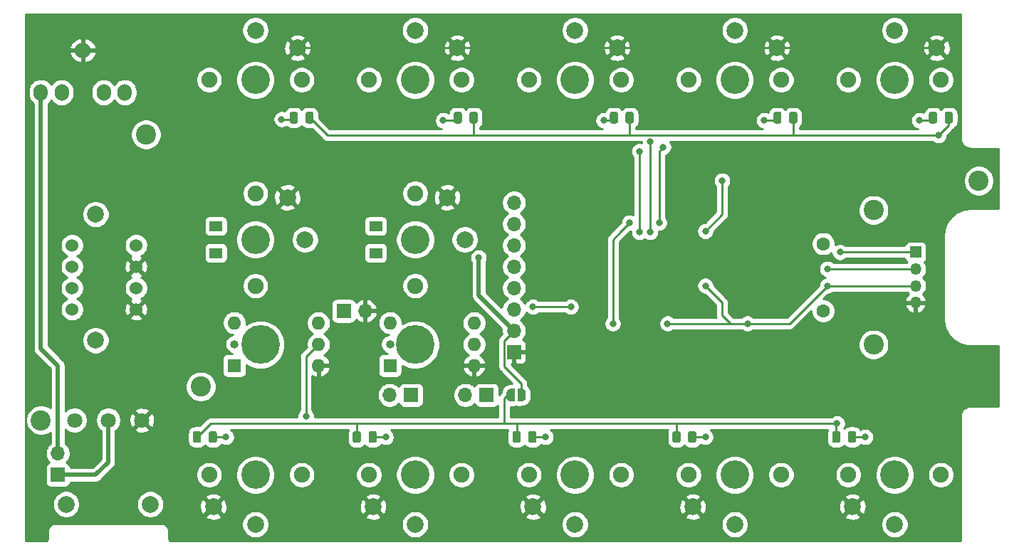
<source format=gbl>
G04 #@! TF.GenerationSoftware,KiCad,Pcbnew,(5.1.8)-1*
G04 #@! TF.CreationDate,2023-06-19T23:59:53+09:00*
G04 #@! TF.ProjectId,windsynth,77696e64-7379-46e7-9468-2e6b69636164,rev?*
G04 #@! TF.SameCoordinates,Original*
G04 #@! TF.FileFunction,Copper,L2,Bot*
G04 #@! TF.FilePolarity,Positive*
%FSLAX46Y46*%
G04 Gerber Fmt 4.6, Leading zero omitted, Abs format (unit mm)*
G04 Created by KiCad (PCBNEW (5.1.8)-1) date 2023-06-19 23:59:53*
%MOMM*%
%LPD*%
G01*
G04 APERTURE LIST*
G04 #@! TA.AperFunction,ComponentPad*
%ADD10O,1.700000X1.700000*%
G04 #@! TD*
G04 #@! TA.AperFunction,ComponentPad*
%ADD11R,1.700000X1.700000*%
G04 #@! TD*
G04 #@! TA.AperFunction,ComponentPad*
%ADD12C,1.900000*%
G04 #@! TD*
G04 #@! TA.AperFunction,ComponentPad*
%ADD13C,3.400000*%
G04 #@! TD*
G04 #@! TA.AperFunction,ComponentPad*
%ADD14C,2.000000*%
G04 #@! TD*
G04 #@! TA.AperFunction,ComponentPad*
%ADD15O,1.700000X2.000000*%
G04 #@! TD*
G04 #@! TA.AperFunction,ComponentPad*
%ADD16O,2.000000X1.700000*%
G04 #@! TD*
G04 #@! TA.AperFunction,ComponentPad*
%ADD17C,1.524000*%
G04 #@! TD*
G04 #@! TA.AperFunction,ComponentPad*
%ADD18O,1.600000X1.600000*%
G04 #@! TD*
G04 #@! TA.AperFunction,ComponentPad*
%ADD19O,1.000000X1.000000*%
G04 #@! TD*
G04 #@! TA.AperFunction,ComponentPad*
%ADD20R,1.600000X1.600000*%
G04 #@! TD*
G04 #@! TA.AperFunction,SMDPad,CuDef*
%ADD21R,1.500000X1.200000*%
G04 #@! TD*
G04 #@! TA.AperFunction,ComponentPad*
%ADD22C,1.800000*%
G04 #@! TD*
G04 #@! TA.AperFunction,SMDPad,CuDef*
%ADD23O,1.700000X1.700000*%
G04 #@! TD*
G04 #@! TA.AperFunction,SMDPad,CuDef*
%ADD24R,1.700000X1.700000*%
G04 #@! TD*
G04 #@! TA.AperFunction,SMDPad,CuDef*
%ADD25C,0.100000*%
G04 #@! TD*
G04 #@! TA.AperFunction,ComponentPad*
%ADD26C,1.600000*%
G04 #@! TD*
G04 #@! TA.AperFunction,ComponentPad*
%ADD27R,1.350000X1.350000*%
G04 #@! TD*
G04 #@! TA.AperFunction,ComponentPad*
%ADD28O,1.350000X1.350000*%
G04 #@! TD*
G04 #@! TA.AperFunction,ViaPad*
%ADD29C,2.400000*%
G04 #@! TD*
G04 #@! TA.AperFunction,ViaPad*
%ADD30C,4.600000*%
G04 #@! TD*
G04 #@! TA.AperFunction,ViaPad*
%ADD31C,0.800000*%
G04 #@! TD*
G04 #@! TA.AperFunction,Conductor*
%ADD32C,0.250000*%
G04 #@! TD*
G04 #@! TA.AperFunction,Conductor*
%ADD33C,0.500000*%
G04 #@! TD*
G04 #@! TA.AperFunction,Conductor*
%ADD34C,0.254000*%
G04 #@! TD*
G04 #@! TA.AperFunction,Conductor*
%ADD35C,0.100000*%
G04 #@! TD*
G04 APERTURE END LIST*
D10*
G04 #@! TO.P,R2,2*
G04 #@! TO.N,Net-(R1-Pad2)*
X175460000Y-106000000D03*
D11*
G04 #@! TO.P,R2,1*
G04 #@! TO.N,Net-(J3-Pad5)*
X178000000Y-106000000D03*
G04 #@! TD*
D12*
G04 #@! TO.P,KeyD,*
G04 #@! TO.N,*
X194000000Y-115500000D03*
X183000000Y-115500000D03*
D13*
X188500000Y-115500000D03*
D14*
G04 #@! TO.P,KeyD,2*
G04 #@! TO.N,GND*
X183500000Y-119300000D03*
G04 #@! TO.P,KeyD,1*
G04 #@! TO.N,Net-(SW3-Pad1)*
X188500000Y-121400000D03*
G04 #@! TD*
D15*
G04 #@! TO.P,HEADPHONE,5*
G04 #@! TO.N,Net-(C2-Pad2)*
X134968000Y-70000000D03*
G04 #@! TO.P,HEADPHONE,4*
G04 #@! TO.N,Net-(J4-Pad3)*
X132468000Y-70000000D03*
G04 #@! TO.P,HEADPHONE,3*
X127468000Y-70000000D03*
G04 #@! TO.P,HEADPHONE,2*
G04 #@! TO.N,Net-(C2-Pad2)*
X124968000Y-70000000D03*
D16*
G04 #@! TO.P,HEADPHONE,1*
G04 #@! TO.N,GND*
X129968000Y-65000000D03*
G04 #@! TD*
D17*
G04 #@! TO.P,AE-PAM8012,8*
G04 #@! TO.N,Net-(J4-Pad8)*
X128690000Y-95810000D03*
G04 #@! TO.P,AE-PAM8012,7*
G04 #@! TO.N,N/C*
X128690000Y-93270000D03*
G04 #@! TO.P,AE-PAM8012,6*
X128690000Y-90730000D03*
G04 #@! TO.P,AE-PAM8012,5*
G04 #@! TO.N,Net-(J4-Pad5)*
X128690000Y-88190000D03*
G04 #@! TO.P,AE-PAM8012,4*
G04 #@! TO.N,GND*
X136310000Y-95810000D03*
G04 #@! TO.P,AE-PAM8012,3*
G04 #@! TO.N,Net-(J4-Pad3)*
X136310000Y-93270000D03*
G04 #@! TO.P,AE-PAM8012,2*
G04 #@! TO.N,GND*
X136310000Y-90730000D03*
G04 #@! TO.P,AE-PAM8012,1*
G04 #@! TO.N,+5V*
X136310000Y-88190000D03*
G04 #@! TD*
D18*
G04 #@! TO.P,MIS2503 (Main),6*
G04 #@! TO.N,GND*
X158000000Y-102500000D03*
G04 #@! TO.P,MIS2503 (Main),3*
G04 #@! TO.N,N/C*
X148000000Y-97400000D03*
G04 #@! TO.P,MIS2503 (Main),5*
G04 #@! TO.N,Net-(J6-Pad1)*
X158000000Y-99960000D03*
D19*
G04 #@! TO.P,MIS2503 (Main),2*
G04 #@! TO.N,N/C*
X148000000Y-99960000D03*
D18*
G04 #@! TO.P,MIS2503 (Main),4*
G04 #@! TO.N,+3V3*
X158000000Y-97420000D03*
D20*
G04 #@! TO.P,MIS2503 (Main),1*
G04 #@! TO.N,N/C*
X148000000Y-102500000D03*
G04 #@! TD*
D14*
G04 #@! TO.P,KeyB,1*
G04 #@! TO.N,Net-(SW10-Pad1)*
X150500000Y-62600000D03*
G04 #@! TO.P,KeyB,2*
G04 #@! TO.N,GND*
X155500000Y-64700000D03*
D13*
G04 #@! TO.P,KeyB,*
G04 #@! TO.N,*
X150500000Y-68500000D03*
D12*
X156000000Y-68500000D03*
X145000000Y-68500000D03*
G04 #@! TD*
G04 #@! TO.P,D10,1*
G04 #@! TO.N,Net-(D10-Pad1)*
G04 #@! TA.AperFunction,SMDPad,CuDef*
G36*
G01*
X154575000Y-73456250D02*
X154575000Y-72543750D01*
G75*
G02*
X154818750Y-72300000I243750J0D01*
G01*
X155306250Y-72300000D01*
G75*
G02*
X155550000Y-72543750I0J-243750D01*
G01*
X155550000Y-73456250D01*
G75*
G02*
X155306250Y-73700000I-243750J0D01*
G01*
X154818750Y-73700000D01*
G75*
G02*
X154575000Y-73456250I0J243750D01*
G01*
G37*
G04 #@! TD.AperFunction*
G04 #@! TO.P,D10,2*
G04 #@! TO.N,Net-(D1-Pad2)*
G04 #@! TA.AperFunction,SMDPad,CuDef*
G36*
G01*
X156450000Y-73456250D02*
X156450000Y-72543750D01*
G75*
G02*
X156693750Y-72300000I243750J0D01*
G01*
X157181250Y-72300000D01*
G75*
G02*
X157425000Y-72543750I0J-243750D01*
G01*
X157425000Y-73456250D01*
G75*
G02*
X157181250Y-73700000I-243750J0D01*
G01*
X156693750Y-73700000D01*
G75*
G02*
X156450000Y-73456250I0J243750D01*
G01*
G37*
G04 #@! TD.AperFunction*
G04 #@! TD*
D10*
G04 #@! TO.P,J3,8*
G04 #@! TO.N,N/C*
X181250000Y-83106000D03*
G04 #@! TO.P,J3,7*
G04 #@! TO.N,+3V3*
X181250000Y-85646000D03*
G04 #@! TO.P,J3,6*
G04 #@! TO.N,N/C*
X181250000Y-88186000D03*
G04 #@! TO.P,J3,5*
G04 #@! TO.N,Net-(J3-Pad5)*
X181250000Y-90726000D03*
G04 #@! TO.P,J3,4*
G04 #@! TO.N,Net-(J3-Pad4)*
X181250000Y-93266000D03*
G04 #@! TO.P,J3,3*
G04 #@! TO.N,Net-(J3-Pad3)*
X181250000Y-95806000D03*
G04 #@! TO.P,J3,2*
G04 #@! TO.N,+5V*
X181250000Y-98346000D03*
D11*
G04 #@! TO.P,J3,1*
G04 #@! TO.N,GND*
X181250000Y-100886000D03*
G04 #@! TD*
D14*
G04 #@! TO.P,SPEAKER,2*
G04 #@! TO.N,Net-(J4-Pad8)*
X131500000Y-99500000D03*
G04 #@! TO.P,SPEAKER,1*
G04 #@! TO.N,Net-(J4-Pad5)*
X131500000Y-84500000D03*
G04 #@! TD*
G04 #@! TO.P,D1,2*
G04 #@! TO.N,Net-(D1-Pad2)*
G04 #@! TA.AperFunction,SMDPad,CuDef*
G36*
G01*
X220050000Y-110543750D02*
X220050000Y-111456250D01*
G75*
G02*
X219806250Y-111700000I-243750J0D01*
G01*
X219318750Y-111700000D01*
G75*
G02*
X219075000Y-111456250I0J243750D01*
G01*
X219075000Y-110543750D01*
G75*
G02*
X219318750Y-110300000I243750J0D01*
G01*
X219806250Y-110300000D01*
G75*
G02*
X220050000Y-110543750I0J-243750D01*
G01*
G37*
G04 #@! TD.AperFunction*
G04 #@! TO.P,D1,1*
G04 #@! TO.N,Net-(D1-Pad1)*
G04 #@! TA.AperFunction,SMDPad,CuDef*
G36*
G01*
X221925000Y-110543750D02*
X221925000Y-111456250D01*
G75*
G02*
X221681250Y-111700000I-243750J0D01*
G01*
X221193750Y-111700000D01*
G75*
G02*
X220950000Y-111456250I0J243750D01*
G01*
X220950000Y-110543750D01*
G75*
G02*
X221193750Y-110300000I243750J0D01*
G01*
X221681250Y-110300000D01*
G75*
G02*
X221925000Y-110543750I0J-243750D01*
G01*
G37*
G04 #@! TD.AperFunction*
G04 #@! TD*
G04 #@! TO.P,D2,2*
G04 #@! TO.N,Net-(D1-Pad2)*
G04 #@! TA.AperFunction,SMDPad,CuDef*
G36*
G01*
X201050000Y-110543750D02*
X201050000Y-111456250D01*
G75*
G02*
X200806250Y-111700000I-243750J0D01*
G01*
X200318750Y-111700000D01*
G75*
G02*
X200075000Y-111456250I0J243750D01*
G01*
X200075000Y-110543750D01*
G75*
G02*
X200318750Y-110300000I243750J0D01*
G01*
X200806250Y-110300000D01*
G75*
G02*
X201050000Y-110543750I0J-243750D01*
G01*
G37*
G04 #@! TD.AperFunction*
G04 #@! TO.P,D2,1*
G04 #@! TO.N,Net-(D2-Pad1)*
G04 #@! TA.AperFunction,SMDPad,CuDef*
G36*
G01*
X202925000Y-110543750D02*
X202925000Y-111456250D01*
G75*
G02*
X202681250Y-111700000I-243750J0D01*
G01*
X202193750Y-111700000D01*
G75*
G02*
X201950000Y-111456250I0J243750D01*
G01*
X201950000Y-110543750D01*
G75*
G02*
X202193750Y-110300000I243750J0D01*
G01*
X202681250Y-110300000D01*
G75*
G02*
X202925000Y-110543750I0J-243750D01*
G01*
G37*
G04 #@! TD.AperFunction*
G04 #@! TD*
G04 #@! TO.P,D3,2*
G04 #@! TO.N,Net-(D1-Pad2)*
G04 #@! TA.AperFunction,SMDPad,CuDef*
G36*
G01*
X182050000Y-110543750D02*
X182050000Y-111456250D01*
G75*
G02*
X181806250Y-111700000I-243750J0D01*
G01*
X181318750Y-111700000D01*
G75*
G02*
X181075000Y-111456250I0J243750D01*
G01*
X181075000Y-110543750D01*
G75*
G02*
X181318750Y-110300000I243750J0D01*
G01*
X181806250Y-110300000D01*
G75*
G02*
X182050000Y-110543750I0J-243750D01*
G01*
G37*
G04 #@! TD.AperFunction*
G04 #@! TO.P,D3,1*
G04 #@! TO.N,Net-(D3-Pad1)*
G04 #@! TA.AperFunction,SMDPad,CuDef*
G36*
G01*
X183925000Y-110543750D02*
X183925000Y-111456250D01*
G75*
G02*
X183681250Y-111700000I-243750J0D01*
G01*
X183193750Y-111700000D01*
G75*
G02*
X182950000Y-111456250I0J243750D01*
G01*
X182950000Y-110543750D01*
G75*
G02*
X183193750Y-110300000I243750J0D01*
G01*
X183681250Y-110300000D01*
G75*
G02*
X183925000Y-110543750I0J-243750D01*
G01*
G37*
G04 #@! TD.AperFunction*
G04 #@! TD*
G04 #@! TO.P,D4,2*
G04 #@! TO.N,Net-(D1-Pad2)*
G04 #@! TA.AperFunction,SMDPad,CuDef*
G36*
G01*
X163050000Y-110543750D02*
X163050000Y-111456250D01*
G75*
G02*
X162806250Y-111700000I-243750J0D01*
G01*
X162318750Y-111700000D01*
G75*
G02*
X162075000Y-111456250I0J243750D01*
G01*
X162075000Y-110543750D01*
G75*
G02*
X162318750Y-110300000I243750J0D01*
G01*
X162806250Y-110300000D01*
G75*
G02*
X163050000Y-110543750I0J-243750D01*
G01*
G37*
G04 #@! TD.AperFunction*
G04 #@! TO.P,D4,1*
G04 #@! TO.N,Net-(D4-Pad1)*
G04 #@! TA.AperFunction,SMDPad,CuDef*
G36*
G01*
X164925000Y-110543750D02*
X164925000Y-111456250D01*
G75*
G02*
X164681250Y-111700000I-243750J0D01*
G01*
X164193750Y-111700000D01*
G75*
G02*
X163950000Y-111456250I0J243750D01*
G01*
X163950000Y-110543750D01*
G75*
G02*
X164193750Y-110300000I243750J0D01*
G01*
X164681250Y-110300000D01*
G75*
G02*
X164925000Y-110543750I0J-243750D01*
G01*
G37*
G04 #@! TD.AperFunction*
G04 #@! TD*
G04 #@! TO.P,D5,2*
G04 #@! TO.N,Net-(D1-Pad2)*
G04 #@! TA.AperFunction,SMDPad,CuDef*
G36*
G01*
X144050000Y-110543750D02*
X144050000Y-111456250D01*
G75*
G02*
X143806250Y-111700000I-243750J0D01*
G01*
X143318750Y-111700000D01*
G75*
G02*
X143075000Y-111456250I0J243750D01*
G01*
X143075000Y-110543750D01*
G75*
G02*
X143318750Y-110300000I243750J0D01*
G01*
X143806250Y-110300000D01*
G75*
G02*
X144050000Y-110543750I0J-243750D01*
G01*
G37*
G04 #@! TD.AperFunction*
G04 #@! TO.P,D5,1*
G04 #@! TO.N,Net-(D5-Pad1)*
G04 #@! TA.AperFunction,SMDPad,CuDef*
G36*
G01*
X145925000Y-110543750D02*
X145925000Y-111456250D01*
G75*
G02*
X145681250Y-111700000I-243750J0D01*
G01*
X145193750Y-111700000D01*
G75*
G02*
X144950000Y-111456250I0J243750D01*
G01*
X144950000Y-110543750D01*
G75*
G02*
X145193750Y-110300000I243750J0D01*
G01*
X145681250Y-110300000D01*
G75*
G02*
X145925000Y-110543750I0J-243750D01*
G01*
G37*
G04 #@! TD.AperFunction*
G04 #@! TD*
G04 #@! TO.P,D6,2*
G04 #@! TO.N,Net-(D1-Pad2)*
G04 #@! TA.AperFunction,SMDPad,CuDef*
G36*
G01*
X232450000Y-73456250D02*
X232450000Y-72543750D01*
G75*
G02*
X232693750Y-72300000I243750J0D01*
G01*
X233181250Y-72300000D01*
G75*
G02*
X233425000Y-72543750I0J-243750D01*
G01*
X233425000Y-73456250D01*
G75*
G02*
X233181250Y-73700000I-243750J0D01*
G01*
X232693750Y-73700000D01*
G75*
G02*
X232450000Y-73456250I0J243750D01*
G01*
G37*
G04 #@! TD.AperFunction*
G04 #@! TO.P,D6,1*
G04 #@! TO.N,Net-(D6-Pad1)*
G04 #@! TA.AperFunction,SMDPad,CuDef*
G36*
G01*
X230575000Y-73456250D02*
X230575000Y-72543750D01*
G75*
G02*
X230818750Y-72300000I243750J0D01*
G01*
X231306250Y-72300000D01*
G75*
G02*
X231550000Y-72543750I0J-243750D01*
G01*
X231550000Y-73456250D01*
G75*
G02*
X231306250Y-73700000I-243750J0D01*
G01*
X230818750Y-73700000D01*
G75*
G02*
X230575000Y-73456250I0J243750D01*
G01*
G37*
G04 #@! TD.AperFunction*
G04 #@! TD*
G04 #@! TO.P,D7,2*
G04 #@! TO.N,Net-(D1-Pad2)*
G04 #@! TA.AperFunction,SMDPad,CuDef*
G36*
G01*
X213950000Y-73456250D02*
X213950000Y-72543750D01*
G75*
G02*
X214193750Y-72300000I243750J0D01*
G01*
X214681250Y-72300000D01*
G75*
G02*
X214925000Y-72543750I0J-243750D01*
G01*
X214925000Y-73456250D01*
G75*
G02*
X214681250Y-73700000I-243750J0D01*
G01*
X214193750Y-73700000D01*
G75*
G02*
X213950000Y-73456250I0J243750D01*
G01*
G37*
G04 #@! TD.AperFunction*
G04 #@! TO.P,D7,1*
G04 #@! TO.N,Net-(D7-Pad1)*
G04 #@! TA.AperFunction,SMDPad,CuDef*
G36*
G01*
X212075000Y-73456250D02*
X212075000Y-72543750D01*
G75*
G02*
X212318750Y-72300000I243750J0D01*
G01*
X212806250Y-72300000D01*
G75*
G02*
X213050000Y-72543750I0J-243750D01*
G01*
X213050000Y-73456250D01*
G75*
G02*
X212806250Y-73700000I-243750J0D01*
G01*
X212318750Y-73700000D01*
G75*
G02*
X212075000Y-73456250I0J243750D01*
G01*
G37*
G04 #@! TD.AperFunction*
G04 #@! TD*
G04 #@! TO.P,D8,2*
G04 #@! TO.N,Net-(D1-Pad2)*
G04 #@! TA.AperFunction,SMDPad,CuDef*
G36*
G01*
X194512500Y-73456250D02*
X194512500Y-72543750D01*
G75*
G02*
X194756250Y-72300000I243750J0D01*
G01*
X195243750Y-72300000D01*
G75*
G02*
X195487500Y-72543750I0J-243750D01*
G01*
X195487500Y-73456250D01*
G75*
G02*
X195243750Y-73700000I-243750J0D01*
G01*
X194756250Y-73700000D01*
G75*
G02*
X194512500Y-73456250I0J243750D01*
G01*
G37*
G04 #@! TD.AperFunction*
G04 #@! TO.P,D8,1*
G04 #@! TO.N,Net-(D8-Pad1)*
G04 #@! TA.AperFunction,SMDPad,CuDef*
G36*
G01*
X192637500Y-73456250D02*
X192637500Y-72543750D01*
G75*
G02*
X192881250Y-72300000I243750J0D01*
G01*
X193368750Y-72300000D01*
G75*
G02*
X193612500Y-72543750I0J-243750D01*
G01*
X193612500Y-73456250D01*
G75*
G02*
X193368750Y-73700000I-243750J0D01*
G01*
X192881250Y-73700000D01*
G75*
G02*
X192637500Y-73456250I0J243750D01*
G01*
G37*
G04 #@! TD.AperFunction*
G04 #@! TD*
G04 #@! TO.P,D9,1*
G04 #@! TO.N,Net-(D9-Pad1)*
G04 #@! TA.AperFunction,SMDPad,CuDef*
G36*
G01*
X174075000Y-73456250D02*
X174075000Y-72543750D01*
G75*
G02*
X174318750Y-72300000I243750J0D01*
G01*
X174806250Y-72300000D01*
G75*
G02*
X175050000Y-72543750I0J-243750D01*
G01*
X175050000Y-73456250D01*
G75*
G02*
X174806250Y-73700000I-243750J0D01*
G01*
X174318750Y-73700000D01*
G75*
G02*
X174075000Y-73456250I0J243750D01*
G01*
G37*
G04 #@! TD.AperFunction*
G04 #@! TO.P,D9,2*
G04 #@! TO.N,Net-(D1-Pad2)*
G04 #@! TA.AperFunction,SMDPad,CuDef*
G36*
G01*
X175950000Y-73456250D02*
X175950000Y-72543750D01*
G75*
G02*
X176193750Y-72300000I243750J0D01*
G01*
X176681250Y-72300000D01*
G75*
G02*
X176925000Y-72543750I0J-243750D01*
G01*
X176925000Y-73456250D01*
G75*
G02*
X176681250Y-73700000I-243750J0D01*
G01*
X176193750Y-73700000D01*
G75*
G02*
X175950000Y-73456250I0J243750D01*
G01*
G37*
G04 #@! TD.AperFunction*
G04 #@! TD*
D12*
G04 #@! TO.P,KeyC,*
G04 #@! TO.N,*
X232000000Y-115500000D03*
X221000000Y-115500000D03*
D13*
X226500000Y-115500000D03*
D14*
G04 #@! TO.P,KeyC,2*
G04 #@! TO.N,GND*
X221500000Y-119300000D03*
G04 #@! TO.P,KeyC,1*
G04 #@! TO.N,Net-(SW1-Pad1)*
X226500000Y-121400000D03*
G04 #@! TD*
D12*
G04 #@! TO.P,KeyEb,*
G04 #@! TO.N,*
X213000000Y-115500000D03*
X202000000Y-115500000D03*
D13*
X207500000Y-115500000D03*
D14*
G04 #@! TO.P,KeyEb,2*
G04 #@! TO.N,GND*
X202500000Y-119300000D03*
G04 #@! TO.P,KeyEb,1*
G04 #@! TO.N,Net-(SW2-Pad1)*
X207500000Y-121400000D03*
G04 #@! TD*
D12*
G04 #@! TO.P,KeyE,*
G04 #@! TO.N,*
X175000000Y-115500000D03*
X164000000Y-115500000D03*
D13*
X169500000Y-115500000D03*
D14*
G04 #@! TO.P,KeyE,2*
G04 #@! TO.N,GND*
X164500000Y-119300000D03*
G04 #@! TO.P,KeyE,1*
G04 #@! TO.N,Net-(SW4-Pad1)*
X169500000Y-121400000D03*
G04 #@! TD*
D12*
G04 #@! TO.P,KeyF,*
G04 #@! TO.N,*
X156000000Y-115500000D03*
X145000000Y-115500000D03*
D13*
X150500000Y-115500000D03*
D14*
G04 #@! TO.P,KeyF,2*
G04 #@! TO.N,GND*
X145500000Y-119300000D03*
G04 #@! TO.P,KeyF,1*
G04 #@! TO.N,Net-(SW5-Pad1)*
X150500000Y-121400000D03*
G04 #@! TD*
D12*
G04 #@! TO.P,KeyCs,*
G04 #@! TO.N,*
X221000000Y-68500000D03*
X232000000Y-68500000D03*
D13*
X226500000Y-68500000D03*
D14*
G04 #@! TO.P,KeyCs,2*
G04 #@! TO.N,GND*
X231500000Y-64700000D03*
G04 #@! TO.P,KeyCs,1*
G04 #@! TO.N,Net-(SW6-Pad1)*
X226500000Y-62600000D03*
G04 #@! TD*
D12*
G04 #@! TO.P,KeyGs,*
G04 #@! TO.N,*
X202000000Y-68500000D03*
X213000000Y-68500000D03*
D13*
X207500000Y-68500000D03*
D14*
G04 #@! TO.P,KeyGs,2*
G04 #@! TO.N,GND*
X212500000Y-64700000D03*
G04 #@! TO.P,KeyGs,1*
G04 #@! TO.N,Net-(SW7-Pad1)*
X207500000Y-62600000D03*
G04 #@! TD*
G04 #@! TO.P,KeyG,1*
G04 #@! TO.N,Net-(SW8-Pad1)*
X188500000Y-62600000D03*
G04 #@! TO.P,KeyG,2*
G04 #@! TO.N,GND*
X193500000Y-64700000D03*
D13*
G04 #@! TO.P,KeyG,*
G04 #@! TO.N,*
X188500000Y-68500000D03*
D12*
X194000000Y-68500000D03*
X183000000Y-68500000D03*
G04 #@! TD*
D14*
G04 #@! TO.P,KeyA,1*
G04 #@! TO.N,Net-(SW9-Pad1)*
X169500000Y-62600000D03*
G04 #@! TO.P,KeyA,2*
G04 #@! TO.N,GND*
X174500000Y-64700000D03*
D13*
G04 #@! TO.P,KeyA,*
G04 #@! TO.N,*
X169500000Y-68500000D03*
D12*
X175000000Y-68500000D03*
X164000000Y-68500000D03*
G04 #@! TD*
D21*
G04 #@! TO.P,KeyDown,3*
G04 #@! TO.N,N/C*
X164800000Y-85900000D03*
G04 #@! TO.P,KeyDown,4*
X164800000Y-89100000D03*
D12*
G04 #@! TO.P,KeyDown,*
G04 #@! TO.N,*
X169500000Y-93000000D03*
X169500000Y-82000000D03*
D13*
X169500000Y-87500000D03*
D14*
G04 #@! TO.P,KeyDown,2*
G04 #@! TO.N,GND*
X173300000Y-82500000D03*
G04 #@! TO.P,KeyDown,1*
G04 #@! TO.N,Net-(SW11-Pad1)*
X175400000Y-87500000D03*
G04 #@! TD*
D21*
G04 #@! TO.P,KeyUp,3*
G04 #@! TO.N,N/C*
X145800000Y-85900000D03*
G04 #@! TO.P,KeyUp,4*
X145800000Y-89100000D03*
D12*
G04 #@! TO.P,KeyUp,*
G04 #@! TO.N,*
X150500000Y-93000000D03*
X150500000Y-82000000D03*
D13*
X150500000Y-87500000D03*
D14*
G04 #@! TO.P,KeyUp,2*
G04 #@! TO.N,GND*
X154300000Y-82500000D03*
G04 #@! TO.P,KeyUp,1*
G04 #@! TO.N,Net-(SW12-Pad1)*
X156400000Y-87500000D03*
G04 #@! TD*
G04 #@! TO.P,VOLUME,*
G04 #@! TO.N,*
X128000000Y-119000000D03*
D22*
G04 #@! TO.P,VOLUME,3*
G04 #@! TO.N,Net-(R1-Pad2)*
X129000000Y-109000000D03*
G04 #@! TO.P,VOLUME,2*
G04 #@! TO.N,Net-(C2-Pad1)*
X133000000Y-109000000D03*
G04 #@! TO.P,VOLUME,1*
G04 #@! TO.N,GND*
X137000000Y-109000000D03*
D14*
G04 #@! TO.P,VOLUME,*
G04 #@! TO.N,*
X138000000Y-119000000D03*
G04 #@! TD*
D11*
G04 #@! TO.P,C1,1*
G04 #@! TO.N,+3V3*
X161000000Y-96000000D03*
D10*
G04 #@! TO.P,C1,2*
G04 #@! TO.N,GND*
X163540000Y-96000000D03*
G04 #@! TD*
D23*
G04 #@! TO.P,C2,2*
G04 #@! TO.N,Net-(C2-Pad2)*
X127000000Y-112960000D03*
D24*
G04 #@! TO.P,C2,1*
G04 #@! TO.N,Net-(C2-Pad1)*
X127000000Y-115500000D03*
G04 #@! TD*
D11*
G04 #@! TO.P,R1,1*
G04 #@! TO.N,Net-(J3-Pad3)*
X169000000Y-106000000D03*
D10*
G04 #@! TO.P,R1,2*
G04 #@! TO.N,Net-(R1-Pad2)*
X166460000Y-106000000D03*
G04 #@! TD*
G04 #@! TA.AperFunction,SMDPad,CuDef*
D25*
G04 #@! TO.P,EN-LED,1*
G04 #@! TO.N,Net-(D1-Pad2)*
G36*
X181350000Y-106750000D02*
G01*
X180850000Y-106750000D01*
X180850000Y-106749398D01*
X180825466Y-106749398D01*
X180776635Y-106744588D01*
X180728510Y-106735016D01*
X180681555Y-106720772D01*
X180636222Y-106701995D01*
X180592949Y-106678864D01*
X180552150Y-106651604D01*
X180514221Y-106620476D01*
X180479524Y-106585779D01*
X180448396Y-106547850D01*
X180421136Y-106507051D01*
X180398005Y-106463778D01*
X180379228Y-106418445D01*
X180364984Y-106371490D01*
X180355412Y-106323365D01*
X180350602Y-106274534D01*
X180350602Y-106250000D01*
X180350000Y-106250000D01*
X180350000Y-105750000D01*
X180350602Y-105750000D01*
X180350602Y-105725466D01*
X180355412Y-105676635D01*
X180364984Y-105628510D01*
X180379228Y-105581555D01*
X180398005Y-105536222D01*
X180421136Y-105492949D01*
X180448396Y-105452150D01*
X180479524Y-105414221D01*
X180514221Y-105379524D01*
X180552150Y-105348396D01*
X180592949Y-105321136D01*
X180636222Y-105298005D01*
X180681555Y-105279228D01*
X180728510Y-105264984D01*
X180776635Y-105255412D01*
X180825466Y-105250602D01*
X180850000Y-105250602D01*
X180850000Y-105250000D01*
X181350000Y-105250000D01*
X181350000Y-106750000D01*
G37*
G04 #@! TD.AperFunction*
G04 #@! TA.AperFunction,SMDPad,CuDef*
G04 #@! TO.P,EN-LED,2*
G04 #@! TO.N,+5V*
G36*
X182150000Y-105250602D02*
G01*
X182174534Y-105250602D01*
X182223365Y-105255412D01*
X182271490Y-105264984D01*
X182318445Y-105279228D01*
X182363778Y-105298005D01*
X182407051Y-105321136D01*
X182447850Y-105348396D01*
X182485779Y-105379524D01*
X182520476Y-105414221D01*
X182551604Y-105452150D01*
X182578864Y-105492949D01*
X182601995Y-105536222D01*
X182620772Y-105581555D01*
X182635016Y-105628510D01*
X182644588Y-105676635D01*
X182649398Y-105725466D01*
X182649398Y-105750000D01*
X182650000Y-105750000D01*
X182650000Y-106250000D01*
X182649398Y-106250000D01*
X182649398Y-106274534D01*
X182644588Y-106323365D01*
X182635016Y-106371490D01*
X182620772Y-106418445D01*
X182601995Y-106463778D01*
X182578864Y-106507051D01*
X182551604Y-106547850D01*
X182520476Y-106585779D01*
X182485779Y-106620476D01*
X182447850Y-106651604D01*
X182407051Y-106678864D01*
X182363778Y-106701995D01*
X182318445Y-106720772D01*
X182271490Y-106735016D01*
X182223365Y-106744588D01*
X182174534Y-106749398D01*
X182150000Y-106749398D01*
X182150000Y-106750000D01*
X181650000Y-106750000D01*
X181650000Y-105250000D01*
X182150000Y-105250000D01*
X182150000Y-105250602D01*
G37*
G04 #@! TD.AperFunction*
G04 #@! TD*
D20*
G04 #@! TO.P,MIS2503 (Sub),1*
G04 #@! TO.N,N/C*
X166500000Y-102500000D03*
D18*
G04 #@! TO.P,MIS2503 (Sub),4*
G04 #@! TO.N,+3V3*
X176500000Y-97420000D03*
D19*
G04 #@! TO.P,MIS2503 (Sub),2*
G04 #@! TO.N,N/C*
X166500000Y-99960000D03*
D18*
G04 #@! TO.P,MIS2503 (Sub),5*
G04 #@! TO.N,Net-(J10-Pad5)*
X176500000Y-99960000D03*
G04 #@! TO.P,MIS2503 (Sub),3*
G04 #@! TO.N,N/C*
X166500000Y-97400000D03*
G04 #@! TO.P,MIS2503 (Sub),6*
G04 #@! TO.N,GND*
X176500000Y-102500000D03*
G04 #@! TD*
D26*
G04 #@! TO.P,I2C,MP*
G04 #@! TO.N,N/C*
X218000000Y-88000000D03*
X218000000Y-96000000D03*
G04 #@! TD*
D27*
G04 #@! TO.P,EXTRA,1*
G04 #@! TO.N,Net-(J1-Pad1)*
X229000000Y-89000000D03*
D28*
G04 #@! TO.P,EXTRA,2*
G04 #@! TO.N,Net-(J1-Pad2)*
X229000000Y-91000000D03*
G04 #@! TO.P,EXTRA,3*
G04 #@! TO.N,+3V3*
X229000000Y-93000000D03*
G04 #@! TO.P,EXTRA,4*
G04 #@! TO.N,GND*
X229000000Y-95000000D03*
G04 #@! TD*
D29*
G04 #@! TO.N,*
X236500000Y-80500000D03*
X125000000Y-109000000D03*
X224000000Y-84000000D03*
X224000000Y-100000000D03*
X137500000Y-75000000D03*
D30*
X151100000Y-100000000D03*
D29*
X144000000Y-105000000D03*
D30*
X169500000Y-100000000D03*
D29*
G04 #@! TO.N,GND*
X236500000Y-103500000D03*
D31*
X208500000Y-96000000D03*
X200500000Y-96500000D03*
X203500000Y-96500000D03*
X205000000Y-89500000D03*
G04 #@! TO.N,+5V*
X177050001Y-89650001D03*
G04 #@! TO.N,Net-(J1-Pad1)*
X220000000Y-89000000D03*
G04 #@! TO.N,Net-(J1-Pad2)*
X218500000Y-91000000D03*
G04 #@! TO.N,Net-(D1-Pad2)*
X219655000Y-109395000D03*
X231720000Y-75105000D03*
G04 #@! TO.N,Net-(D1-Pad1)*
X223000000Y-111000000D03*
G04 #@! TO.N,Net-(D10-Pad1)*
X153610000Y-73200000D03*
G04 #@! TO.N,Net-(D2-Pad1)*
X204000000Y-111000000D03*
G04 #@! TO.N,Net-(D3-Pad1)*
X185000000Y-111000000D03*
G04 #@! TO.N,Net-(D4-Pad1)*
X166000000Y-111000000D03*
G04 #@! TO.N,Net-(D5-Pad1)*
X147000000Y-111000000D03*
G04 #@! TO.N,Net-(D6-Pad1)*
X229440000Y-73325000D03*
G04 #@! TO.N,Net-(D7-Pad1)*
X210990000Y-73325000D03*
G04 #@! TO.N,Net-(D8-Pad1)*
X191905000Y-73325000D03*
G04 #@! TO.N,Net-(D9-Pad1)*
X172820000Y-73325000D03*
G04 #@! TO.N,Net-(SW5-Pad1)*
X195000000Y-85500000D03*
X193000000Y-97500000D03*
G04 #@! TO.N,Net-(SW6-Pad1)*
X198500000Y-85500000D03*
X199000000Y-76500000D03*
G04 #@! TO.N,Net-(SW7-Pad1)*
X196160000Y-86625000D03*
X196160000Y-77010000D03*
G04 #@! TO.N,Net-(SW8-Pad1)*
X197430000Y-86625000D03*
X197430000Y-75830000D03*
G04 #@! TO.N,+3V3*
X209000000Y-97500000D03*
X199500000Y-97500000D03*
X204000000Y-86500000D03*
X206000000Y-80500000D03*
X204000000Y-93000000D03*
X218500000Y-93000000D03*
G04 #@! TO.N,Net-(J6-Pad1)*
X156500000Y-108500000D03*
G04 #@! TO.N,Net-(J10-Pad5)*
X183500000Y-95500000D03*
X188000000Y-95500000D03*
G04 #@! TD*
D32*
G04 #@! TO.N,GND*
X155500000Y-64700000D02*
X174500000Y-64700000D01*
X174500000Y-64700000D02*
X193500000Y-64700000D01*
X193500000Y-64700000D02*
X212500000Y-64700000D01*
X212500000Y-64700000D02*
X231500000Y-64700000D01*
D33*
G04 #@! TO.N,+5V*
X177050001Y-94146001D02*
X181250000Y-98346000D01*
X177050001Y-89650001D02*
X177050001Y-94146001D01*
D32*
X180074999Y-99521001D02*
X180074999Y-102574999D01*
X181250000Y-98346000D02*
X180074999Y-99521001D01*
X182150000Y-104650000D02*
X182150000Y-106000000D01*
X180074999Y-102574999D02*
X182150000Y-104650000D01*
G04 #@! TO.N,Net-(J1-Pad1)*
X220000000Y-89000000D02*
X229000000Y-89000000D01*
G04 #@! TO.N,Net-(J1-Pad2)*
X218500000Y-91000000D02*
X229000000Y-91000000D01*
G04 #@! TO.N,Net-(D1-Pad2)*
X143562500Y-111000000D02*
X145167500Y-109395000D01*
X159042500Y-75105000D02*
X156937500Y-73000000D01*
X162562500Y-109452500D02*
X162505000Y-109395000D01*
X162562500Y-111000000D02*
X162562500Y-109452500D01*
X145167500Y-109395000D02*
X162505000Y-109395000D01*
X181562500Y-109402500D02*
X181555000Y-109395000D01*
X181562500Y-111000000D02*
X181562500Y-109402500D01*
X162505000Y-109395000D02*
X174570000Y-109395000D01*
X200562500Y-109437500D02*
X200605000Y-109395000D01*
X200562500Y-111000000D02*
X200562500Y-109437500D01*
X200605000Y-109395000D02*
X219655000Y-109395000D01*
X181555000Y-109395000D02*
X200605000Y-109395000D01*
X219562500Y-109487500D02*
X219655000Y-109395000D01*
X219562500Y-111000000D02*
X219562500Y-109487500D01*
X176437500Y-75067500D02*
X176475000Y-75105000D01*
X176437500Y-73000000D02*
X176437500Y-75067500D01*
X176475000Y-75105000D02*
X159042500Y-75105000D01*
X195000000Y-74995000D02*
X194890000Y-75105000D01*
X195000000Y-73000000D02*
X195000000Y-74995000D01*
X194890000Y-75105000D02*
X176475000Y-75105000D01*
X214437500Y-74967500D02*
X214575000Y-75105000D01*
X214437500Y-73000000D02*
X214437500Y-74967500D01*
X214575000Y-75105000D02*
X194890000Y-75105000D01*
X231720000Y-75105000D02*
X214575000Y-75105000D01*
X232937500Y-73887500D02*
X231720000Y-75105000D01*
X232937500Y-73000000D02*
X232937500Y-73887500D01*
X180105000Y-109395000D02*
X180105000Y-106395000D01*
X174570000Y-109395000D02*
X180105000Y-109395000D01*
X180105000Y-106395000D02*
X180500000Y-106000000D01*
X180105000Y-109395000D02*
X181555000Y-109395000D01*
G04 #@! TO.N,Net-(D1-Pad1)*
X223000000Y-111000000D02*
X221437500Y-111000000D01*
G04 #@! TO.N,Net-(D10-Pad1)*
X154862500Y-73200000D02*
X155062500Y-73000000D01*
X153610000Y-73200000D02*
X154862500Y-73200000D01*
G04 #@! TO.N,Net-(D2-Pad1)*
X204000000Y-111000000D02*
X202437500Y-111000000D01*
G04 #@! TO.N,Net-(D3-Pad1)*
X185000000Y-111000000D02*
X183437500Y-111000000D01*
G04 #@! TO.N,Net-(D4-Pad1)*
X166000000Y-111000000D02*
X164437500Y-111000000D01*
G04 #@! TO.N,Net-(D5-Pad1)*
X147000000Y-111000000D02*
X145437500Y-111000000D01*
G04 #@! TO.N,Net-(D6-Pad1)*
X230737500Y-73325000D02*
X231062500Y-73000000D01*
X229440000Y-73325000D02*
X230737500Y-73325000D01*
G04 #@! TO.N,Net-(D7-Pad1)*
X212237500Y-73325000D02*
X212562500Y-73000000D01*
X210990000Y-73325000D02*
X212237500Y-73325000D01*
G04 #@! TO.N,Net-(D8-Pad1)*
X192800000Y-73325000D02*
X193125000Y-73000000D01*
X191905000Y-73325000D02*
X192800000Y-73325000D01*
G04 #@! TO.N,Net-(D9-Pad1)*
X172820000Y-73325000D02*
X174237500Y-73325000D01*
X174237500Y-73325000D02*
X174562500Y-73000000D01*
G04 #@! TO.N,Net-(SW5-Pad1)*
X195000000Y-85500000D02*
X194000000Y-86500000D01*
X193000000Y-87500000D02*
X194000000Y-86500000D01*
X193000000Y-97500000D02*
X193000000Y-87500000D01*
G04 #@! TO.N,Net-(SW6-Pad1)*
X198500000Y-77000000D02*
X199000000Y-76500000D01*
X198500000Y-85500000D02*
X198500000Y-77000000D01*
G04 #@! TO.N,Net-(SW7-Pad1)*
X196160000Y-86625000D02*
X196160000Y-77010000D01*
G04 #@! TO.N,Net-(SW8-Pad1)*
X197430000Y-86625000D02*
X197430000Y-75830000D01*
D33*
G04 #@! TO.N,Net-(C2-Pad2)*
X127000000Y-112960000D02*
X127000000Y-102500000D01*
X124968000Y-100468000D02*
X124968000Y-70000000D01*
X127000000Y-102500000D02*
X124968000Y-100468000D01*
G04 #@! TO.N,Net-(C2-Pad1)*
X127000000Y-115500000D02*
X131500000Y-115500000D01*
X133000000Y-114000000D02*
X133000000Y-109000000D01*
X131500000Y-115500000D02*
X133000000Y-114000000D01*
D32*
G04 #@! TO.N,+3V3*
X206500000Y-97500000D02*
X199500000Y-97500000D01*
X206000000Y-84500000D02*
X206000000Y-80500000D01*
X204000000Y-86500000D02*
X206000000Y-84500000D01*
X206000000Y-95000000D02*
X206000000Y-96500000D01*
X207000000Y-97500000D02*
X206500000Y-97500000D01*
X206000000Y-96500000D02*
X207000000Y-97500000D01*
X209000000Y-97500000D02*
X207000000Y-97500000D01*
X206000000Y-95000000D02*
X204000000Y-93000000D01*
X229000000Y-93000000D02*
X218500000Y-93000000D01*
X214000000Y-97500000D02*
X218500000Y-93000000D01*
X209000000Y-97500000D02*
X214000000Y-97500000D01*
G04 #@! TO.N,Net-(J6-Pad1)*
X156500000Y-101460000D02*
X158000000Y-99960000D01*
X156500000Y-108500000D02*
X156500000Y-101460000D01*
G04 #@! TO.N,Net-(J10-Pad5)*
X183500000Y-95500000D02*
X188000000Y-95500000D01*
G04 #@! TD*
D34*
G04 #@! TO.N,GND*
X234340001Y-75532419D02*
X234342749Y-75560319D01*
X234342728Y-75563308D01*
X234343627Y-75572479D01*
X234348706Y-75620799D01*
X234349551Y-75629383D01*
X234349638Y-75629669D01*
X234353827Y-75669527D01*
X234365861Y-75728152D01*
X234377064Y-75786884D01*
X234379728Y-75795706D01*
X234408584Y-75888925D01*
X234431767Y-75944075D01*
X234454175Y-75999537D01*
X234458502Y-76007673D01*
X234504914Y-76093511D01*
X234538362Y-76143098D01*
X234571119Y-76193156D01*
X234576943Y-76200297D01*
X234639145Y-76275486D01*
X234681594Y-76317639D01*
X234723439Y-76360371D01*
X234730540Y-76366245D01*
X234806160Y-76427921D01*
X234856025Y-76461052D01*
X234905350Y-76494825D01*
X234913445Y-76499202D01*
X234913448Y-76499204D01*
X234913451Y-76499205D01*
X234913456Y-76499208D01*
X234999617Y-76545020D01*
X235054909Y-76567809D01*
X235109898Y-76591378D01*
X235118701Y-76594103D01*
X235212119Y-76622308D01*
X235270826Y-76633933D01*
X235329316Y-76646365D01*
X235338470Y-76647327D01*
X235338476Y-76647328D01*
X235338481Y-76647328D01*
X235435598Y-76656850D01*
X235467581Y-76660000D01*
X238840001Y-76660000D01*
X238840000Y-83840000D01*
X235467581Y-83840000D01*
X235438282Y-83842886D01*
X235422730Y-83842777D01*
X235413558Y-83843677D01*
X234928316Y-83894678D01*
X234869760Y-83906698D01*
X234810959Y-83917914D01*
X234802138Y-83920578D01*
X234336044Y-84064858D01*
X234280881Y-84088046D01*
X234225435Y-84110448D01*
X234217299Y-84114774D01*
X233788106Y-84346838D01*
X233738539Y-84380271D01*
X233688460Y-84413042D01*
X233681319Y-84418866D01*
X233305374Y-84729875D01*
X233263252Y-84772292D01*
X233220483Y-84814174D01*
X233214610Y-84821275D01*
X232906233Y-85199382D01*
X232873141Y-85249191D01*
X232839334Y-85298563D01*
X232834952Y-85306669D01*
X232605890Y-85737473D01*
X232583099Y-85792767D01*
X232559529Y-85847760D01*
X232556804Y-85856563D01*
X232415781Y-86323653D01*
X232404159Y-86382347D01*
X232391725Y-86440844D01*
X232390762Y-86450009D01*
X232343150Y-86935595D01*
X232340000Y-86967582D01*
X232340001Y-97032419D01*
X232342886Y-97061709D01*
X232342777Y-97077271D01*
X232343677Y-97086442D01*
X232394678Y-97571684D01*
X232406699Y-97630247D01*
X232417914Y-97689040D01*
X232420578Y-97697862D01*
X232564858Y-98163956D01*
X232588033Y-98219086D01*
X232610447Y-98274565D01*
X232614774Y-98282701D01*
X232846838Y-98711894D01*
X232880271Y-98761461D01*
X232913042Y-98811540D01*
X232918867Y-98818681D01*
X233229875Y-99194627D01*
X233272311Y-99236767D01*
X233314174Y-99279517D01*
X233321275Y-99285391D01*
X233699382Y-99593767D01*
X233749191Y-99626859D01*
X233798563Y-99660666D01*
X233806667Y-99665047D01*
X233806675Y-99665051D01*
X234237473Y-99894111D01*
X234292788Y-99916910D01*
X234347760Y-99940471D01*
X234356563Y-99943196D01*
X234823652Y-100084219D01*
X234882369Y-100095845D01*
X234940845Y-100108275D01*
X234950009Y-100109238D01*
X235435596Y-100156850D01*
X235435598Y-100156850D01*
X235467581Y-100160000D01*
X238840000Y-100160000D01*
X238840001Y-107340000D01*
X235467581Y-107340000D01*
X235439671Y-107342749D01*
X235436693Y-107342728D01*
X235427522Y-107343627D01*
X235379360Y-107348689D01*
X235370617Y-107349550D01*
X235370325Y-107349638D01*
X235330473Y-107353827D01*
X235271854Y-107365860D01*
X235213116Y-107377064D01*
X235204294Y-107379728D01*
X235111075Y-107408584D01*
X235055937Y-107431762D01*
X235000463Y-107454175D01*
X234992334Y-107458498D01*
X234992330Y-107458500D01*
X234992327Y-107458502D01*
X234906489Y-107504915D01*
X234856913Y-107538355D01*
X234806844Y-107571119D01*
X234799703Y-107576943D01*
X234724514Y-107639145D01*
X234682361Y-107681594D01*
X234639629Y-107723439D01*
X234633755Y-107730540D01*
X234572079Y-107806161D01*
X234538988Y-107855966D01*
X234505174Y-107905350D01*
X234500792Y-107913456D01*
X234454980Y-107999617D01*
X234432191Y-108054909D01*
X234408622Y-108109898D01*
X234405897Y-108118701D01*
X234377692Y-108212119D01*
X234366067Y-108270826D01*
X234353635Y-108329316D01*
X234352673Y-108338470D01*
X234352672Y-108338476D01*
X234352672Y-108338481D01*
X234343150Y-108435598D01*
X234343150Y-108435608D01*
X234340001Y-108467581D01*
X234340000Y-123340000D01*
X140532279Y-123340000D01*
X140434576Y-123330420D01*
X140371643Y-123311420D01*
X140313594Y-123280554D01*
X140262657Y-123239011D01*
X140220752Y-123188356D01*
X140189485Y-123130529D01*
X140170044Y-123067728D01*
X140160000Y-122972165D01*
X140160000Y-122032419D01*
X140163193Y-122000000D01*
X140150450Y-121870617D01*
X140112710Y-121746207D01*
X140051425Y-121631550D01*
X139968948Y-121531052D01*
X139868450Y-121448575D01*
X139753793Y-121387290D01*
X139629383Y-121349550D01*
X139532419Y-121340000D01*
X139500000Y-121336807D01*
X139467581Y-121340000D01*
X126532419Y-121340000D01*
X126500000Y-121336807D01*
X126467581Y-121340000D01*
X126370617Y-121349550D01*
X126246207Y-121387290D01*
X126131550Y-121448575D01*
X126031052Y-121531052D01*
X125948575Y-121631550D01*
X125887290Y-121746207D01*
X125849550Y-121870617D01*
X125836807Y-122000000D01*
X125840000Y-122032420D01*
X125840001Y-122967711D01*
X125830420Y-123065424D01*
X125811420Y-123128357D01*
X125780554Y-123186406D01*
X125739011Y-123237343D01*
X125688356Y-123279248D01*
X125630529Y-123310515D01*
X125567728Y-123329956D01*
X125472165Y-123340000D01*
X123160000Y-123340000D01*
X123160000Y-121238967D01*
X148865000Y-121238967D01*
X148865000Y-121561033D01*
X148927832Y-121876912D01*
X149051082Y-122174463D01*
X149230013Y-122442252D01*
X149457748Y-122669987D01*
X149725537Y-122848918D01*
X150023088Y-122972168D01*
X150338967Y-123035000D01*
X150661033Y-123035000D01*
X150976912Y-122972168D01*
X151274463Y-122848918D01*
X151542252Y-122669987D01*
X151769987Y-122442252D01*
X151948918Y-122174463D01*
X152072168Y-121876912D01*
X152135000Y-121561033D01*
X152135000Y-121238967D01*
X167865000Y-121238967D01*
X167865000Y-121561033D01*
X167927832Y-121876912D01*
X168051082Y-122174463D01*
X168230013Y-122442252D01*
X168457748Y-122669987D01*
X168725537Y-122848918D01*
X169023088Y-122972168D01*
X169338967Y-123035000D01*
X169661033Y-123035000D01*
X169976912Y-122972168D01*
X170274463Y-122848918D01*
X170542252Y-122669987D01*
X170769987Y-122442252D01*
X170948918Y-122174463D01*
X171072168Y-121876912D01*
X171135000Y-121561033D01*
X171135000Y-121238967D01*
X186865000Y-121238967D01*
X186865000Y-121561033D01*
X186927832Y-121876912D01*
X187051082Y-122174463D01*
X187230013Y-122442252D01*
X187457748Y-122669987D01*
X187725537Y-122848918D01*
X188023088Y-122972168D01*
X188338967Y-123035000D01*
X188661033Y-123035000D01*
X188976912Y-122972168D01*
X189274463Y-122848918D01*
X189542252Y-122669987D01*
X189769987Y-122442252D01*
X189948918Y-122174463D01*
X190072168Y-121876912D01*
X190135000Y-121561033D01*
X190135000Y-121238967D01*
X205865000Y-121238967D01*
X205865000Y-121561033D01*
X205927832Y-121876912D01*
X206051082Y-122174463D01*
X206230013Y-122442252D01*
X206457748Y-122669987D01*
X206725537Y-122848918D01*
X207023088Y-122972168D01*
X207338967Y-123035000D01*
X207661033Y-123035000D01*
X207976912Y-122972168D01*
X208274463Y-122848918D01*
X208542252Y-122669987D01*
X208769987Y-122442252D01*
X208948918Y-122174463D01*
X209072168Y-121876912D01*
X209135000Y-121561033D01*
X209135000Y-121238967D01*
X224865000Y-121238967D01*
X224865000Y-121561033D01*
X224927832Y-121876912D01*
X225051082Y-122174463D01*
X225230013Y-122442252D01*
X225457748Y-122669987D01*
X225725537Y-122848918D01*
X226023088Y-122972168D01*
X226338967Y-123035000D01*
X226661033Y-123035000D01*
X226976912Y-122972168D01*
X227274463Y-122848918D01*
X227542252Y-122669987D01*
X227769987Y-122442252D01*
X227948918Y-122174463D01*
X228072168Y-121876912D01*
X228135000Y-121561033D01*
X228135000Y-121238967D01*
X228072168Y-120923088D01*
X227948918Y-120625537D01*
X227769987Y-120357748D01*
X227542252Y-120130013D01*
X227274463Y-119951082D01*
X226976912Y-119827832D01*
X226661033Y-119765000D01*
X226338967Y-119765000D01*
X226023088Y-119827832D01*
X225725537Y-119951082D01*
X225457748Y-120130013D01*
X225230013Y-120357748D01*
X225051082Y-120625537D01*
X224927832Y-120923088D01*
X224865000Y-121238967D01*
X209135000Y-121238967D01*
X209072168Y-120923088D01*
X208948918Y-120625537D01*
X208821882Y-120435413D01*
X220544192Y-120435413D01*
X220639956Y-120699814D01*
X220929571Y-120840704D01*
X221241108Y-120922384D01*
X221562595Y-120941718D01*
X221881675Y-120897961D01*
X222186088Y-120792795D01*
X222360044Y-120699814D01*
X222455808Y-120435413D01*
X221500000Y-119479605D01*
X220544192Y-120435413D01*
X208821882Y-120435413D01*
X208769987Y-120357748D01*
X208542252Y-120130013D01*
X208274463Y-119951082D01*
X207976912Y-119827832D01*
X207661033Y-119765000D01*
X207338967Y-119765000D01*
X207023088Y-119827832D01*
X206725537Y-119951082D01*
X206457748Y-120130013D01*
X206230013Y-120357748D01*
X206051082Y-120625537D01*
X205927832Y-120923088D01*
X205865000Y-121238967D01*
X190135000Y-121238967D01*
X190072168Y-120923088D01*
X189948918Y-120625537D01*
X189821882Y-120435413D01*
X201544192Y-120435413D01*
X201639956Y-120699814D01*
X201929571Y-120840704D01*
X202241108Y-120922384D01*
X202562595Y-120941718D01*
X202881675Y-120897961D01*
X203186088Y-120792795D01*
X203360044Y-120699814D01*
X203455808Y-120435413D01*
X202500000Y-119479605D01*
X201544192Y-120435413D01*
X189821882Y-120435413D01*
X189769987Y-120357748D01*
X189542252Y-120130013D01*
X189274463Y-119951082D01*
X188976912Y-119827832D01*
X188661033Y-119765000D01*
X188338967Y-119765000D01*
X188023088Y-119827832D01*
X187725537Y-119951082D01*
X187457748Y-120130013D01*
X187230013Y-120357748D01*
X187051082Y-120625537D01*
X186927832Y-120923088D01*
X186865000Y-121238967D01*
X171135000Y-121238967D01*
X171072168Y-120923088D01*
X170948918Y-120625537D01*
X170821882Y-120435413D01*
X182544192Y-120435413D01*
X182639956Y-120699814D01*
X182929571Y-120840704D01*
X183241108Y-120922384D01*
X183562595Y-120941718D01*
X183881675Y-120897961D01*
X184186088Y-120792795D01*
X184360044Y-120699814D01*
X184455808Y-120435413D01*
X183500000Y-119479605D01*
X182544192Y-120435413D01*
X170821882Y-120435413D01*
X170769987Y-120357748D01*
X170542252Y-120130013D01*
X170274463Y-119951082D01*
X169976912Y-119827832D01*
X169661033Y-119765000D01*
X169338967Y-119765000D01*
X169023088Y-119827832D01*
X168725537Y-119951082D01*
X168457748Y-120130013D01*
X168230013Y-120357748D01*
X168051082Y-120625537D01*
X167927832Y-120923088D01*
X167865000Y-121238967D01*
X152135000Y-121238967D01*
X152072168Y-120923088D01*
X151948918Y-120625537D01*
X151821882Y-120435413D01*
X163544192Y-120435413D01*
X163639956Y-120699814D01*
X163929571Y-120840704D01*
X164241108Y-120922384D01*
X164562595Y-120941718D01*
X164881675Y-120897961D01*
X165186088Y-120792795D01*
X165360044Y-120699814D01*
X165455808Y-120435413D01*
X164500000Y-119479605D01*
X163544192Y-120435413D01*
X151821882Y-120435413D01*
X151769987Y-120357748D01*
X151542252Y-120130013D01*
X151274463Y-119951082D01*
X150976912Y-119827832D01*
X150661033Y-119765000D01*
X150338967Y-119765000D01*
X150023088Y-119827832D01*
X149725537Y-119951082D01*
X149457748Y-120130013D01*
X149230013Y-120357748D01*
X149051082Y-120625537D01*
X148927832Y-120923088D01*
X148865000Y-121238967D01*
X123160000Y-121238967D01*
X123160000Y-118838967D01*
X126365000Y-118838967D01*
X126365000Y-119161033D01*
X126427832Y-119476912D01*
X126551082Y-119774463D01*
X126730013Y-120042252D01*
X126957748Y-120269987D01*
X127225537Y-120448918D01*
X127523088Y-120572168D01*
X127838967Y-120635000D01*
X128161033Y-120635000D01*
X128476912Y-120572168D01*
X128774463Y-120448918D01*
X129042252Y-120269987D01*
X129269987Y-120042252D01*
X129448918Y-119774463D01*
X129572168Y-119476912D01*
X129635000Y-119161033D01*
X129635000Y-118838967D01*
X136365000Y-118838967D01*
X136365000Y-119161033D01*
X136427832Y-119476912D01*
X136551082Y-119774463D01*
X136730013Y-120042252D01*
X136957748Y-120269987D01*
X137225537Y-120448918D01*
X137523088Y-120572168D01*
X137838967Y-120635000D01*
X138161033Y-120635000D01*
X138476912Y-120572168D01*
X138774463Y-120448918D01*
X138794674Y-120435413D01*
X144544192Y-120435413D01*
X144639956Y-120699814D01*
X144929571Y-120840704D01*
X145241108Y-120922384D01*
X145562595Y-120941718D01*
X145881675Y-120897961D01*
X146186088Y-120792795D01*
X146360044Y-120699814D01*
X146455808Y-120435413D01*
X145500000Y-119479605D01*
X144544192Y-120435413D01*
X138794674Y-120435413D01*
X139042252Y-120269987D01*
X139269987Y-120042252D01*
X139448918Y-119774463D01*
X139572168Y-119476912D01*
X139594906Y-119362595D01*
X143858282Y-119362595D01*
X143902039Y-119681675D01*
X144007205Y-119986088D01*
X144100186Y-120160044D01*
X144364587Y-120255808D01*
X145320395Y-119300000D01*
X145679605Y-119300000D01*
X146635413Y-120255808D01*
X146899814Y-120160044D01*
X147040704Y-119870429D01*
X147122384Y-119558892D01*
X147134189Y-119362595D01*
X162858282Y-119362595D01*
X162902039Y-119681675D01*
X163007205Y-119986088D01*
X163100186Y-120160044D01*
X163364587Y-120255808D01*
X164320395Y-119300000D01*
X164679605Y-119300000D01*
X165635413Y-120255808D01*
X165899814Y-120160044D01*
X166040704Y-119870429D01*
X166122384Y-119558892D01*
X166134189Y-119362595D01*
X181858282Y-119362595D01*
X181902039Y-119681675D01*
X182007205Y-119986088D01*
X182100186Y-120160044D01*
X182364587Y-120255808D01*
X183320395Y-119300000D01*
X183679605Y-119300000D01*
X184635413Y-120255808D01*
X184899814Y-120160044D01*
X185040704Y-119870429D01*
X185122384Y-119558892D01*
X185134189Y-119362595D01*
X200858282Y-119362595D01*
X200902039Y-119681675D01*
X201007205Y-119986088D01*
X201100186Y-120160044D01*
X201364587Y-120255808D01*
X202320395Y-119300000D01*
X202679605Y-119300000D01*
X203635413Y-120255808D01*
X203899814Y-120160044D01*
X204040704Y-119870429D01*
X204122384Y-119558892D01*
X204134189Y-119362595D01*
X219858282Y-119362595D01*
X219902039Y-119681675D01*
X220007205Y-119986088D01*
X220100186Y-120160044D01*
X220364587Y-120255808D01*
X221320395Y-119300000D01*
X221679605Y-119300000D01*
X222635413Y-120255808D01*
X222899814Y-120160044D01*
X223040704Y-119870429D01*
X223122384Y-119558892D01*
X223141718Y-119237405D01*
X223097961Y-118918325D01*
X222992795Y-118613912D01*
X222899814Y-118439956D01*
X222635413Y-118344192D01*
X221679605Y-119300000D01*
X221320395Y-119300000D01*
X220364587Y-118344192D01*
X220100186Y-118439956D01*
X219959296Y-118729571D01*
X219877616Y-119041108D01*
X219858282Y-119362595D01*
X204134189Y-119362595D01*
X204141718Y-119237405D01*
X204097961Y-118918325D01*
X203992795Y-118613912D01*
X203899814Y-118439956D01*
X203635413Y-118344192D01*
X202679605Y-119300000D01*
X202320395Y-119300000D01*
X201364587Y-118344192D01*
X201100186Y-118439956D01*
X200959296Y-118729571D01*
X200877616Y-119041108D01*
X200858282Y-119362595D01*
X185134189Y-119362595D01*
X185141718Y-119237405D01*
X185097961Y-118918325D01*
X184992795Y-118613912D01*
X184899814Y-118439956D01*
X184635413Y-118344192D01*
X183679605Y-119300000D01*
X183320395Y-119300000D01*
X182364587Y-118344192D01*
X182100186Y-118439956D01*
X181959296Y-118729571D01*
X181877616Y-119041108D01*
X181858282Y-119362595D01*
X166134189Y-119362595D01*
X166141718Y-119237405D01*
X166097961Y-118918325D01*
X165992795Y-118613912D01*
X165899814Y-118439956D01*
X165635413Y-118344192D01*
X164679605Y-119300000D01*
X164320395Y-119300000D01*
X163364587Y-118344192D01*
X163100186Y-118439956D01*
X162959296Y-118729571D01*
X162877616Y-119041108D01*
X162858282Y-119362595D01*
X147134189Y-119362595D01*
X147141718Y-119237405D01*
X147097961Y-118918325D01*
X146992795Y-118613912D01*
X146899814Y-118439956D01*
X146635413Y-118344192D01*
X145679605Y-119300000D01*
X145320395Y-119300000D01*
X144364587Y-118344192D01*
X144100186Y-118439956D01*
X143959296Y-118729571D01*
X143877616Y-119041108D01*
X143858282Y-119362595D01*
X139594906Y-119362595D01*
X139635000Y-119161033D01*
X139635000Y-118838967D01*
X139572168Y-118523088D01*
X139448918Y-118225537D01*
X139408193Y-118164587D01*
X144544192Y-118164587D01*
X145500000Y-119120395D01*
X146455808Y-118164587D01*
X163544192Y-118164587D01*
X164500000Y-119120395D01*
X165455808Y-118164587D01*
X182544192Y-118164587D01*
X183500000Y-119120395D01*
X184455808Y-118164587D01*
X201544192Y-118164587D01*
X202500000Y-119120395D01*
X203455808Y-118164587D01*
X220544192Y-118164587D01*
X221500000Y-119120395D01*
X222455808Y-118164587D01*
X222360044Y-117900186D01*
X222070429Y-117759296D01*
X221758892Y-117677616D01*
X221437405Y-117658282D01*
X221118325Y-117702039D01*
X220813912Y-117807205D01*
X220639956Y-117900186D01*
X220544192Y-118164587D01*
X203455808Y-118164587D01*
X203360044Y-117900186D01*
X203070429Y-117759296D01*
X202758892Y-117677616D01*
X202437405Y-117658282D01*
X202118325Y-117702039D01*
X201813912Y-117807205D01*
X201639956Y-117900186D01*
X201544192Y-118164587D01*
X184455808Y-118164587D01*
X184360044Y-117900186D01*
X184070429Y-117759296D01*
X183758892Y-117677616D01*
X183437405Y-117658282D01*
X183118325Y-117702039D01*
X182813912Y-117807205D01*
X182639956Y-117900186D01*
X182544192Y-118164587D01*
X165455808Y-118164587D01*
X165360044Y-117900186D01*
X165070429Y-117759296D01*
X164758892Y-117677616D01*
X164437405Y-117658282D01*
X164118325Y-117702039D01*
X163813912Y-117807205D01*
X163639956Y-117900186D01*
X163544192Y-118164587D01*
X146455808Y-118164587D01*
X146360044Y-117900186D01*
X146070429Y-117759296D01*
X145758892Y-117677616D01*
X145437405Y-117658282D01*
X145118325Y-117702039D01*
X144813912Y-117807205D01*
X144639956Y-117900186D01*
X144544192Y-118164587D01*
X139408193Y-118164587D01*
X139269987Y-117957748D01*
X139042252Y-117730013D01*
X138774463Y-117551082D01*
X138476912Y-117427832D01*
X138161033Y-117365000D01*
X137838967Y-117365000D01*
X137523088Y-117427832D01*
X137225537Y-117551082D01*
X136957748Y-117730013D01*
X136730013Y-117957748D01*
X136551082Y-118225537D01*
X136427832Y-118523088D01*
X136365000Y-118838967D01*
X129635000Y-118838967D01*
X129572168Y-118523088D01*
X129448918Y-118225537D01*
X129269987Y-117957748D01*
X129042252Y-117730013D01*
X128774463Y-117551082D01*
X128476912Y-117427832D01*
X128161033Y-117365000D01*
X127838967Y-117365000D01*
X127523088Y-117427832D01*
X127225537Y-117551082D01*
X126957748Y-117730013D01*
X126730013Y-117957748D01*
X126551082Y-118225537D01*
X126427832Y-118523088D01*
X126365000Y-118838967D01*
X123160000Y-118838967D01*
X123160000Y-108819268D01*
X123165000Y-108819268D01*
X123165000Y-109180732D01*
X123235518Y-109535250D01*
X123373844Y-109869199D01*
X123574662Y-110169744D01*
X123830256Y-110425338D01*
X124130801Y-110626156D01*
X124464750Y-110764482D01*
X124819268Y-110835000D01*
X125180732Y-110835000D01*
X125535250Y-110764482D01*
X125869199Y-110626156D01*
X126115000Y-110461917D01*
X126115000Y-111765344D01*
X126053368Y-111806525D01*
X125846525Y-112013368D01*
X125684010Y-112256589D01*
X125572068Y-112526842D01*
X125515000Y-112813740D01*
X125515000Y-113106260D01*
X125572068Y-113393158D01*
X125684010Y-113663411D01*
X125846525Y-113906632D01*
X125978380Y-114038487D01*
X125905820Y-114060498D01*
X125795506Y-114119463D01*
X125698815Y-114198815D01*
X125619463Y-114295506D01*
X125560498Y-114405820D01*
X125524188Y-114525518D01*
X125511928Y-114650000D01*
X125511928Y-116350000D01*
X125524188Y-116474482D01*
X125560498Y-116594180D01*
X125619463Y-116704494D01*
X125698815Y-116801185D01*
X125795506Y-116880537D01*
X125905820Y-116939502D01*
X126025518Y-116975812D01*
X126150000Y-116988072D01*
X127850000Y-116988072D01*
X127974482Y-116975812D01*
X128094180Y-116939502D01*
X128204494Y-116880537D01*
X128301185Y-116801185D01*
X128380537Y-116704494D01*
X128439502Y-116594180D01*
X128475812Y-116474482D01*
X128484625Y-116385000D01*
X131456531Y-116385000D01*
X131500000Y-116389281D01*
X131543469Y-116385000D01*
X131543477Y-116385000D01*
X131673490Y-116372195D01*
X131840313Y-116321589D01*
X131994059Y-116239411D01*
X132128817Y-116128817D01*
X132156534Y-116095044D01*
X132907687Y-115343891D01*
X143415000Y-115343891D01*
X143415000Y-115656109D01*
X143475911Y-115962327D01*
X143595391Y-116250779D01*
X143768850Y-116510379D01*
X143989621Y-116731150D01*
X144249221Y-116904609D01*
X144537673Y-117024089D01*
X144843891Y-117085000D01*
X145156109Y-117085000D01*
X145462327Y-117024089D01*
X145750779Y-116904609D01*
X146010379Y-116731150D01*
X146231150Y-116510379D01*
X146404609Y-116250779D01*
X146524089Y-115962327D01*
X146585000Y-115656109D01*
X146585000Y-115343891D01*
X146570307Y-115270023D01*
X148165000Y-115270023D01*
X148165000Y-115729977D01*
X148254733Y-116181094D01*
X148430750Y-116606037D01*
X148686287Y-116988476D01*
X149011524Y-117313713D01*
X149393963Y-117569250D01*
X149818906Y-117745267D01*
X150270023Y-117835000D01*
X150729977Y-117835000D01*
X151181094Y-117745267D01*
X151606037Y-117569250D01*
X151988476Y-117313713D01*
X152313713Y-116988476D01*
X152569250Y-116606037D01*
X152745267Y-116181094D01*
X152835000Y-115729977D01*
X152835000Y-115343891D01*
X154415000Y-115343891D01*
X154415000Y-115656109D01*
X154475911Y-115962327D01*
X154595391Y-116250779D01*
X154768850Y-116510379D01*
X154989621Y-116731150D01*
X155249221Y-116904609D01*
X155537673Y-117024089D01*
X155843891Y-117085000D01*
X156156109Y-117085000D01*
X156462327Y-117024089D01*
X156750779Y-116904609D01*
X157010379Y-116731150D01*
X157231150Y-116510379D01*
X157404609Y-116250779D01*
X157524089Y-115962327D01*
X157585000Y-115656109D01*
X157585000Y-115343891D01*
X162415000Y-115343891D01*
X162415000Y-115656109D01*
X162475911Y-115962327D01*
X162595391Y-116250779D01*
X162768850Y-116510379D01*
X162989621Y-116731150D01*
X163249221Y-116904609D01*
X163537673Y-117024089D01*
X163843891Y-117085000D01*
X164156109Y-117085000D01*
X164462327Y-117024089D01*
X164750779Y-116904609D01*
X165010379Y-116731150D01*
X165231150Y-116510379D01*
X165404609Y-116250779D01*
X165524089Y-115962327D01*
X165585000Y-115656109D01*
X165585000Y-115343891D01*
X165570307Y-115270023D01*
X167165000Y-115270023D01*
X167165000Y-115729977D01*
X167254733Y-116181094D01*
X167430750Y-116606037D01*
X167686287Y-116988476D01*
X168011524Y-117313713D01*
X168393963Y-117569250D01*
X168818906Y-117745267D01*
X169270023Y-117835000D01*
X169729977Y-117835000D01*
X170181094Y-117745267D01*
X170606037Y-117569250D01*
X170988476Y-117313713D01*
X171313713Y-116988476D01*
X171569250Y-116606037D01*
X171745267Y-116181094D01*
X171835000Y-115729977D01*
X171835000Y-115343891D01*
X173415000Y-115343891D01*
X173415000Y-115656109D01*
X173475911Y-115962327D01*
X173595391Y-116250779D01*
X173768850Y-116510379D01*
X173989621Y-116731150D01*
X174249221Y-116904609D01*
X174537673Y-117024089D01*
X174843891Y-117085000D01*
X175156109Y-117085000D01*
X175462327Y-117024089D01*
X175750779Y-116904609D01*
X176010379Y-116731150D01*
X176231150Y-116510379D01*
X176404609Y-116250779D01*
X176524089Y-115962327D01*
X176585000Y-115656109D01*
X176585000Y-115343891D01*
X181415000Y-115343891D01*
X181415000Y-115656109D01*
X181475911Y-115962327D01*
X181595391Y-116250779D01*
X181768850Y-116510379D01*
X181989621Y-116731150D01*
X182249221Y-116904609D01*
X182537673Y-117024089D01*
X182843891Y-117085000D01*
X183156109Y-117085000D01*
X183462327Y-117024089D01*
X183750779Y-116904609D01*
X184010379Y-116731150D01*
X184231150Y-116510379D01*
X184404609Y-116250779D01*
X184524089Y-115962327D01*
X184585000Y-115656109D01*
X184585000Y-115343891D01*
X184570307Y-115270023D01*
X186165000Y-115270023D01*
X186165000Y-115729977D01*
X186254733Y-116181094D01*
X186430750Y-116606037D01*
X186686287Y-116988476D01*
X187011524Y-117313713D01*
X187393963Y-117569250D01*
X187818906Y-117745267D01*
X188270023Y-117835000D01*
X188729977Y-117835000D01*
X189181094Y-117745267D01*
X189606037Y-117569250D01*
X189988476Y-117313713D01*
X190313713Y-116988476D01*
X190569250Y-116606037D01*
X190745267Y-116181094D01*
X190835000Y-115729977D01*
X190835000Y-115343891D01*
X192415000Y-115343891D01*
X192415000Y-115656109D01*
X192475911Y-115962327D01*
X192595391Y-116250779D01*
X192768850Y-116510379D01*
X192989621Y-116731150D01*
X193249221Y-116904609D01*
X193537673Y-117024089D01*
X193843891Y-117085000D01*
X194156109Y-117085000D01*
X194462327Y-117024089D01*
X194750779Y-116904609D01*
X195010379Y-116731150D01*
X195231150Y-116510379D01*
X195404609Y-116250779D01*
X195524089Y-115962327D01*
X195585000Y-115656109D01*
X195585000Y-115343891D01*
X200415000Y-115343891D01*
X200415000Y-115656109D01*
X200475911Y-115962327D01*
X200595391Y-116250779D01*
X200768850Y-116510379D01*
X200989621Y-116731150D01*
X201249221Y-116904609D01*
X201537673Y-117024089D01*
X201843891Y-117085000D01*
X202156109Y-117085000D01*
X202462327Y-117024089D01*
X202750779Y-116904609D01*
X203010379Y-116731150D01*
X203231150Y-116510379D01*
X203404609Y-116250779D01*
X203524089Y-115962327D01*
X203585000Y-115656109D01*
X203585000Y-115343891D01*
X203570307Y-115270023D01*
X205165000Y-115270023D01*
X205165000Y-115729977D01*
X205254733Y-116181094D01*
X205430750Y-116606037D01*
X205686287Y-116988476D01*
X206011524Y-117313713D01*
X206393963Y-117569250D01*
X206818906Y-117745267D01*
X207270023Y-117835000D01*
X207729977Y-117835000D01*
X208181094Y-117745267D01*
X208606037Y-117569250D01*
X208988476Y-117313713D01*
X209313713Y-116988476D01*
X209569250Y-116606037D01*
X209745267Y-116181094D01*
X209835000Y-115729977D01*
X209835000Y-115343891D01*
X211415000Y-115343891D01*
X211415000Y-115656109D01*
X211475911Y-115962327D01*
X211595391Y-116250779D01*
X211768850Y-116510379D01*
X211989621Y-116731150D01*
X212249221Y-116904609D01*
X212537673Y-117024089D01*
X212843891Y-117085000D01*
X213156109Y-117085000D01*
X213462327Y-117024089D01*
X213750779Y-116904609D01*
X214010379Y-116731150D01*
X214231150Y-116510379D01*
X214404609Y-116250779D01*
X214524089Y-115962327D01*
X214585000Y-115656109D01*
X214585000Y-115343891D01*
X219415000Y-115343891D01*
X219415000Y-115656109D01*
X219475911Y-115962327D01*
X219595391Y-116250779D01*
X219768850Y-116510379D01*
X219989621Y-116731150D01*
X220249221Y-116904609D01*
X220537673Y-117024089D01*
X220843891Y-117085000D01*
X221156109Y-117085000D01*
X221462327Y-117024089D01*
X221750779Y-116904609D01*
X222010379Y-116731150D01*
X222231150Y-116510379D01*
X222404609Y-116250779D01*
X222524089Y-115962327D01*
X222585000Y-115656109D01*
X222585000Y-115343891D01*
X222570307Y-115270023D01*
X224165000Y-115270023D01*
X224165000Y-115729977D01*
X224254733Y-116181094D01*
X224430750Y-116606037D01*
X224686287Y-116988476D01*
X225011524Y-117313713D01*
X225393963Y-117569250D01*
X225818906Y-117745267D01*
X226270023Y-117835000D01*
X226729977Y-117835000D01*
X227181094Y-117745267D01*
X227606037Y-117569250D01*
X227988476Y-117313713D01*
X228313713Y-116988476D01*
X228569250Y-116606037D01*
X228745267Y-116181094D01*
X228835000Y-115729977D01*
X228835000Y-115343891D01*
X230415000Y-115343891D01*
X230415000Y-115656109D01*
X230475911Y-115962327D01*
X230595391Y-116250779D01*
X230768850Y-116510379D01*
X230989621Y-116731150D01*
X231249221Y-116904609D01*
X231537673Y-117024089D01*
X231843891Y-117085000D01*
X232156109Y-117085000D01*
X232462327Y-117024089D01*
X232750779Y-116904609D01*
X233010379Y-116731150D01*
X233231150Y-116510379D01*
X233404609Y-116250779D01*
X233524089Y-115962327D01*
X233585000Y-115656109D01*
X233585000Y-115343891D01*
X233524089Y-115037673D01*
X233404609Y-114749221D01*
X233231150Y-114489621D01*
X233010379Y-114268850D01*
X232750779Y-114095391D01*
X232462327Y-113975911D01*
X232156109Y-113915000D01*
X231843891Y-113915000D01*
X231537673Y-113975911D01*
X231249221Y-114095391D01*
X230989621Y-114268850D01*
X230768850Y-114489621D01*
X230595391Y-114749221D01*
X230475911Y-115037673D01*
X230415000Y-115343891D01*
X228835000Y-115343891D01*
X228835000Y-115270023D01*
X228745267Y-114818906D01*
X228569250Y-114393963D01*
X228313713Y-114011524D01*
X227988476Y-113686287D01*
X227606037Y-113430750D01*
X227181094Y-113254733D01*
X226729977Y-113165000D01*
X226270023Y-113165000D01*
X225818906Y-113254733D01*
X225393963Y-113430750D01*
X225011524Y-113686287D01*
X224686287Y-114011524D01*
X224430750Y-114393963D01*
X224254733Y-114818906D01*
X224165000Y-115270023D01*
X222570307Y-115270023D01*
X222524089Y-115037673D01*
X222404609Y-114749221D01*
X222231150Y-114489621D01*
X222010379Y-114268850D01*
X221750779Y-114095391D01*
X221462327Y-113975911D01*
X221156109Y-113915000D01*
X220843891Y-113915000D01*
X220537673Y-113975911D01*
X220249221Y-114095391D01*
X219989621Y-114268850D01*
X219768850Y-114489621D01*
X219595391Y-114749221D01*
X219475911Y-115037673D01*
X219415000Y-115343891D01*
X214585000Y-115343891D01*
X214524089Y-115037673D01*
X214404609Y-114749221D01*
X214231150Y-114489621D01*
X214010379Y-114268850D01*
X213750779Y-114095391D01*
X213462327Y-113975911D01*
X213156109Y-113915000D01*
X212843891Y-113915000D01*
X212537673Y-113975911D01*
X212249221Y-114095391D01*
X211989621Y-114268850D01*
X211768850Y-114489621D01*
X211595391Y-114749221D01*
X211475911Y-115037673D01*
X211415000Y-115343891D01*
X209835000Y-115343891D01*
X209835000Y-115270023D01*
X209745267Y-114818906D01*
X209569250Y-114393963D01*
X209313713Y-114011524D01*
X208988476Y-113686287D01*
X208606037Y-113430750D01*
X208181094Y-113254733D01*
X207729977Y-113165000D01*
X207270023Y-113165000D01*
X206818906Y-113254733D01*
X206393963Y-113430750D01*
X206011524Y-113686287D01*
X205686287Y-114011524D01*
X205430750Y-114393963D01*
X205254733Y-114818906D01*
X205165000Y-115270023D01*
X203570307Y-115270023D01*
X203524089Y-115037673D01*
X203404609Y-114749221D01*
X203231150Y-114489621D01*
X203010379Y-114268850D01*
X202750779Y-114095391D01*
X202462327Y-113975911D01*
X202156109Y-113915000D01*
X201843891Y-113915000D01*
X201537673Y-113975911D01*
X201249221Y-114095391D01*
X200989621Y-114268850D01*
X200768850Y-114489621D01*
X200595391Y-114749221D01*
X200475911Y-115037673D01*
X200415000Y-115343891D01*
X195585000Y-115343891D01*
X195524089Y-115037673D01*
X195404609Y-114749221D01*
X195231150Y-114489621D01*
X195010379Y-114268850D01*
X194750779Y-114095391D01*
X194462327Y-113975911D01*
X194156109Y-113915000D01*
X193843891Y-113915000D01*
X193537673Y-113975911D01*
X193249221Y-114095391D01*
X192989621Y-114268850D01*
X192768850Y-114489621D01*
X192595391Y-114749221D01*
X192475911Y-115037673D01*
X192415000Y-115343891D01*
X190835000Y-115343891D01*
X190835000Y-115270023D01*
X190745267Y-114818906D01*
X190569250Y-114393963D01*
X190313713Y-114011524D01*
X189988476Y-113686287D01*
X189606037Y-113430750D01*
X189181094Y-113254733D01*
X188729977Y-113165000D01*
X188270023Y-113165000D01*
X187818906Y-113254733D01*
X187393963Y-113430750D01*
X187011524Y-113686287D01*
X186686287Y-114011524D01*
X186430750Y-114393963D01*
X186254733Y-114818906D01*
X186165000Y-115270023D01*
X184570307Y-115270023D01*
X184524089Y-115037673D01*
X184404609Y-114749221D01*
X184231150Y-114489621D01*
X184010379Y-114268850D01*
X183750779Y-114095391D01*
X183462327Y-113975911D01*
X183156109Y-113915000D01*
X182843891Y-113915000D01*
X182537673Y-113975911D01*
X182249221Y-114095391D01*
X181989621Y-114268850D01*
X181768850Y-114489621D01*
X181595391Y-114749221D01*
X181475911Y-115037673D01*
X181415000Y-115343891D01*
X176585000Y-115343891D01*
X176524089Y-115037673D01*
X176404609Y-114749221D01*
X176231150Y-114489621D01*
X176010379Y-114268850D01*
X175750779Y-114095391D01*
X175462327Y-113975911D01*
X175156109Y-113915000D01*
X174843891Y-113915000D01*
X174537673Y-113975911D01*
X174249221Y-114095391D01*
X173989621Y-114268850D01*
X173768850Y-114489621D01*
X173595391Y-114749221D01*
X173475911Y-115037673D01*
X173415000Y-115343891D01*
X171835000Y-115343891D01*
X171835000Y-115270023D01*
X171745267Y-114818906D01*
X171569250Y-114393963D01*
X171313713Y-114011524D01*
X170988476Y-113686287D01*
X170606037Y-113430750D01*
X170181094Y-113254733D01*
X169729977Y-113165000D01*
X169270023Y-113165000D01*
X168818906Y-113254733D01*
X168393963Y-113430750D01*
X168011524Y-113686287D01*
X167686287Y-114011524D01*
X167430750Y-114393963D01*
X167254733Y-114818906D01*
X167165000Y-115270023D01*
X165570307Y-115270023D01*
X165524089Y-115037673D01*
X165404609Y-114749221D01*
X165231150Y-114489621D01*
X165010379Y-114268850D01*
X164750779Y-114095391D01*
X164462327Y-113975911D01*
X164156109Y-113915000D01*
X163843891Y-113915000D01*
X163537673Y-113975911D01*
X163249221Y-114095391D01*
X162989621Y-114268850D01*
X162768850Y-114489621D01*
X162595391Y-114749221D01*
X162475911Y-115037673D01*
X162415000Y-115343891D01*
X157585000Y-115343891D01*
X157524089Y-115037673D01*
X157404609Y-114749221D01*
X157231150Y-114489621D01*
X157010379Y-114268850D01*
X156750779Y-114095391D01*
X156462327Y-113975911D01*
X156156109Y-113915000D01*
X155843891Y-113915000D01*
X155537673Y-113975911D01*
X155249221Y-114095391D01*
X154989621Y-114268850D01*
X154768850Y-114489621D01*
X154595391Y-114749221D01*
X154475911Y-115037673D01*
X154415000Y-115343891D01*
X152835000Y-115343891D01*
X152835000Y-115270023D01*
X152745267Y-114818906D01*
X152569250Y-114393963D01*
X152313713Y-114011524D01*
X151988476Y-113686287D01*
X151606037Y-113430750D01*
X151181094Y-113254733D01*
X150729977Y-113165000D01*
X150270023Y-113165000D01*
X149818906Y-113254733D01*
X149393963Y-113430750D01*
X149011524Y-113686287D01*
X148686287Y-114011524D01*
X148430750Y-114393963D01*
X148254733Y-114818906D01*
X148165000Y-115270023D01*
X146570307Y-115270023D01*
X146524089Y-115037673D01*
X146404609Y-114749221D01*
X146231150Y-114489621D01*
X146010379Y-114268850D01*
X145750779Y-114095391D01*
X145462327Y-113975911D01*
X145156109Y-113915000D01*
X144843891Y-113915000D01*
X144537673Y-113975911D01*
X144249221Y-114095391D01*
X143989621Y-114268850D01*
X143768850Y-114489621D01*
X143595391Y-114749221D01*
X143475911Y-115037673D01*
X143415000Y-115343891D01*
X132907687Y-115343891D01*
X133595050Y-114656529D01*
X133628817Y-114628817D01*
X133739411Y-114494059D01*
X133821589Y-114340313D01*
X133872195Y-114173490D01*
X133885000Y-114043477D01*
X133885000Y-114043467D01*
X133889281Y-114000001D01*
X133885000Y-113956535D01*
X133885000Y-110543750D01*
X142436928Y-110543750D01*
X142436928Y-111456250D01*
X142453872Y-111628285D01*
X142504053Y-111793709D01*
X142585542Y-111946164D01*
X142695208Y-112079792D01*
X142828836Y-112189458D01*
X142981291Y-112270947D01*
X143146715Y-112321128D01*
X143318750Y-112338072D01*
X143806250Y-112338072D01*
X143978285Y-112321128D01*
X144143709Y-112270947D01*
X144296164Y-112189458D01*
X144429792Y-112079792D01*
X144500000Y-111994244D01*
X144570208Y-112079792D01*
X144703836Y-112189458D01*
X144856291Y-112270947D01*
X145021715Y-112321128D01*
X145193750Y-112338072D01*
X145681250Y-112338072D01*
X145853285Y-112321128D01*
X146018709Y-112270947D01*
X146171164Y-112189458D01*
X146304792Y-112079792D01*
X146414458Y-111946164D01*
X146450939Y-111877913D01*
X146509744Y-111917205D01*
X146698102Y-111995226D01*
X146898061Y-112035000D01*
X147101939Y-112035000D01*
X147301898Y-111995226D01*
X147490256Y-111917205D01*
X147659774Y-111803937D01*
X147803937Y-111659774D01*
X147917205Y-111490256D01*
X147995226Y-111301898D01*
X148035000Y-111101939D01*
X148035000Y-110898061D01*
X147995226Y-110698102D01*
X147917205Y-110509744D01*
X147803937Y-110340226D01*
X147659774Y-110196063D01*
X147598319Y-110155000D01*
X161531469Y-110155000D01*
X161504053Y-110206291D01*
X161453872Y-110371715D01*
X161436928Y-110543750D01*
X161436928Y-111456250D01*
X161453872Y-111628285D01*
X161504053Y-111793709D01*
X161585542Y-111946164D01*
X161695208Y-112079792D01*
X161828836Y-112189458D01*
X161981291Y-112270947D01*
X162146715Y-112321128D01*
X162318750Y-112338072D01*
X162806250Y-112338072D01*
X162978285Y-112321128D01*
X163143709Y-112270947D01*
X163296164Y-112189458D01*
X163429792Y-112079792D01*
X163500000Y-111994244D01*
X163570208Y-112079792D01*
X163703836Y-112189458D01*
X163856291Y-112270947D01*
X164021715Y-112321128D01*
X164193750Y-112338072D01*
X164681250Y-112338072D01*
X164853285Y-112321128D01*
X165018709Y-112270947D01*
X165171164Y-112189458D01*
X165304792Y-112079792D01*
X165414458Y-111946164D01*
X165450939Y-111877913D01*
X165509744Y-111917205D01*
X165698102Y-111995226D01*
X165898061Y-112035000D01*
X166101939Y-112035000D01*
X166301898Y-111995226D01*
X166490256Y-111917205D01*
X166659774Y-111803937D01*
X166803937Y-111659774D01*
X166917205Y-111490256D01*
X166995226Y-111301898D01*
X167035000Y-111101939D01*
X167035000Y-110898061D01*
X166995226Y-110698102D01*
X166917205Y-110509744D01*
X166803937Y-110340226D01*
X166659774Y-110196063D01*
X166598319Y-110155000D01*
X180067667Y-110155000D01*
X180105000Y-110158677D01*
X180142333Y-110155000D01*
X180531469Y-110155000D01*
X180504053Y-110206291D01*
X180453872Y-110371715D01*
X180436928Y-110543750D01*
X180436928Y-111456250D01*
X180453872Y-111628285D01*
X180504053Y-111793709D01*
X180585542Y-111946164D01*
X180695208Y-112079792D01*
X180828836Y-112189458D01*
X180981291Y-112270947D01*
X181146715Y-112321128D01*
X181318750Y-112338072D01*
X181806250Y-112338072D01*
X181978285Y-112321128D01*
X182143709Y-112270947D01*
X182296164Y-112189458D01*
X182429792Y-112079792D01*
X182500000Y-111994244D01*
X182570208Y-112079792D01*
X182703836Y-112189458D01*
X182856291Y-112270947D01*
X183021715Y-112321128D01*
X183193750Y-112338072D01*
X183681250Y-112338072D01*
X183853285Y-112321128D01*
X184018709Y-112270947D01*
X184171164Y-112189458D01*
X184304792Y-112079792D01*
X184414458Y-111946164D01*
X184450939Y-111877913D01*
X184509744Y-111917205D01*
X184698102Y-111995226D01*
X184898061Y-112035000D01*
X185101939Y-112035000D01*
X185301898Y-111995226D01*
X185490256Y-111917205D01*
X185659774Y-111803937D01*
X185803937Y-111659774D01*
X185917205Y-111490256D01*
X185995226Y-111301898D01*
X186035000Y-111101939D01*
X186035000Y-110898061D01*
X185995226Y-110698102D01*
X185917205Y-110509744D01*
X185803937Y-110340226D01*
X185659774Y-110196063D01*
X185598319Y-110155000D01*
X199531469Y-110155000D01*
X199504053Y-110206291D01*
X199453872Y-110371715D01*
X199436928Y-110543750D01*
X199436928Y-111456250D01*
X199453872Y-111628285D01*
X199504053Y-111793709D01*
X199585542Y-111946164D01*
X199695208Y-112079792D01*
X199828836Y-112189458D01*
X199981291Y-112270947D01*
X200146715Y-112321128D01*
X200318750Y-112338072D01*
X200806250Y-112338072D01*
X200978285Y-112321128D01*
X201143709Y-112270947D01*
X201296164Y-112189458D01*
X201429792Y-112079792D01*
X201500000Y-111994244D01*
X201570208Y-112079792D01*
X201703836Y-112189458D01*
X201856291Y-112270947D01*
X202021715Y-112321128D01*
X202193750Y-112338072D01*
X202681250Y-112338072D01*
X202853285Y-112321128D01*
X203018709Y-112270947D01*
X203171164Y-112189458D01*
X203304792Y-112079792D01*
X203414458Y-111946164D01*
X203450939Y-111877913D01*
X203509744Y-111917205D01*
X203698102Y-111995226D01*
X203898061Y-112035000D01*
X204101939Y-112035000D01*
X204301898Y-111995226D01*
X204490256Y-111917205D01*
X204659774Y-111803937D01*
X204803937Y-111659774D01*
X204917205Y-111490256D01*
X204995226Y-111301898D01*
X205035000Y-111101939D01*
X205035000Y-110898061D01*
X204995226Y-110698102D01*
X204917205Y-110509744D01*
X204803937Y-110340226D01*
X204659774Y-110196063D01*
X204598319Y-110155000D01*
X218531469Y-110155000D01*
X218504053Y-110206291D01*
X218453872Y-110371715D01*
X218436928Y-110543750D01*
X218436928Y-111456250D01*
X218453872Y-111628285D01*
X218504053Y-111793709D01*
X218585542Y-111946164D01*
X218695208Y-112079792D01*
X218828836Y-112189458D01*
X218981291Y-112270947D01*
X219146715Y-112321128D01*
X219318750Y-112338072D01*
X219806250Y-112338072D01*
X219978285Y-112321128D01*
X220143709Y-112270947D01*
X220296164Y-112189458D01*
X220429792Y-112079792D01*
X220500000Y-111994244D01*
X220570208Y-112079792D01*
X220703836Y-112189458D01*
X220856291Y-112270947D01*
X221021715Y-112321128D01*
X221193750Y-112338072D01*
X221681250Y-112338072D01*
X221853285Y-112321128D01*
X222018709Y-112270947D01*
X222171164Y-112189458D01*
X222304792Y-112079792D01*
X222414458Y-111946164D01*
X222450939Y-111877913D01*
X222509744Y-111917205D01*
X222698102Y-111995226D01*
X222898061Y-112035000D01*
X223101939Y-112035000D01*
X223301898Y-111995226D01*
X223490256Y-111917205D01*
X223659774Y-111803937D01*
X223803937Y-111659774D01*
X223917205Y-111490256D01*
X223995226Y-111301898D01*
X224035000Y-111101939D01*
X224035000Y-110898061D01*
X223995226Y-110698102D01*
X223917205Y-110509744D01*
X223803937Y-110340226D01*
X223659774Y-110196063D01*
X223490256Y-110082795D01*
X223301898Y-110004774D01*
X223101939Y-109965000D01*
X222898061Y-109965000D01*
X222698102Y-110004774D01*
X222509744Y-110082795D01*
X222450939Y-110122087D01*
X222414458Y-110053836D01*
X222304792Y-109920208D01*
X222171164Y-109810542D01*
X222018709Y-109729053D01*
X221853285Y-109678872D01*
X221681250Y-109661928D01*
X221193750Y-109661928D01*
X221021715Y-109678872D01*
X220856291Y-109729053D01*
X220703836Y-109810542D01*
X220570208Y-109920208D01*
X220500000Y-110005756D01*
X220495419Y-110000175D01*
X220572205Y-109885256D01*
X220650226Y-109696898D01*
X220690000Y-109496939D01*
X220690000Y-109293061D01*
X220650226Y-109093102D01*
X220572205Y-108904744D01*
X220458937Y-108735226D01*
X220314774Y-108591063D01*
X220145256Y-108477795D01*
X219956898Y-108399774D01*
X219756939Y-108360000D01*
X219553061Y-108360000D01*
X219353102Y-108399774D01*
X219164744Y-108477795D01*
X218995226Y-108591063D01*
X218951289Y-108635000D01*
X200642322Y-108635000D01*
X200604999Y-108631324D01*
X200567677Y-108635000D01*
X181592322Y-108635000D01*
X181555000Y-108631324D01*
X181517678Y-108635000D01*
X180865000Y-108635000D01*
X180865000Y-107388072D01*
X181350000Y-107388072D01*
X181474482Y-107375812D01*
X181500000Y-107368071D01*
X181525518Y-107375812D01*
X181650000Y-107388072D01*
X182150000Y-107388072D01*
X182174450Y-107385664D01*
X182199009Y-107385664D01*
X182323490Y-107373404D01*
X182419623Y-107354282D01*
X182539319Y-107317973D01*
X182629875Y-107280464D01*
X182740192Y-107221498D01*
X182821691Y-107167042D01*
X182918382Y-107087690D01*
X182987690Y-107018382D01*
X183067042Y-106921691D01*
X183121498Y-106840192D01*
X183180464Y-106729875D01*
X183217973Y-106639319D01*
X183254282Y-106519623D01*
X183273404Y-106423490D01*
X183285664Y-106299009D01*
X183285664Y-106274450D01*
X183288072Y-106250000D01*
X183288072Y-105750000D01*
X183285664Y-105725550D01*
X183285664Y-105700991D01*
X183273404Y-105576510D01*
X183254282Y-105480377D01*
X183217973Y-105360681D01*
X183180464Y-105270125D01*
X183121498Y-105159808D01*
X183067042Y-105078309D01*
X182987690Y-104981618D01*
X182918382Y-104912310D01*
X182910000Y-104905431D01*
X182910000Y-104687333D01*
X182913677Y-104650000D01*
X182899003Y-104501014D01*
X182855546Y-104357753D01*
X182784974Y-104225724D01*
X182713799Y-104138997D01*
X182690001Y-104109999D01*
X182661004Y-104086202D01*
X180945901Y-102371100D01*
X180964250Y-102371000D01*
X181123000Y-102212250D01*
X181123000Y-101013000D01*
X181377000Y-101013000D01*
X181377000Y-102212250D01*
X181535750Y-102371000D01*
X182100000Y-102374072D01*
X182224482Y-102361812D01*
X182344180Y-102325502D01*
X182454494Y-102266537D01*
X182551185Y-102187185D01*
X182630537Y-102090494D01*
X182689502Y-101980180D01*
X182725812Y-101860482D01*
X182738072Y-101736000D01*
X182735000Y-101171750D01*
X182576250Y-101013000D01*
X181377000Y-101013000D01*
X181123000Y-101013000D01*
X181103000Y-101013000D01*
X181103000Y-100759000D01*
X181123000Y-100759000D01*
X181123000Y-100739000D01*
X181377000Y-100739000D01*
X181377000Y-100759000D01*
X182576250Y-100759000D01*
X182735000Y-100600250D01*
X182738072Y-100036000D01*
X182725812Y-99911518D01*
X182697829Y-99819268D01*
X222165000Y-99819268D01*
X222165000Y-100180732D01*
X222235518Y-100535250D01*
X222373844Y-100869199D01*
X222574662Y-101169744D01*
X222830256Y-101425338D01*
X223130801Y-101626156D01*
X223464750Y-101764482D01*
X223819268Y-101835000D01*
X224180732Y-101835000D01*
X224535250Y-101764482D01*
X224869199Y-101626156D01*
X225169744Y-101425338D01*
X225425338Y-101169744D01*
X225626156Y-100869199D01*
X225764482Y-100535250D01*
X225835000Y-100180732D01*
X225835000Y-99819268D01*
X225764482Y-99464750D01*
X225626156Y-99130801D01*
X225425338Y-98830256D01*
X225169744Y-98574662D01*
X224869199Y-98373844D01*
X224535250Y-98235518D01*
X224180732Y-98165000D01*
X223819268Y-98165000D01*
X223464750Y-98235518D01*
X223130801Y-98373844D01*
X222830256Y-98574662D01*
X222574662Y-98830256D01*
X222373844Y-99130801D01*
X222235518Y-99464750D01*
X222165000Y-99819268D01*
X182697829Y-99819268D01*
X182689502Y-99791820D01*
X182630537Y-99681506D01*
X182551185Y-99584815D01*
X182454494Y-99505463D01*
X182344180Y-99446498D01*
X182271620Y-99424487D01*
X182403475Y-99292632D01*
X182565990Y-99049411D01*
X182677932Y-98779158D01*
X182735000Y-98492260D01*
X182735000Y-98199740D01*
X182677932Y-97912842D01*
X182565990Y-97642589D01*
X182403475Y-97399368D01*
X182196632Y-97192525D01*
X182022240Y-97076000D01*
X182196632Y-96959475D01*
X182403475Y-96752632D01*
X182565990Y-96509411D01*
X182677932Y-96239158D01*
X182694259Y-96157075D01*
X182696063Y-96159774D01*
X182840226Y-96303937D01*
X183009744Y-96417205D01*
X183198102Y-96495226D01*
X183398061Y-96535000D01*
X183601939Y-96535000D01*
X183801898Y-96495226D01*
X183990256Y-96417205D01*
X184159774Y-96303937D01*
X184203711Y-96260000D01*
X187296289Y-96260000D01*
X187340226Y-96303937D01*
X187509744Y-96417205D01*
X187698102Y-96495226D01*
X187898061Y-96535000D01*
X188101939Y-96535000D01*
X188301898Y-96495226D01*
X188490256Y-96417205D01*
X188659774Y-96303937D01*
X188803937Y-96159774D01*
X188917205Y-95990256D01*
X188995226Y-95801898D01*
X189035000Y-95601939D01*
X189035000Y-95398061D01*
X188995226Y-95198102D01*
X188917205Y-95009744D01*
X188803937Y-94840226D01*
X188659774Y-94696063D01*
X188490256Y-94582795D01*
X188301898Y-94504774D01*
X188101939Y-94465000D01*
X187898061Y-94465000D01*
X187698102Y-94504774D01*
X187509744Y-94582795D01*
X187340226Y-94696063D01*
X187296289Y-94740000D01*
X184203711Y-94740000D01*
X184159774Y-94696063D01*
X183990256Y-94582795D01*
X183801898Y-94504774D01*
X183601939Y-94465000D01*
X183398061Y-94465000D01*
X183198102Y-94504774D01*
X183009744Y-94582795D01*
X182840226Y-94696063D01*
X182696063Y-94840226D01*
X182582795Y-95009744D01*
X182552623Y-95082584D01*
X182403475Y-94859368D01*
X182196632Y-94652525D01*
X182022240Y-94536000D01*
X182196632Y-94419475D01*
X182403475Y-94212632D01*
X182565990Y-93969411D01*
X182677932Y-93699158D01*
X182735000Y-93412260D01*
X182735000Y-93119740D01*
X182677932Y-92832842D01*
X182565990Y-92562589D01*
X182403475Y-92319368D01*
X182196632Y-92112525D01*
X182022240Y-91996000D01*
X182196632Y-91879475D01*
X182403475Y-91672632D01*
X182565990Y-91429411D01*
X182677932Y-91159158D01*
X182735000Y-90872260D01*
X182735000Y-90579740D01*
X182677932Y-90292842D01*
X182565990Y-90022589D01*
X182403475Y-89779368D01*
X182196632Y-89572525D01*
X182022240Y-89456000D01*
X182196632Y-89339475D01*
X182403475Y-89132632D01*
X182565990Y-88889411D01*
X182677932Y-88619158D01*
X182735000Y-88332260D01*
X182735000Y-88039740D01*
X182677932Y-87752842D01*
X182565990Y-87482589D01*
X182403475Y-87239368D01*
X182196632Y-87032525D01*
X182022240Y-86916000D01*
X182196632Y-86799475D01*
X182403475Y-86592632D01*
X182565990Y-86349411D01*
X182677932Y-86079158D01*
X182735000Y-85792260D01*
X182735000Y-85499740D01*
X182677932Y-85212842D01*
X182565990Y-84942589D01*
X182403475Y-84699368D01*
X182196632Y-84492525D01*
X182022240Y-84376000D01*
X182196632Y-84259475D01*
X182403475Y-84052632D01*
X182565990Y-83809411D01*
X182677932Y-83539158D01*
X182735000Y-83252260D01*
X182735000Y-82959740D01*
X182677932Y-82672842D01*
X182565990Y-82402589D01*
X182403475Y-82159368D01*
X182196632Y-81952525D01*
X181953411Y-81790010D01*
X181683158Y-81678068D01*
X181396260Y-81621000D01*
X181103740Y-81621000D01*
X180816842Y-81678068D01*
X180546589Y-81790010D01*
X180303368Y-81952525D01*
X180096525Y-82159368D01*
X179934010Y-82402589D01*
X179822068Y-82672842D01*
X179765000Y-82959740D01*
X179765000Y-83252260D01*
X179822068Y-83539158D01*
X179934010Y-83809411D01*
X180096525Y-84052632D01*
X180303368Y-84259475D01*
X180477760Y-84376000D01*
X180303368Y-84492525D01*
X180096525Y-84699368D01*
X179934010Y-84942589D01*
X179822068Y-85212842D01*
X179765000Y-85499740D01*
X179765000Y-85792260D01*
X179822068Y-86079158D01*
X179934010Y-86349411D01*
X180096525Y-86592632D01*
X180303368Y-86799475D01*
X180477760Y-86916000D01*
X180303368Y-87032525D01*
X180096525Y-87239368D01*
X179934010Y-87482589D01*
X179822068Y-87752842D01*
X179765000Y-88039740D01*
X179765000Y-88332260D01*
X179822068Y-88619158D01*
X179934010Y-88889411D01*
X180096525Y-89132632D01*
X180303368Y-89339475D01*
X180477760Y-89456000D01*
X180303368Y-89572525D01*
X180096525Y-89779368D01*
X179934010Y-90022589D01*
X179822068Y-90292842D01*
X179765000Y-90579740D01*
X179765000Y-90872260D01*
X179822068Y-91159158D01*
X179934010Y-91429411D01*
X180096525Y-91672632D01*
X180303368Y-91879475D01*
X180477760Y-91996000D01*
X180303368Y-92112525D01*
X180096525Y-92319368D01*
X179934010Y-92562589D01*
X179822068Y-92832842D01*
X179765000Y-93119740D01*
X179765000Y-93412260D01*
X179822068Y-93699158D01*
X179934010Y-93969411D01*
X180096525Y-94212632D01*
X180303368Y-94419475D01*
X180477760Y-94536000D01*
X180303368Y-94652525D01*
X180096525Y-94859368D01*
X179934010Y-95102589D01*
X179822068Y-95372842D01*
X179773348Y-95617770D01*
X177935001Y-93779423D01*
X177935001Y-90188455D01*
X177967206Y-90140257D01*
X178045227Y-89951899D01*
X178085001Y-89751940D01*
X178085001Y-89548062D01*
X178045227Y-89348103D01*
X177967206Y-89159745D01*
X177853938Y-88990227D01*
X177709775Y-88846064D01*
X177540257Y-88732796D01*
X177351899Y-88654775D01*
X177151940Y-88615001D01*
X176948062Y-88615001D01*
X176748103Y-88654775D01*
X176559745Y-88732796D01*
X176390227Y-88846064D01*
X176246064Y-88990227D01*
X176132796Y-89159745D01*
X176054775Y-89348103D01*
X176015001Y-89548062D01*
X176015001Y-89751940D01*
X176054775Y-89951899D01*
X176132796Y-90140257D01*
X176165001Y-90188456D01*
X176165002Y-94102522D01*
X176160720Y-94146001D01*
X176177806Y-94319491D01*
X176228413Y-94486314D01*
X176310591Y-94640060D01*
X176393469Y-94741047D01*
X176393472Y-94741050D01*
X176421185Y-94774818D01*
X176454952Y-94802531D01*
X179779461Y-98127040D01*
X179765000Y-98199740D01*
X179765000Y-98492260D01*
X179808791Y-98712408D01*
X179564002Y-98957197D01*
X179534998Y-98981000D01*
X179482277Y-99045241D01*
X179440025Y-99096725D01*
X179372264Y-99223496D01*
X179369453Y-99228755D01*
X179325996Y-99372016D01*
X179314999Y-99483669D01*
X179314999Y-99483679D01*
X179311323Y-99521001D01*
X179314999Y-99558324D01*
X179315000Y-102537667D01*
X179311323Y-102574999D01*
X179325997Y-102723984D01*
X179369453Y-102867245D01*
X179440025Y-102999275D01*
X179511200Y-103086001D01*
X179534999Y-103115000D01*
X179563997Y-103138798D01*
X181037126Y-104611928D01*
X180850000Y-104611928D01*
X180825550Y-104614336D01*
X180800991Y-104614336D01*
X180676510Y-104626596D01*
X180580377Y-104645718D01*
X180460681Y-104682027D01*
X180370125Y-104719536D01*
X180259808Y-104778502D01*
X180178309Y-104832958D01*
X180081618Y-104912310D01*
X180012310Y-104981618D01*
X179932958Y-105078309D01*
X179878502Y-105159808D01*
X179819536Y-105270125D01*
X179782027Y-105360681D01*
X179745718Y-105480377D01*
X179726596Y-105576510D01*
X179714336Y-105700991D01*
X179714336Y-105710863D01*
X179593998Y-105831201D01*
X179565000Y-105854999D01*
X179541202Y-105883997D01*
X179541201Y-105883998D01*
X179488072Y-105948735D01*
X179488072Y-105150000D01*
X179475812Y-105025518D01*
X179439502Y-104905820D01*
X179380537Y-104795506D01*
X179301185Y-104698815D01*
X179204494Y-104619463D01*
X179094180Y-104560498D01*
X178974482Y-104524188D01*
X178850000Y-104511928D01*
X177150000Y-104511928D01*
X177025518Y-104524188D01*
X176905820Y-104560498D01*
X176795506Y-104619463D01*
X176698815Y-104698815D01*
X176619463Y-104795506D01*
X176560498Y-104905820D01*
X176538487Y-104978380D01*
X176406632Y-104846525D01*
X176163411Y-104684010D01*
X175893158Y-104572068D01*
X175606260Y-104515000D01*
X175313740Y-104515000D01*
X175026842Y-104572068D01*
X174756589Y-104684010D01*
X174513368Y-104846525D01*
X174306525Y-105053368D01*
X174144010Y-105296589D01*
X174032068Y-105566842D01*
X173975000Y-105853740D01*
X173975000Y-106146260D01*
X174032068Y-106433158D01*
X174144010Y-106703411D01*
X174306525Y-106946632D01*
X174513368Y-107153475D01*
X174756589Y-107315990D01*
X175026842Y-107427932D01*
X175313740Y-107485000D01*
X175606260Y-107485000D01*
X175893158Y-107427932D01*
X176163411Y-107315990D01*
X176406632Y-107153475D01*
X176538487Y-107021620D01*
X176560498Y-107094180D01*
X176619463Y-107204494D01*
X176698815Y-107301185D01*
X176795506Y-107380537D01*
X176905820Y-107439502D01*
X177025518Y-107475812D01*
X177150000Y-107488072D01*
X178850000Y-107488072D01*
X178974482Y-107475812D01*
X179094180Y-107439502D01*
X179204494Y-107380537D01*
X179301185Y-107301185D01*
X179345001Y-107247795D01*
X179345000Y-108635000D01*
X162542322Y-108635000D01*
X162505000Y-108631324D01*
X162467678Y-108635000D01*
X157528424Y-108635000D01*
X157535000Y-108601939D01*
X157535000Y-108398061D01*
X157495226Y-108198102D01*
X157417205Y-108009744D01*
X157303937Y-107840226D01*
X157260000Y-107796289D01*
X157260000Y-105853740D01*
X164975000Y-105853740D01*
X164975000Y-106146260D01*
X165032068Y-106433158D01*
X165144010Y-106703411D01*
X165306525Y-106946632D01*
X165513368Y-107153475D01*
X165756589Y-107315990D01*
X166026842Y-107427932D01*
X166313740Y-107485000D01*
X166606260Y-107485000D01*
X166893158Y-107427932D01*
X167163411Y-107315990D01*
X167406632Y-107153475D01*
X167538487Y-107021620D01*
X167560498Y-107094180D01*
X167619463Y-107204494D01*
X167698815Y-107301185D01*
X167795506Y-107380537D01*
X167905820Y-107439502D01*
X168025518Y-107475812D01*
X168150000Y-107488072D01*
X169850000Y-107488072D01*
X169974482Y-107475812D01*
X170094180Y-107439502D01*
X170204494Y-107380537D01*
X170301185Y-107301185D01*
X170380537Y-107204494D01*
X170439502Y-107094180D01*
X170475812Y-106974482D01*
X170488072Y-106850000D01*
X170488072Y-105150000D01*
X170475812Y-105025518D01*
X170439502Y-104905820D01*
X170380537Y-104795506D01*
X170301185Y-104698815D01*
X170204494Y-104619463D01*
X170094180Y-104560498D01*
X169974482Y-104524188D01*
X169850000Y-104511928D01*
X168150000Y-104511928D01*
X168025518Y-104524188D01*
X167905820Y-104560498D01*
X167795506Y-104619463D01*
X167698815Y-104698815D01*
X167619463Y-104795506D01*
X167560498Y-104905820D01*
X167538487Y-104978380D01*
X167406632Y-104846525D01*
X167163411Y-104684010D01*
X166893158Y-104572068D01*
X166606260Y-104515000D01*
X166313740Y-104515000D01*
X166026842Y-104572068D01*
X165756589Y-104684010D01*
X165513368Y-104846525D01*
X165306525Y-105053368D01*
X165144010Y-105296589D01*
X165032068Y-105566842D01*
X164975000Y-105853740D01*
X157260000Y-105853740D01*
X157260000Y-103721433D01*
X157386119Y-103797070D01*
X157650960Y-103891909D01*
X157873000Y-103770624D01*
X157873000Y-102627000D01*
X158127000Y-102627000D01*
X158127000Y-103770624D01*
X158349040Y-103891909D01*
X158613881Y-103797070D01*
X158855131Y-103652385D01*
X159063519Y-103463414D01*
X159231037Y-103237420D01*
X159351246Y-102983087D01*
X159391904Y-102849039D01*
X159269915Y-102627000D01*
X158127000Y-102627000D01*
X157873000Y-102627000D01*
X157853000Y-102627000D01*
X157853000Y-102373000D01*
X157873000Y-102373000D01*
X157873000Y-102353000D01*
X158127000Y-102353000D01*
X158127000Y-102373000D01*
X159269915Y-102373000D01*
X159391904Y-102150961D01*
X159351246Y-102016913D01*
X159231037Y-101762580D01*
X159184650Y-101700000D01*
X165061928Y-101700000D01*
X165061928Y-103300000D01*
X165074188Y-103424482D01*
X165110498Y-103544180D01*
X165169463Y-103654494D01*
X165248815Y-103751185D01*
X165345506Y-103830537D01*
X165455820Y-103889502D01*
X165575518Y-103925812D01*
X165700000Y-103938072D01*
X167300000Y-103938072D01*
X167424482Y-103925812D01*
X167544180Y-103889502D01*
X167654494Y-103830537D01*
X167751185Y-103751185D01*
X167830537Y-103654494D01*
X167889502Y-103544180D01*
X167925812Y-103424482D01*
X167938072Y-103300000D01*
X167938072Y-102486247D01*
X168109756Y-102600963D01*
X168643892Y-102822209D01*
X169210928Y-102935000D01*
X169789072Y-102935000D01*
X170221225Y-102849039D01*
X175108096Y-102849039D01*
X175148754Y-102983087D01*
X175268963Y-103237420D01*
X175436481Y-103463414D01*
X175644869Y-103652385D01*
X175886119Y-103797070D01*
X176150960Y-103891909D01*
X176373000Y-103770624D01*
X176373000Y-102627000D01*
X176627000Y-102627000D01*
X176627000Y-103770624D01*
X176849040Y-103891909D01*
X177113881Y-103797070D01*
X177355131Y-103652385D01*
X177563519Y-103463414D01*
X177731037Y-103237420D01*
X177851246Y-102983087D01*
X177891904Y-102849039D01*
X177769915Y-102627000D01*
X176627000Y-102627000D01*
X176373000Y-102627000D01*
X175230085Y-102627000D01*
X175108096Y-102849039D01*
X170221225Y-102849039D01*
X170356108Y-102822209D01*
X170890244Y-102600963D01*
X171370953Y-102279763D01*
X171779763Y-101870953D01*
X172100963Y-101390244D01*
X172322209Y-100856108D01*
X172435000Y-100289072D01*
X172435000Y-99710928D01*
X172322209Y-99143892D01*
X172100963Y-98609756D01*
X171779763Y-98129047D01*
X171370953Y-97720237D01*
X170890244Y-97399037D01*
X170599640Y-97278665D01*
X175065000Y-97278665D01*
X175065000Y-97561335D01*
X175120147Y-97838574D01*
X175228320Y-98099727D01*
X175385363Y-98334759D01*
X175585241Y-98534637D01*
X175817759Y-98690000D01*
X175585241Y-98845363D01*
X175385363Y-99045241D01*
X175228320Y-99280273D01*
X175120147Y-99541426D01*
X175065000Y-99818665D01*
X175065000Y-100101335D01*
X175120147Y-100378574D01*
X175228320Y-100639727D01*
X175385363Y-100874759D01*
X175585241Y-101074637D01*
X175820273Y-101231680D01*
X175830865Y-101236067D01*
X175644869Y-101347615D01*
X175436481Y-101536586D01*
X175268963Y-101762580D01*
X175148754Y-102016913D01*
X175108096Y-102150961D01*
X175230085Y-102373000D01*
X176373000Y-102373000D01*
X176373000Y-102353000D01*
X176627000Y-102353000D01*
X176627000Y-102373000D01*
X177769915Y-102373000D01*
X177891904Y-102150961D01*
X177851246Y-102016913D01*
X177731037Y-101762580D01*
X177563519Y-101536586D01*
X177355131Y-101347615D01*
X177169135Y-101236067D01*
X177179727Y-101231680D01*
X177414759Y-101074637D01*
X177614637Y-100874759D01*
X177771680Y-100639727D01*
X177879853Y-100378574D01*
X177935000Y-100101335D01*
X177935000Y-99818665D01*
X177879853Y-99541426D01*
X177771680Y-99280273D01*
X177614637Y-99045241D01*
X177414759Y-98845363D01*
X177182241Y-98690000D01*
X177414759Y-98534637D01*
X177614637Y-98334759D01*
X177771680Y-98099727D01*
X177879853Y-97838574D01*
X177935000Y-97561335D01*
X177935000Y-97278665D01*
X177879853Y-97001426D01*
X177771680Y-96740273D01*
X177614637Y-96505241D01*
X177414759Y-96305363D01*
X177179727Y-96148320D01*
X176918574Y-96040147D01*
X176641335Y-95985000D01*
X176358665Y-95985000D01*
X176081426Y-96040147D01*
X175820273Y-96148320D01*
X175585241Y-96305363D01*
X175385363Y-96505241D01*
X175228320Y-96740273D01*
X175120147Y-97001426D01*
X175065000Y-97278665D01*
X170599640Y-97278665D01*
X170356108Y-97177791D01*
X169789072Y-97065000D01*
X169210928Y-97065000D01*
X168643892Y-97177791D01*
X168109756Y-97399037D01*
X167935000Y-97515805D01*
X167935000Y-97258665D01*
X167879853Y-96981426D01*
X167771680Y-96720273D01*
X167614637Y-96485241D01*
X167414759Y-96285363D01*
X167179727Y-96128320D01*
X166918574Y-96020147D01*
X166641335Y-95965000D01*
X166358665Y-95965000D01*
X166081426Y-96020147D01*
X165820273Y-96128320D01*
X165585241Y-96285363D01*
X165385363Y-96485241D01*
X165228320Y-96720273D01*
X165120147Y-96981426D01*
X165065000Y-97258665D01*
X165065000Y-97541335D01*
X165120147Y-97818574D01*
X165228320Y-98079727D01*
X165385363Y-98314759D01*
X165585241Y-98514637D01*
X165820273Y-98671680D01*
X166081426Y-98779853D01*
X166348302Y-98832939D01*
X166168933Y-98868617D01*
X165962376Y-98954176D01*
X165776480Y-99078388D01*
X165618388Y-99236480D01*
X165494176Y-99422376D01*
X165408617Y-99628933D01*
X165365000Y-99848212D01*
X165365000Y-100071788D01*
X165408617Y-100291067D01*
X165494176Y-100497624D01*
X165618388Y-100683520D01*
X165776480Y-100841612D01*
X165962376Y-100965824D01*
X166168933Y-101051383D01*
X166221947Y-101061928D01*
X165700000Y-101061928D01*
X165575518Y-101074188D01*
X165455820Y-101110498D01*
X165345506Y-101169463D01*
X165248815Y-101248815D01*
X165169463Y-101345506D01*
X165110498Y-101455820D01*
X165074188Y-101575518D01*
X165061928Y-101700000D01*
X159184650Y-101700000D01*
X159063519Y-101536586D01*
X158855131Y-101347615D01*
X158669135Y-101236067D01*
X158679727Y-101231680D01*
X158914759Y-101074637D01*
X159114637Y-100874759D01*
X159271680Y-100639727D01*
X159379853Y-100378574D01*
X159435000Y-100101335D01*
X159435000Y-99818665D01*
X159379853Y-99541426D01*
X159271680Y-99280273D01*
X159114637Y-99045241D01*
X158914759Y-98845363D01*
X158682241Y-98690000D01*
X158914759Y-98534637D01*
X159114637Y-98334759D01*
X159271680Y-98099727D01*
X159379853Y-97838574D01*
X159435000Y-97561335D01*
X159435000Y-97278665D01*
X159379853Y-97001426D01*
X159271680Y-96740273D01*
X159114637Y-96505241D01*
X158914759Y-96305363D01*
X158679727Y-96148320D01*
X158418574Y-96040147D01*
X158141335Y-95985000D01*
X157858665Y-95985000D01*
X157581426Y-96040147D01*
X157320273Y-96148320D01*
X157085241Y-96305363D01*
X156885363Y-96505241D01*
X156728320Y-96740273D01*
X156620147Y-97001426D01*
X156565000Y-97278665D01*
X156565000Y-97561335D01*
X156620147Y-97838574D01*
X156728320Y-98099727D01*
X156885363Y-98334759D01*
X157085241Y-98534637D01*
X157317759Y-98690000D01*
X157085241Y-98845363D01*
X156885363Y-99045241D01*
X156728320Y-99280273D01*
X156620147Y-99541426D01*
X156565000Y-99818665D01*
X156565000Y-100101335D01*
X156601312Y-100283886D01*
X155988998Y-100896201D01*
X155960000Y-100919999D01*
X155936202Y-100948997D01*
X155936201Y-100948998D01*
X155865026Y-101035724D01*
X155794454Y-101167754D01*
X155750998Y-101311015D01*
X155736324Y-101460000D01*
X155740001Y-101497332D01*
X155740000Y-107796289D01*
X155696063Y-107840226D01*
X155582795Y-108009744D01*
X155504774Y-108198102D01*
X155465000Y-108398061D01*
X155465000Y-108601939D01*
X155471576Y-108635000D01*
X145204825Y-108635000D01*
X145167500Y-108631324D01*
X145130175Y-108635000D01*
X145130167Y-108635000D01*
X145018514Y-108645997D01*
X144875253Y-108689454D01*
X144743224Y-108760026D01*
X144627499Y-108854999D01*
X144603701Y-108883997D01*
X143824020Y-109663678D01*
X143806250Y-109661928D01*
X143318750Y-109661928D01*
X143146715Y-109678872D01*
X142981291Y-109729053D01*
X142828836Y-109810542D01*
X142695208Y-109920208D01*
X142585542Y-110053836D01*
X142504053Y-110206291D01*
X142453872Y-110371715D01*
X142436928Y-110543750D01*
X133885000Y-110543750D01*
X133885000Y-110254790D01*
X133978505Y-110192312D01*
X134106737Y-110064080D01*
X136115525Y-110064080D01*
X136199208Y-110318261D01*
X136471775Y-110449158D01*
X136764642Y-110524365D01*
X137066553Y-110540991D01*
X137365907Y-110498397D01*
X137651199Y-110398222D01*
X137800792Y-110318261D01*
X137884475Y-110064080D01*
X137000000Y-109179605D01*
X136115525Y-110064080D01*
X134106737Y-110064080D01*
X134192312Y-109978505D01*
X134360299Y-109727095D01*
X134476011Y-109447743D01*
X134535000Y-109151184D01*
X134535000Y-109066553D01*
X135459009Y-109066553D01*
X135501603Y-109365907D01*
X135601778Y-109651199D01*
X135681739Y-109800792D01*
X135935920Y-109884475D01*
X136820395Y-109000000D01*
X137179605Y-109000000D01*
X138064080Y-109884475D01*
X138318261Y-109800792D01*
X138449158Y-109528225D01*
X138524365Y-109235358D01*
X138540991Y-108933447D01*
X138498397Y-108634093D01*
X138398222Y-108348801D01*
X138318261Y-108199208D01*
X138064080Y-108115525D01*
X137179605Y-109000000D01*
X136820395Y-109000000D01*
X135935920Y-108115525D01*
X135681739Y-108199208D01*
X135550842Y-108471775D01*
X135475635Y-108764642D01*
X135459009Y-109066553D01*
X134535000Y-109066553D01*
X134535000Y-108848816D01*
X134476011Y-108552257D01*
X134360299Y-108272905D01*
X134192312Y-108021495D01*
X134106737Y-107935920D01*
X136115525Y-107935920D01*
X137000000Y-108820395D01*
X137884475Y-107935920D01*
X137800792Y-107681739D01*
X137528225Y-107550842D01*
X137235358Y-107475635D01*
X136933447Y-107459009D01*
X136634093Y-107501603D01*
X136348801Y-107601778D01*
X136199208Y-107681739D01*
X136115525Y-107935920D01*
X134106737Y-107935920D01*
X133978505Y-107807688D01*
X133727095Y-107639701D01*
X133447743Y-107523989D01*
X133151184Y-107465000D01*
X132848816Y-107465000D01*
X132552257Y-107523989D01*
X132272905Y-107639701D01*
X132021495Y-107807688D01*
X131807688Y-108021495D01*
X131639701Y-108272905D01*
X131523989Y-108552257D01*
X131465000Y-108848816D01*
X131465000Y-109151184D01*
X131523989Y-109447743D01*
X131639701Y-109727095D01*
X131807688Y-109978505D01*
X132021495Y-110192312D01*
X132115001Y-110254791D01*
X132115000Y-113633421D01*
X131133422Y-114615000D01*
X128484625Y-114615000D01*
X128475812Y-114525518D01*
X128439502Y-114405820D01*
X128380537Y-114295506D01*
X128301185Y-114198815D01*
X128204494Y-114119463D01*
X128094180Y-114060498D01*
X128021620Y-114038487D01*
X128153475Y-113906632D01*
X128315990Y-113663411D01*
X128427932Y-113393158D01*
X128485000Y-113106260D01*
X128485000Y-112813740D01*
X128427932Y-112526842D01*
X128315990Y-112256589D01*
X128153475Y-112013368D01*
X127946632Y-111806525D01*
X127885000Y-111765344D01*
X127885000Y-110055817D01*
X128021495Y-110192312D01*
X128272905Y-110360299D01*
X128552257Y-110476011D01*
X128848816Y-110535000D01*
X129151184Y-110535000D01*
X129447743Y-110476011D01*
X129727095Y-110360299D01*
X129978505Y-110192312D01*
X130192312Y-109978505D01*
X130360299Y-109727095D01*
X130476011Y-109447743D01*
X130535000Y-109151184D01*
X130535000Y-108848816D01*
X130476011Y-108552257D01*
X130360299Y-108272905D01*
X130192312Y-108021495D01*
X129978505Y-107807688D01*
X129727095Y-107639701D01*
X129447743Y-107523989D01*
X129151184Y-107465000D01*
X128848816Y-107465000D01*
X128552257Y-107523989D01*
X128272905Y-107639701D01*
X128021495Y-107807688D01*
X127885000Y-107944183D01*
X127885000Y-104819268D01*
X142165000Y-104819268D01*
X142165000Y-105180732D01*
X142235518Y-105535250D01*
X142373844Y-105869199D01*
X142574662Y-106169744D01*
X142830256Y-106425338D01*
X143130801Y-106626156D01*
X143464750Y-106764482D01*
X143819268Y-106835000D01*
X144180732Y-106835000D01*
X144535250Y-106764482D01*
X144869199Y-106626156D01*
X145169744Y-106425338D01*
X145425338Y-106169744D01*
X145626156Y-105869199D01*
X145764482Y-105535250D01*
X145835000Y-105180732D01*
X145835000Y-104819268D01*
X145764482Y-104464750D01*
X145626156Y-104130801D01*
X145425338Y-103830256D01*
X145169744Y-103574662D01*
X144869199Y-103373844D01*
X144535250Y-103235518D01*
X144180732Y-103165000D01*
X143819268Y-103165000D01*
X143464750Y-103235518D01*
X143130801Y-103373844D01*
X142830256Y-103574662D01*
X142574662Y-103830256D01*
X142373844Y-104130801D01*
X142235518Y-104464750D01*
X142165000Y-104819268D01*
X127885000Y-104819268D01*
X127885000Y-102543469D01*
X127889281Y-102500000D01*
X127885000Y-102456531D01*
X127885000Y-102456523D01*
X127872195Y-102326510D01*
X127871890Y-102325502D01*
X127837534Y-102212250D01*
X127821589Y-102159687D01*
X127739411Y-102005941D01*
X127628817Y-101871183D01*
X127595049Y-101843470D01*
X127451579Y-101700000D01*
X146561928Y-101700000D01*
X146561928Y-103300000D01*
X146574188Y-103424482D01*
X146610498Y-103544180D01*
X146669463Y-103654494D01*
X146748815Y-103751185D01*
X146845506Y-103830537D01*
X146955820Y-103889502D01*
X147075518Y-103925812D01*
X147200000Y-103938072D01*
X148800000Y-103938072D01*
X148924482Y-103925812D01*
X149044180Y-103889502D01*
X149154494Y-103830537D01*
X149251185Y-103751185D01*
X149330537Y-103654494D01*
X149389502Y-103544180D01*
X149425812Y-103424482D01*
X149438072Y-103300000D01*
X149438072Y-102419429D01*
X149709756Y-102600963D01*
X150243892Y-102822209D01*
X150810928Y-102935000D01*
X151389072Y-102935000D01*
X151956108Y-102822209D01*
X152490244Y-102600963D01*
X152970953Y-102279763D01*
X153379763Y-101870953D01*
X153700963Y-101390244D01*
X153922209Y-100856108D01*
X154035000Y-100289072D01*
X154035000Y-99710928D01*
X153922209Y-99143892D01*
X153700963Y-98609756D01*
X153379763Y-98129047D01*
X152970953Y-97720237D01*
X152490244Y-97399037D01*
X151956108Y-97177791D01*
X151389072Y-97065000D01*
X150810928Y-97065000D01*
X150243892Y-97177791D01*
X149709756Y-97399037D01*
X149425528Y-97588952D01*
X149435000Y-97541335D01*
X149435000Y-97258665D01*
X149379853Y-96981426D01*
X149271680Y-96720273D01*
X149114637Y-96485241D01*
X148914759Y-96285363D01*
X148679727Y-96128320D01*
X148418574Y-96020147D01*
X148141335Y-95965000D01*
X147858665Y-95965000D01*
X147581426Y-96020147D01*
X147320273Y-96128320D01*
X147085241Y-96285363D01*
X146885363Y-96485241D01*
X146728320Y-96720273D01*
X146620147Y-96981426D01*
X146565000Y-97258665D01*
X146565000Y-97541335D01*
X146620147Y-97818574D01*
X146728320Y-98079727D01*
X146885363Y-98314759D01*
X147085241Y-98514637D01*
X147320273Y-98671680D01*
X147581426Y-98779853D01*
X147848302Y-98832939D01*
X147668933Y-98868617D01*
X147462376Y-98954176D01*
X147276480Y-99078388D01*
X147118388Y-99236480D01*
X146994176Y-99422376D01*
X146908617Y-99628933D01*
X146865000Y-99848212D01*
X146865000Y-100071788D01*
X146908617Y-100291067D01*
X146994176Y-100497624D01*
X147118388Y-100683520D01*
X147276480Y-100841612D01*
X147462376Y-100965824D01*
X147668933Y-101051383D01*
X147721947Y-101061928D01*
X147200000Y-101061928D01*
X147075518Y-101074188D01*
X146955820Y-101110498D01*
X146845506Y-101169463D01*
X146748815Y-101248815D01*
X146669463Y-101345506D01*
X146610498Y-101455820D01*
X146574188Y-101575518D01*
X146561928Y-101700000D01*
X127451579Y-101700000D01*
X125853000Y-100101422D01*
X125853000Y-99338967D01*
X129865000Y-99338967D01*
X129865000Y-99661033D01*
X129927832Y-99976912D01*
X130051082Y-100274463D01*
X130230013Y-100542252D01*
X130457748Y-100769987D01*
X130725537Y-100948918D01*
X131023088Y-101072168D01*
X131338967Y-101135000D01*
X131661033Y-101135000D01*
X131976912Y-101072168D01*
X132274463Y-100948918D01*
X132542252Y-100769987D01*
X132769987Y-100542252D01*
X132948918Y-100274463D01*
X133072168Y-99976912D01*
X133135000Y-99661033D01*
X133135000Y-99338967D01*
X133072168Y-99023088D01*
X132948918Y-98725537D01*
X132769987Y-98457748D01*
X132542252Y-98230013D01*
X132274463Y-98051082D01*
X131976912Y-97927832D01*
X131661033Y-97865000D01*
X131338967Y-97865000D01*
X131023088Y-97927832D01*
X130725537Y-98051082D01*
X130457748Y-98230013D01*
X130230013Y-98457748D01*
X130051082Y-98725537D01*
X129927832Y-99023088D01*
X129865000Y-99338967D01*
X125853000Y-99338967D01*
X125853000Y-88052408D01*
X127293000Y-88052408D01*
X127293000Y-88327592D01*
X127346686Y-88597490D01*
X127451995Y-88851727D01*
X127604880Y-89080535D01*
X127799465Y-89275120D01*
X128028273Y-89428005D01*
X128105515Y-89460000D01*
X128028273Y-89491995D01*
X127799465Y-89644880D01*
X127604880Y-89839465D01*
X127451995Y-90068273D01*
X127346686Y-90322510D01*
X127293000Y-90592408D01*
X127293000Y-90867592D01*
X127346686Y-91137490D01*
X127451995Y-91391727D01*
X127604880Y-91620535D01*
X127799465Y-91815120D01*
X128028273Y-91968005D01*
X128105515Y-92000000D01*
X128028273Y-92031995D01*
X127799465Y-92184880D01*
X127604880Y-92379465D01*
X127451995Y-92608273D01*
X127346686Y-92862510D01*
X127293000Y-93132408D01*
X127293000Y-93407592D01*
X127346686Y-93677490D01*
X127451995Y-93931727D01*
X127604880Y-94160535D01*
X127799465Y-94355120D01*
X128028273Y-94508005D01*
X128105515Y-94540000D01*
X128028273Y-94571995D01*
X127799465Y-94724880D01*
X127604880Y-94919465D01*
X127451995Y-95148273D01*
X127346686Y-95402510D01*
X127293000Y-95672408D01*
X127293000Y-95947592D01*
X127346686Y-96217490D01*
X127451995Y-96471727D01*
X127604880Y-96700535D01*
X127799465Y-96895120D01*
X128028273Y-97048005D01*
X128282510Y-97153314D01*
X128552408Y-97207000D01*
X128827592Y-97207000D01*
X129097490Y-97153314D01*
X129351727Y-97048005D01*
X129580535Y-96895120D01*
X129700090Y-96775565D01*
X135524040Y-96775565D01*
X135591020Y-97015656D01*
X135840048Y-97132756D01*
X136107135Y-97199023D01*
X136382017Y-97211910D01*
X136654133Y-97170922D01*
X136913023Y-97077636D01*
X137028980Y-97015656D01*
X137095960Y-96775565D01*
X136310000Y-95989605D01*
X135524040Y-96775565D01*
X129700090Y-96775565D01*
X129775120Y-96700535D01*
X129928005Y-96471727D01*
X130033314Y-96217490D01*
X130087000Y-95947592D01*
X130087000Y-95882017D01*
X134908090Y-95882017D01*
X134949078Y-96154133D01*
X135042364Y-96413023D01*
X135104344Y-96528980D01*
X135344435Y-96595960D01*
X136130395Y-95810000D01*
X136489605Y-95810000D01*
X137275565Y-96595960D01*
X137515656Y-96528980D01*
X137632756Y-96279952D01*
X137699023Y-96012865D01*
X137711910Y-95737983D01*
X137670922Y-95465867D01*
X137577636Y-95206977D01*
X137547182Y-95150000D01*
X159511928Y-95150000D01*
X159511928Y-96850000D01*
X159524188Y-96974482D01*
X159560498Y-97094180D01*
X159619463Y-97204494D01*
X159698815Y-97301185D01*
X159795506Y-97380537D01*
X159905820Y-97439502D01*
X160025518Y-97475812D01*
X160150000Y-97488072D01*
X161850000Y-97488072D01*
X161974482Y-97475812D01*
X162094180Y-97439502D01*
X162204494Y-97380537D01*
X162301185Y-97301185D01*
X162380537Y-97204494D01*
X162439502Y-97094180D01*
X162463966Y-97013534D01*
X162539731Y-97097588D01*
X162773080Y-97271641D01*
X163035901Y-97396825D01*
X163183110Y-97441476D01*
X163413000Y-97320155D01*
X163413000Y-96127000D01*
X163667000Y-96127000D01*
X163667000Y-97320155D01*
X163896890Y-97441476D01*
X164044099Y-97396825D01*
X164306920Y-97271641D01*
X164540269Y-97097588D01*
X164735178Y-96881355D01*
X164884157Y-96631252D01*
X164981481Y-96356891D01*
X164860814Y-96127000D01*
X163667000Y-96127000D01*
X163413000Y-96127000D01*
X163393000Y-96127000D01*
X163393000Y-95873000D01*
X163413000Y-95873000D01*
X163413000Y-94679845D01*
X163667000Y-94679845D01*
X163667000Y-95873000D01*
X164860814Y-95873000D01*
X164981481Y-95643109D01*
X164884157Y-95368748D01*
X164735178Y-95118645D01*
X164540269Y-94902412D01*
X164306920Y-94728359D01*
X164044099Y-94603175D01*
X163896890Y-94558524D01*
X163667000Y-94679845D01*
X163413000Y-94679845D01*
X163183110Y-94558524D01*
X163035901Y-94603175D01*
X162773080Y-94728359D01*
X162539731Y-94902412D01*
X162463966Y-94986466D01*
X162439502Y-94905820D01*
X162380537Y-94795506D01*
X162301185Y-94698815D01*
X162204494Y-94619463D01*
X162094180Y-94560498D01*
X161974482Y-94524188D01*
X161850000Y-94511928D01*
X160150000Y-94511928D01*
X160025518Y-94524188D01*
X159905820Y-94560498D01*
X159795506Y-94619463D01*
X159698815Y-94698815D01*
X159619463Y-94795506D01*
X159560498Y-94905820D01*
X159524188Y-95025518D01*
X159511928Y-95150000D01*
X137547182Y-95150000D01*
X137515656Y-95091020D01*
X137275565Y-95024040D01*
X136489605Y-95810000D01*
X136130395Y-95810000D01*
X135344435Y-95024040D01*
X135104344Y-95091020D01*
X134987244Y-95340048D01*
X134920977Y-95607135D01*
X134908090Y-95882017D01*
X130087000Y-95882017D01*
X130087000Y-95672408D01*
X130033314Y-95402510D01*
X129928005Y-95148273D01*
X129775120Y-94919465D01*
X129580535Y-94724880D01*
X129351727Y-94571995D01*
X129274485Y-94540000D01*
X129351727Y-94508005D01*
X129580535Y-94355120D01*
X129775120Y-94160535D01*
X129928005Y-93931727D01*
X130033314Y-93677490D01*
X130087000Y-93407592D01*
X130087000Y-93132408D01*
X134913000Y-93132408D01*
X134913000Y-93407592D01*
X134966686Y-93677490D01*
X135071995Y-93931727D01*
X135224880Y-94160535D01*
X135419465Y-94355120D01*
X135648273Y-94508005D01*
X135719943Y-94537692D01*
X135706977Y-94542364D01*
X135591020Y-94604344D01*
X135524040Y-94844435D01*
X136310000Y-95630395D01*
X137095960Y-94844435D01*
X137028980Y-94604344D01*
X136893240Y-94540515D01*
X136971727Y-94508005D01*
X137200535Y-94355120D01*
X137395120Y-94160535D01*
X137548005Y-93931727D01*
X137653314Y-93677490D01*
X137707000Y-93407592D01*
X137707000Y-93132408D01*
X137653314Y-92862510D01*
X137645602Y-92843891D01*
X148915000Y-92843891D01*
X148915000Y-93156109D01*
X148975911Y-93462327D01*
X149095391Y-93750779D01*
X149268850Y-94010379D01*
X149489621Y-94231150D01*
X149749221Y-94404609D01*
X150037673Y-94524089D01*
X150343891Y-94585000D01*
X150656109Y-94585000D01*
X150962327Y-94524089D01*
X151250779Y-94404609D01*
X151510379Y-94231150D01*
X151731150Y-94010379D01*
X151904609Y-93750779D01*
X152024089Y-93462327D01*
X152085000Y-93156109D01*
X152085000Y-92843891D01*
X167915000Y-92843891D01*
X167915000Y-93156109D01*
X167975911Y-93462327D01*
X168095391Y-93750779D01*
X168268850Y-94010379D01*
X168489621Y-94231150D01*
X168749221Y-94404609D01*
X169037673Y-94524089D01*
X169343891Y-94585000D01*
X169656109Y-94585000D01*
X169962327Y-94524089D01*
X170250779Y-94404609D01*
X170510379Y-94231150D01*
X170731150Y-94010379D01*
X170904609Y-93750779D01*
X171024089Y-93462327D01*
X171085000Y-93156109D01*
X171085000Y-92843891D01*
X171024089Y-92537673D01*
X170904609Y-92249221D01*
X170731150Y-91989621D01*
X170510379Y-91768850D01*
X170250779Y-91595391D01*
X169962327Y-91475911D01*
X169656109Y-91415000D01*
X169343891Y-91415000D01*
X169037673Y-91475911D01*
X168749221Y-91595391D01*
X168489621Y-91768850D01*
X168268850Y-91989621D01*
X168095391Y-92249221D01*
X167975911Y-92537673D01*
X167915000Y-92843891D01*
X152085000Y-92843891D01*
X152024089Y-92537673D01*
X151904609Y-92249221D01*
X151731150Y-91989621D01*
X151510379Y-91768850D01*
X151250779Y-91595391D01*
X150962327Y-91475911D01*
X150656109Y-91415000D01*
X150343891Y-91415000D01*
X150037673Y-91475911D01*
X149749221Y-91595391D01*
X149489621Y-91768850D01*
X149268850Y-91989621D01*
X149095391Y-92249221D01*
X148975911Y-92537673D01*
X148915000Y-92843891D01*
X137645602Y-92843891D01*
X137548005Y-92608273D01*
X137395120Y-92379465D01*
X137200535Y-92184880D01*
X136971727Y-92031995D01*
X136900057Y-92002308D01*
X136913023Y-91997636D01*
X137028980Y-91935656D01*
X137095960Y-91695565D01*
X136310000Y-90909605D01*
X135524040Y-91695565D01*
X135591020Y-91935656D01*
X135726760Y-91999485D01*
X135648273Y-92031995D01*
X135419465Y-92184880D01*
X135224880Y-92379465D01*
X135071995Y-92608273D01*
X134966686Y-92862510D01*
X134913000Y-93132408D01*
X130087000Y-93132408D01*
X130033314Y-92862510D01*
X129928005Y-92608273D01*
X129775120Y-92379465D01*
X129580535Y-92184880D01*
X129351727Y-92031995D01*
X129274485Y-92000000D01*
X129351727Y-91968005D01*
X129580535Y-91815120D01*
X129775120Y-91620535D01*
X129928005Y-91391727D01*
X130033314Y-91137490D01*
X130087000Y-90867592D01*
X130087000Y-90802017D01*
X134908090Y-90802017D01*
X134949078Y-91074133D01*
X135042364Y-91333023D01*
X135104344Y-91448980D01*
X135344435Y-91515960D01*
X136130395Y-90730000D01*
X136489605Y-90730000D01*
X137275565Y-91515960D01*
X137515656Y-91448980D01*
X137632756Y-91199952D01*
X137699023Y-90932865D01*
X137711910Y-90657983D01*
X137670922Y-90385867D01*
X137577636Y-90126977D01*
X137515656Y-90011020D01*
X137275565Y-89944040D01*
X136489605Y-90730000D01*
X136130395Y-90730000D01*
X135344435Y-89944040D01*
X135104344Y-90011020D01*
X134987244Y-90260048D01*
X134920977Y-90527135D01*
X134908090Y-90802017D01*
X130087000Y-90802017D01*
X130087000Y-90592408D01*
X130033314Y-90322510D01*
X129928005Y-90068273D01*
X129775120Y-89839465D01*
X129580535Y-89644880D01*
X129351727Y-89491995D01*
X129274485Y-89460000D01*
X129351727Y-89428005D01*
X129580535Y-89275120D01*
X129775120Y-89080535D01*
X129928005Y-88851727D01*
X130033314Y-88597490D01*
X130087000Y-88327592D01*
X130087000Y-88052408D01*
X134913000Y-88052408D01*
X134913000Y-88327592D01*
X134966686Y-88597490D01*
X135071995Y-88851727D01*
X135224880Y-89080535D01*
X135419465Y-89275120D01*
X135648273Y-89428005D01*
X135719943Y-89457692D01*
X135706977Y-89462364D01*
X135591020Y-89524344D01*
X135524040Y-89764435D01*
X136310000Y-90550395D01*
X137095960Y-89764435D01*
X137028980Y-89524344D01*
X136893240Y-89460515D01*
X136971727Y-89428005D01*
X137200535Y-89275120D01*
X137395120Y-89080535D01*
X137548005Y-88851727D01*
X137653314Y-88597490D01*
X137672705Y-88500000D01*
X144411928Y-88500000D01*
X144411928Y-89700000D01*
X144424188Y-89824482D01*
X144460498Y-89944180D01*
X144519463Y-90054494D01*
X144598815Y-90151185D01*
X144695506Y-90230537D01*
X144805820Y-90289502D01*
X144925518Y-90325812D01*
X145050000Y-90338072D01*
X146550000Y-90338072D01*
X146674482Y-90325812D01*
X146794180Y-90289502D01*
X146904494Y-90230537D01*
X147001185Y-90151185D01*
X147080537Y-90054494D01*
X147139502Y-89944180D01*
X147175812Y-89824482D01*
X147188072Y-89700000D01*
X147188072Y-88500000D01*
X147175812Y-88375518D01*
X147139502Y-88255820D01*
X147080537Y-88145506D01*
X147001185Y-88048815D01*
X146904494Y-87969463D01*
X146794180Y-87910498D01*
X146674482Y-87874188D01*
X146550000Y-87861928D01*
X145050000Y-87861928D01*
X144925518Y-87874188D01*
X144805820Y-87910498D01*
X144695506Y-87969463D01*
X144598815Y-88048815D01*
X144519463Y-88145506D01*
X144460498Y-88255820D01*
X144424188Y-88375518D01*
X144411928Y-88500000D01*
X137672705Y-88500000D01*
X137707000Y-88327592D01*
X137707000Y-88052408D01*
X137653314Y-87782510D01*
X137548005Y-87528273D01*
X137395120Y-87299465D01*
X137365678Y-87270023D01*
X148165000Y-87270023D01*
X148165000Y-87729977D01*
X148254733Y-88181094D01*
X148430750Y-88606037D01*
X148686287Y-88988476D01*
X149011524Y-89313713D01*
X149393963Y-89569250D01*
X149818906Y-89745267D01*
X150270023Y-89835000D01*
X150729977Y-89835000D01*
X151181094Y-89745267D01*
X151606037Y-89569250D01*
X151988476Y-89313713D01*
X152313713Y-88988476D01*
X152569250Y-88606037D01*
X152745267Y-88181094D01*
X152835000Y-87729977D01*
X152835000Y-87338967D01*
X154765000Y-87338967D01*
X154765000Y-87661033D01*
X154827832Y-87976912D01*
X154951082Y-88274463D01*
X155130013Y-88542252D01*
X155357748Y-88769987D01*
X155625537Y-88948918D01*
X155923088Y-89072168D01*
X156238967Y-89135000D01*
X156561033Y-89135000D01*
X156876912Y-89072168D01*
X157174463Y-88948918D01*
X157442252Y-88769987D01*
X157669987Y-88542252D01*
X157698218Y-88500000D01*
X163411928Y-88500000D01*
X163411928Y-89700000D01*
X163424188Y-89824482D01*
X163460498Y-89944180D01*
X163519463Y-90054494D01*
X163598815Y-90151185D01*
X163695506Y-90230537D01*
X163805820Y-90289502D01*
X163925518Y-90325812D01*
X164050000Y-90338072D01*
X165550000Y-90338072D01*
X165674482Y-90325812D01*
X165794180Y-90289502D01*
X165904494Y-90230537D01*
X166001185Y-90151185D01*
X166080537Y-90054494D01*
X166139502Y-89944180D01*
X166175812Y-89824482D01*
X166188072Y-89700000D01*
X166188072Y-88500000D01*
X166175812Y-88375518D01*
X166139502Y-88255820D01*
X166080537Y-88145506D01*
X166001185Y-88048815D01*
X165904494Y-87969463D01*
X165794180Y-87910498D01*
X165674482Y-87874188D01*
X165550000Y-87861928D01*
X164050000Y-87861928D01*
X163925518Y-87874188D01*
X163805820Y-87910498D01*
X163695506Y-87969463D01*
X163598815Y-88048815D01*
X163519463Y-88145506D01*
X163460498Y-88255820D01*
X163424188Y-88375518D01*
X163411928Y-88500000D01*
X157698218Y-88500000D01*
X157848918Y-88274463D01*
X157972168Y-87976912D01*
X158035000Y-87661033D01*
X158035000Y-87338967D01*
X158021287Y-87270023D01*
X167165000Y-87270023D01*
X167165000Y-87729977D01*
X167254733Y-88181094D01*
X167430750Y-88606037D01*
X167686287Y-88988476D01*
X168011524Y-89313713D01*
X168393963Y-89569250D01*
X168818906Y-89745267D01*
X169270023Y-89835000D01*
X169729977Y-89835000D01*
X170181094Y-89745267D01*
X170606037Y-89569250D01*
X170988476Y-89313713D01*
X171313713Y-88988476D01*
X171569250Y-88606037D01*
X171745267Y-88181094D01*
X171835000Y-87729977D01*
X171835000Y-87338967D01*
X173765000Y-87338967D01*
X173765000Y-87661033D01*
X173827832Y-87976912D01*
X173951082Y-88274463D01*
X174130013Y-88542252D01*
X174357748Y-88769987D01*
X174625537Y-88948918D01*
X174923088Y-89072168D01*
X175238967Y-89135000D01*
X175561033Y-89135000D01*
X175876912Y-89072168D01*
X176174463Y-88948918D01*
X176442252Y-88769987D01*
X176669987Y-88542252D01*
X176848918Y-88274463D01*
X176972168Y-87976912D01*
X177035000Y-87661033D01*
X177035000Y-87338967D01*
X176972168Y-87023088D01*
X176848918Y-86725537D01*
X176669987Y-86457748D01*
X176442252Y-86230013D01*
X176174463Y-86051082D01*
X175876912Y-85927832D01*
X175561033Y-85865000D01*
X175238967Y-85865000D01*
X174923088Y-85927832D01*
X174625537Y-86051082D01*
X174357748Y-86230013D01*
X174130013Y-86457748D01*
X173951082Y-86725537D01*
X173827832Y-87023088D01*
X173765000Y-87338967D01*
X171835000Y-87338967D01*
X171835000Y-87270023D01*
X171745267Y-86818906D01*
X171569250Y-86393963D01*
X171313713Y-86011524D01*
X170988476Y-85686287D01*
X170606037Y-85430750D01*
X170181094Y-85254733D01*
X169729977Y-85165000D01*
X169270023Y-85165000D01*
X168818906Y-85254733D01*
X168393963Y-85430750D01*
X168011524Y-85686287D01*
X167686287Y-86011524D01*
X167430750Y-86393963D01*
X167254733Y-86818906D01*
X167165000Y-87270023D01*
X158021287Y-87270023D01*
X157972168Y-87023088D01*
X157848918Y-86725537D01*
X157669987Y-86457748D01*
X157442252Y-86230013D01*
X157174463Y-86051082D01*
X156876912Y-85927832D01*
X156561033Y-85865000D01*
X156238967Y-85865000D01*
X155923088Y-85927832D01*
X155625537Y-86051082D01*
X155357748Y-86230013D01*
X155130013Y-86457748D01*
X154951082Y-86725537D01*
X154827832Y-87023088D01*
X154765000Y-87338967D01*
X152835000Y-87338967D01*
X152835000Y-87270023D01*
X152745267Y-86818906D01*
X152569250Y-86393963D01*
X152313713Y-86011524D01*
X151988476Y-85686287D01*
X151606037Y-85430750D01*
X151290379Y-85300000D01*
X163411928Y-85300000D01*
X163411928Y-86500000D01*
X163424188Y-86624482D01*
X163460498Y-86744180D01*
X163519463Y-86854494D01*
X163598815Y-86951185D01*
X163695506Y-87030537D01*
X163805820Y-87089502D01*
X163925518Y-87125812D01*
X164050000Y-87138072D01*
X165550000Y-87138072D01*
X165674482Y-87125812D01*
X165794180Y-87089502D01*
X165904494Y-87030537D01*
X166001185Y-86951185D01*
X166080537Y-86854494D01*
X166139502Y-86744180D01*
X166175812Y-86624482D01*
X166188072Y-86500000D01*
X166188072Y-85300000D01*
X166175812Y-85175518D01*
X166139502Y-85055820D01*
X166080537Y-84945506D01*
X166001185Y-84848815D01*
X165904494Y-84769463D01*
X165794180Y-84710498D01*
X165674482Y-84674188D01*
X165550000Y-84661928D01*
X164050000Y-84661928D01*
X163925518Y-84674188D01*
X163805820Y-84710498D01*
X163695506Y-84769463D01*
X163598815Y-84848815D01*
X163519463Y-84945506D01*
X163460498Y-85055820D01*
X163424188Y-85175518D01*
X163411928Y-85300000D01*
X151290379Y-85300000D01*
X151181094Y-85254733D01*
X150729977Y-85165000D01*
X150270023Y-85165000D01*
X149818906Y-85254733D01*
X149393963Y-85430750D01*
X149011524Y-85686287D01*
X148686287Y-86011524D01*
X148430750Y-86393963D01*
X148254733Y-86818906D01*
X148165000Y-87270023D01*
X137365678Y-87270023D01*
X137200535Y-87104880D01*
X136971727Y-86951995D01*
X136717490Y-86846686D01*
X136447592Y-86793000D01*
X136172408Y-86793000D01*
X135902510Y-86846686D01*
X135648273Y-86951995D01*
X135419465Y-87104880D01*
X135224880Y-87299465D01*
X135071995Y-87528273D01*
X134966686Y-87782510D01*
X134913000Y-88052408D01*
X130087000Y-88052408D01*
X130033314Y-87782510D01*
X129928005Y-87528273D01*
X129775120Y-87299465D01*
X129580535Y-87104880D01*
X129351727Y-86951995D01*
X129097490Y-86846686D01*
X128827592Y-86793000D01*
X128552408Y-86793000D01*
X128282510Y-86846686D01*
X128028273Y-86951995D01*
X127799465Y-87104880D01*
X127604880Y-87299465D01*
X127451995Y-87528273D01*
X127346686Y-87782510D01*
X127293000Y-88052408D01*
X125853000Y-88052408D01*
X125853000Y-84338967D01*
X129865000Y-84338967D01*
X129865000Y-84661033D01*
X129927832Y-84976912D01*
X130051082Y-85274463D01*
X130230013Y-85542252D01*
X130457748Y-85769987D01*
X130725537Y-85948918D01*
X131023088Y-86072168D01*
X131338967Y-86135000D01*
X131661033Y-86135000D01*
X131976912Y-86072168D01*
X132274463Y-85948918D01*
X132542252Y-85769987D01*
X132769987Y-85542252D01*
X132931854Y-85300000D01*
X144411928Y-85300000D01*
X144411928Y-86500000D01*
X144424188Y-86624482D01*
X144460498Y-86744180D01*
X144519463Y-86854494D01*
X144598815Y-86951185D01*
X144695506Y-87030537D01*
X144805820Y-87089502D01*
X144925518Y-87125812D01*
X145050000Y-87138072D01*
X146550000Y-87138072D01*
X146674482Y-87125812D01*
X146794180Y-87089502D01*
X146904494Y-87030537D01*
X147001185Y-86951185D01*
X147080537Y-86854494D01*
X147139502Y-86744180D01*
X147175812Y-86624482D01*
X147188072Y-86500000D01*
X147188072Y-85300000D01*
X147175812Y-85175518D01*
X147139502Y-85055820D01*
X147080537Y-84945506D01*
X147001185Y-84848815D01*
X146904494Y-84769463D01*
X146794180Y-84710498D01*
X146674482Y-84674188D01*
X146550000Y-84661928D01*
X145050000Y-84661928D01*
X144925518Y-84674188D01*
X144805820Y-84710498D01*
X144695506Y-84769463D01*
X144598815Y-84848815D01*
X144519463Y-84945506D01*
X144460498Y-85055820D01*
X144424188Y-85175518D01*
X144411928Y-85300000D01*
X132931854Y-85300000D01*
X132948918Y-85274463D01*
X133072168Y-84976912D01*
X133135000Y-84661033D01*
X133135000Y-84338967D01*
X133072168Y-84023088D01*
X132948918Y-83725537D01*
X132888700Y-83635413D01*
X153344192Y-83635413D01*
X153439956Y-83899814D01*
X153729571Y-84040704D01*
X154041108Y-84122384D01*
X154362595Y-84141718D01*
X154681675Y-84097961D01*
X154986088Y-83992795D01*
X155160044Y-83899814D01*
X155255808Y-83635413D01*
X172344192Y-83635413D01*
X172439956Y-83899814D01*
X172729571Y-84040704D01*
X173041108Y-84122384D01*
X173362595Y-84141718D01*
X173681675Y-84097961D01*
X173986088Y-83992795D01*
X174160044Y-83899814D01*
X174255808Y-83635413D01*
X173300000Y-82679605D01*
X172344192Y-83635413D01*
X155255808Y-83635413D01*
X154300000Y-82679605D01*
X153344192Y-83635413D01*
X132888700Y-83635413D01*
X132769987Y-83457748D01*
X132542252Y-83230013D01*
X132274463Y-83051082D01*
X131976912Y-82927832D01*
X131661033Y-82865000D01*
X131338967Y-82865000D01*
X131023088Y-82927832D01*
X130725537Y-83051082D01*
X130457748Y-83230013D01*
X130230013Y-83457748D01*
X130051082Y-83725537D01*
X129927832Y-84023088D01*
X129865000Y-84338967D01*
X125853000Y-84338967D01*
X125853000Y-81843891D01*
X148915000Y-81843891D01*
X148915000Y-82156109D01*
X148975911Y-82462327D01*
X149095391Y-82750779D01*
X149268850Y-83010379D01*
X149489621Y-83231150D01*
X149749221Y-83404609D01*
X150037673Y-83524089D01*
X150343891Y-83585000D01*
X150656109Y-83585000D01*
X150962327Y-83524089D01*
X151250779Y-83404609D01*
X151510379Y-83231150D01*
X151731150Y-83010379D01*
X151904609Y-82750779D01*
X151982556Y-82562595D01*
X152658282Y-82562595D01*
X152702039Y-82881675D01*
X152807205Y-83186088D01*
X152900186Y-83360044D01*
X153164587Y-83455808D01*
X154120395Y-82500000D01*
X154479605Y-82500000D01*
X155435413Y-83455808D01*
X155699814Y-83360044D01*
X155840704Y-83070429D01*
X155922384Y-82758892D01*
X155941718Y-82437405D01*
X155897961Y-82118325D01*
X155803152Y-81843891D01*
X167915000Y-81843891D01*
X167915000Y-82156109D01*
X167975911Y-82462327D01*
X168095391Y-82750779D01*
X168268850Y-83010379D01*
X168489621Y-83231150D01*
X168749221Y-83404609D01*
X169037673Y-83524089D01*
X169343891Y-83585000D01*
X169656109Y-83585000D01*
X169962327Y-83524089D01*
X170250779Y-83404609D01*
X170510379Y-83231150D01*
X170731150Y-83010379D01*
X170904609Y-82750779D01*
X170982556Y-82562595D01*
X171658282Y-82562595D01*
X171702039Y-82881675D01*
X171807205Y-83186088D01*
X171900186Y-83360044D01*
X172164587Y-83455808D01*
X173120395Y-82500000D01*
X173479605Y-82500000D01*
X174435413Y-83455808D01*
X174699814Y-83360044D01*
X174840704Y-83070429D01*
X174922384Y-82758892D01*
X174941718Y-82437405D01*
X174897961Y-82118325D01*
X174792795Y-81813912D01*
X174699814Y-81639956D01*
X174435413Y-81544192D01*
X173479605Y-82500000D01*
X173120395Y-82500000D01*
X172164587Y-81544192D01*
X171900186Y-81639956D01*
X171759296Y-81929571D01*
X171677616Y-82241108D01*
X171658282Y-82562595D01*
X170982556Y-82562595D01*
X171024089Y-82462327D01*
X171085000Y-82156109D01*
X171085000Y-81843891D01*
X171024089Y-81537673D01*
X170952395Y-81364587D01*
X172344192Y-81364587D01*
X173300000Y-82320395D01*
X174255808Y-81364587D01*
X174160044Y-81100186D01*
X173870429Y-80959296D01*
X173558892Y-80877616D01*
X173237405Y-80858282D01*
X172918325Y-80902039D01*
X172613912Y-81007205D01*
X172439956Y-81100186D01*
X172344192Y-81364587D01*
X170952395Y-81364587D01*
X170904609Y-81249221D01*
X170731150Y-80989621D01*
X170510379Y-80768850D01*
X170250779Y-80595391D01*
X169962327Y-80475911D01*
X169656109Y-80415000D01*
X169343891Y-80415000D01*
X169037673Y-80475911D01*
X168749221Y-80595391D01*
X168489621Y-80768850D01*
X168268850Y-80989621D01*
X168095391Y-81249221D01*
X167975911Y-81537673D01*
X167915000Y-81843891D01*
X155803152Y-81843891D01*
X155792795Y-81813912D01*
X155699814Y-81639956D01*
X155435413Y-81544192D01*
X154479605Y-82500000D01*
X154120395Y-82500000D01*
X153164587Y-81544192D01*
X152900186Y-81639956D01*
X152759296Y-81929571D01*
X152677616Y-82241108D01*
X152658282Y-82562595D01*
X151982556Y-82562595D01*
X152024089Y-82462327D01*
X152085000Y-82156109D01*
X152085000Y-81843891D01*
X152024089Y-81537673D01*
X151952395Y-81364587D01*
X153344192Y-81364587D01*
X154300000Y-82320395D01*
X155255808Y-81364587D01*
X155160044Y-81100186D01*
X154870429Y-80959296D01*
X154558892Y-80877616D01*
X154237405Y-80858282D01*
X153918325Y-80902039D01*
X153613912Y-81007205D01*
X153439956Y-81100186D01*
X153344192Y-81364587D01*
X151952395Y-81364587D01*
X151904609Y-81249221D01*
X151731150Y-80989621D01*
X151510379Y-80768850D01*
X151250779Y-80595391D01*
X150962327Y-80475911D01*
X150656109Y-80415000D01*
X150343891Y-80415000D01*
X150037673Y-80475911D01*
X149749221Y-80595391D01*
X149489621Y-80768850D01*
X149268850Y-80989621D01*
X149095391Y-81249221D01*
X148975911Y-81537673D01*
X148915000Y-81843891D01*
X125853000Y-81843891D01*
X125853000Y-74819268D01*
X135665000Y-74819268D01*
X135665000Y-75180732D01*
X135735518Y-75535250D01*
X135873844Y-75869199D01*
X136074662Y-76169744D01*
X136330256Y-76425338D01*
X136630801Y-76626156D01*
X136964750Y-76764482D01*
X137319268Y-76835000D01*
X137680732Y-76835000D01*
X138035250Y-76764482D01*
X138369199Y-76626156D01*
X138669744Y-76425338D01*
X138925338Y-76169744D01*
X139126156Y-75869199D01*
X139264482Y-75535250D01*
X139335000Y-75180732D01*
X139335000Y-74819268D01*
X139264482Y-74464750D01*
X139126156Y-74130801D01*
X138925338Y-73830256D01*
X138669744Y-73574662D01*
X138369199Y-73373844D01*
X138035250Y-73235518D01*
X137680732Y-73165000D01*
X137319268Y-73165000D01*
X136964750Y-73235518D01*
X136630801Y-73373844D01*
X136330256Y-73574662D01*
X136074662Y-73830256D01*
X135873844Y-74130801D01*
X135735518Y-74464750D01*
X135665000Y-74819268D01*
X125853000Y-74819268D01*
X125853000Y-73098061D01*
X152575000Y-73098061D01*
X152575000Y-73301939D01*
X152614774Y-73501898D01*
X152692795Y-73690256D01*
X152806063Y-73859774D01*
X152950226Y-74003937D01*
X153119744Y-74117205D01*
X153308102Y-74195226D01*
X153508061Y-74235000D01*
X153711939Y-74235000D01*
X153911898Y-74195226D01*
X154100256Y-74117205D01*
X154181410Y-74062980D01*
X154195208Y-74079792D01*
X154328836Y-74189458D01*
X154481291Y-74270947D01*
X154646715Y-74321128D01*
X154818750Y-74338072D01*
X155306250Y-74338072D01*
X155478285Y-74321128D01*
X155643709Y-74270947D01*
X155796164Y-74189458D01*
X155929792Y-74079792D01*
X156000000Y-73994244D01*
X156070208Y-74079792D01*
X156203836Y-74189458D01*
X156356291Y-74270947D01*
X156521715Y-74321128D01*
X156693750Y-74338072D01*
X157181250Y-74338072D01*
X157199020Y-74336322D01*
X158478701Y-75616003D01*
X158502499Y-75645001D01*
X158552567Y-75686091D01*
X158618224Y-75739974D01*
X158750253Y-75810546D01*
X158893514Y-75854003D01*
X159042500Y-75868677D01*
X159079833Y-75865000D01*
X176437677Y-75865000D01*
X176474999Y-75868676D01*
X176512322Y-75865000D01*
X194852678Y-75865000D01*
X194890000Y-75868676D01*
X194927322Y-75865000D01*
X196395000Y-75865000D01*
X196395000Y-75931939D01*
X196409400Y-76004332D01*
X196261939Y-75975000D01*
X196058061Y-75975000D01*
X195858102Y-76014774D01*
X195669744Y-76092795D01*
X195500226Y-76206063D01*
X195356063Y-76350226D01*
X195242795Y-76519744D01*
X195164774Y-76708102D01*
X195125000Y-76908061D01*
X195125000Y-77111939D01*
X195164774Y-77311898D01*
X195242795Y-77500256D01*
X195356063Y-77669774D01*
X195400001Y-77713712D01*
X195400000Y-84545410D01*
X195301898Y-84504774D01*
X195101939Y-84465000D01*
X194898061Y-84465000D01*
X194698102Y-84504774D01*
X194509744Y-84582795D01*
X194340226Y-84696063D01*
X194196063Y-84840226D01*
X194082795Y-85009744D01*
X194004774Y-85198102D01*
X193965000Y-85398061D01*
X193965000Y-85460198D01*
X193489002Y-85936197D01*
X193488997Y-85936201D01*
X192488998Y-86936201D01*
X192460000Y-86959999D01*
X192436202Y-86988997D01*
X192436201Y-86988998D01*
X192365026Y-87075724D01*
X192294454Y-87207754D01*
X192281942Y-87249002D01*
X192250998Y-87351014D01*
X192244485Y-87417140D01*
X192236324Y-87500000D01*
X192240001Y-87537332D01*
X192240000Y-96796289D01*
X192196063Y-96840226D01*
X192082795Y-97009744D01*
X192004774Y-97198102D01*
X191965000Y-97398061D01*
X191965000Y-97601939D01*
X192004774Y-97801898D01*
X192082795Y-97990256D01*
X192196063Y-98159774D01*
X192340226Y-98303937D01*
X192509744Y-98417205D01*
X192698102Y-98495226D01*
X192898061Y-98535000D01*
X193101939Y-98535000D01*
X193301898Y-98495226D01*
X193490256Y-98417205D01*
X193659774Y-98303937D01*
X193803937Y-98159774D01*
X193917205Y-97990256D01*
X193995226Y-97801898D01*
X194035000Y-97601939D01*
X194035000Y-97398061D01*
X198465000Y-97398061D01*
X198465000Y-97601939D01*
X198504774Y-97801898D01*
X198582795Y-97990256D01*
X198696063Y-98159774D01*
X198840226Y-98303937D01*
X199009744Y-98417205D01*
X199198102Y-98495226D01*
X199398061Y-98535000D01*
X199601939Y-98535000D01*
X199801898Y-98495226D01*
X199990256Y-98417205D01*
X200159774Y-98303937D01*
X200203711Y-98260000D01*
X206962667Y-98260000D01*
X207000000Y-98263677D01*
X207037333Y-98260000D01*
X208296289Y-98260000D01*
X208340226Y-98303937D01*
X208509744Y-98417205D01*
X208698102Y-98495226D01*
X208898061Y-98535000D01*
X209101939Y-98535000D01*
X209301898Y-98495226D01*
X209490256Y-98417205D01*
X209659774Y-98303937D01*
X209703711Y-98260000D01*
X213962678Y-98260000D01*
X214000000Y-98263676D01*
X214037322Y-98260000D01*
X214037333Y-98260000D01*
X214148986Y-98249003D01*
X214292247Y-98205546D01*
X214424276Y-98134974D01*
X214540001Y-98040001D01*
X214563804Y-98010997D01*
X216565000Y-96009801D01*
X216565000Y-96141335D01*
X216620147Y-96418574D01*
X216728320Y-96679727D01*
X216885363Y-96914759D01*
X217085241Y-97114637D01*
X217320273Y-97271680D01*
X217581426Y-97379853D01*
X217858665Y-97435000D01*
X218141335Y-97435000D01*
X218418574Y-97379853D01*
X218679727Y-97271680D01*
X218914759Y-97114637D01*
X219114637Y-96914759D01*
X219271680Y-96679727D01*
X219379853Y-96418574D01*
X219435000Y-96141335D01*
X219435000Y-95858665D01*
X219379853Y-95581426D01*
X219275461Y-95329400D01*
X227732090Y-95329400D01*
X227762762Y-95430528D01*
X227870527Y-95663629D01*
X228021697Y-95871227D01*
X228210463Y-96045344D01*
X228429570Y-96179289D01*
X228670599Y-96267915D01*
X228873000Y-96145085D01*
X228873000Y-95127000D01*
X229127000Y-95127000D01*
X229127000Y-96145085D01*
X229329401Y-96267915D01*
X229570430Y-96179289D01*
X229789537Y-96045344D01*
X229978303Y-95871227D01*
X230129473Y-95663629D01*
X230237238Y-95430528D01*
X230267910Y-95329400D01*
X230144224Y-95127000D01*
X229127000Y-95127000D01*
X228873000Y-95127000D01*
X227855776Y-95127000D01*
X227732090Y-95329400D01*
X219275461Y-95329400D01*
X219271680Y-95320273D01*
X219114637Y-95085241D01*
X218914759Y-94885363D01*
X218679727Y-94728320D01*
X218418574Y-94620147D01*
X218141335Y-94565000D01*
X218009802Y-94565000D01*
X218539802Y-94035000D01*
X218601939Y-94035000D01*
X218801898Y-93995226D01*
X218990256Y-93917205D01*
X219159774Y-93803937D01*
X219203711Y-93760000D01*
X227932291Y-93760000D01*
X227982456Y-93835077D01*
X228154060Y-94006681D01*
X228021697Y-94128773D01*
X227870527Y-94336371D01*
X227762762Y-94569472D01*
X227732090Y-94670600D01*
X227855776Y-94873000D01*
X228873000Y-94873000D01*
X228873000Y-94853000D01*
X229127000Y-94853000D01*
X229127000Y-94873000D01*
X230144224Y-94873000D01*
X230267910Y-94670600D01*
X230237238Y-94569472D01*
X230129473Y-94336371D01*
X229978303Y-94128773D01*
X229845940Y-94006681D01*
X230017544Y-93835077D01*
X230160907Y-93620518D01*
X230259658Y-93382113D01*
X230310000Y-93129024D01*
X230310000Y-92870976D01*
X230259658Y-92617887D01*
X230160907Y-92379482D01*
X230017544Y-92164923D01*
X229852621Y-92000000D01*
X230017544Y-91835077D01*
X230160907Y-91620518D01*
X230259658Y-91382113D01*
X230310000Y-91129024D01*
X230310000Y-90870976D01*
X230259658Y-90617887D01*
X230160907Y-90379482D01*
X230039303Y-90197487D01*
X230126185Y-90126185D01*
X230205537Y-90029494D01*
X230264502Y-89919180D01*
X230300812Y-89799482D01*
X230313072Y-89675000D01*
X230313072Y-88325000D01*
X230300812Y-88200518D01*
X230264502Y-88080820D01*
X230205537Y-87970506D01*
X230126185Y-87873815D01*
X230029494Y-87794463D01*
X229919180Y-87735498D01*
X229799482Y-87699188D01*
X229675000Y-87686928D01*
X228325000Y-87686928D01*
X228200518Y-87699188D01*
X228080820Y-87735498D01*
X227970506Y-87794463D01*
X227873815Y-87873815D01*
X227794463Y-87970506D01*
X227735498Y-88080820D01*
X227699188Y-88200518D01*
X227695299Y-88240000D01*
X220703711Y-88240000D01*
X220659774Y-88196063D01*
X220490256Y-88082795D01*
X220301898Y-88004774D01*
X220101939Y-87965000D01*
X219898061Y-87965000D01*
X219698102Y-88004774D01*
X219509744Y-88082795D01*
X219435000Y-88132737D01*
X219435000Y-87858665D01*
X219379853Y-87581426D01*
X219271680Y-87320273D01*
X219114637Y-87085241D01*
X218914759Y-86885363D01*
X218679727Y-86728320D01*
X218418574Y-86620147D01*
X218141335Y-86565000D01*
X217858665Y-86565000D01*
X217581426Y-86620147D01*
X217320273Y-86728320D01*
X217085241Y-86885363D01*
X216885363Y-87085241D01*
X216728320Y-87320273D01*
X216620147Y-87581426D01*
X216565000Y-87858665D01*
X216565000Y-88141335D01*
X216620147Y-88418574D01*
X216728320Y-88679727D01*
X216885363Y-88914759D01*
X217085241Y-89114637D01*
X217320273Y-89271680D01*
X217581426Y-89379853D01*
X217858665Y-89435000D01*
X218141335Y-89435000D01*
X218418574Y-89379853D01*
X218679727Y-89271680D01*
X218914759Y-89114637D01*
X218965000Y-89064396D01*
X218965000Y-89101939D01*
X219004774Y-89301898D01*
X219082795Y-89490256D01*
X219196063Y-89659774D01*
X219340226Y-89803937D01*
X219509744Y-89917205D01*
X219698102Y-89995226D01*
X219898061Y-90035000D01*
X220101939Y-90035000D01*
X220301898Y-89995226D01*
X220490256Y-89917205D01*
X220659774Y-89803937D01*
X220703711Y-89760000D01*
X227695299Y-89760000D01*
X227699188Y-89799482D01*
X227735498Y-89919180D01*
X227794463Y-90029494D01*
X227873815Y-90126185D01*
X227960697Y-90197487D01*
X227932291Y-90240000D01*
X219203711Y-90240000D01*
X219159774Y-90196063D01*
X218990256Y-90082795D01*
X218801898Y-90004774D01*
X218601939Y-89965000D01*
X218398061Y-89965000D01*
X218198102Y-90004774D01*
X218009744Y-90082795D01*
X217840226Y-90196063D01*
X217696063Y-90340226D01*
X217582795Y-90509744D01*
X217504774Y-90698102D01*
X217465000Y-90898061D01*
X217465000Y-91101939D01*
X217504774Y-91301898D01*
X217582795Y-91490256D01*
X217696063Y-91659774D01*
X217840226Y-91803937D01*
X218009744Y-91917205D01*
X218198102Y-91995226D01*
X218222103Y-92000000D01*
X218198102Y-92004774D01*
X218009744Y-92082795D01*
X217840226Y-92196063D01*
X217696063Y-92340226D01*
X217582795Y-92509744D01*
X217504774Y-92698102D01*
X217465000Y-92898061D01*
X217465000Y-92960198D01*
X213685199Y-96740000D01*
X209703711Y-96740000D01*
X209659774Y-96696063D01*
X209490256Y-96582795D01*
X209301898Y-96504774D01*
X209101939Y-96465000D01*
X208898061Y-96465000D01*
X208698102Y-96504774D01*
X208509744Y-96582795D01*
X208340226Y-96696063D01*
X208296289Y-96740000D01*
X207314802Y-96740000D01*
X206760000Y-96185199D01*
X206760000Y-95037322D01*
X206763676Y-94999999D01*
X206760000Y-94962676D01*
X206760000Y-94962667D01*
X206749003Y-94851014D01*
X206705546Y-94707753D01*
X206634974Y-94575723D01*
X206563799Y-94488997D01*
X206540001Y-94459999D01*
X206511004Y-94436202D01*
X205035000Y-92960199D01*
X205035000Y-92898061D01*
X204995226Y-92698102D01*
X204917205Y-92509744D01*
X204803937Y-92340226D01*
X204659774Y-92196063D01*
X204490256Y-92082795D01*
X204301898Y-92004774D01*
X204101939Y-91965000D01*
X203898061Y-91965000D01*
X203698102Y-92004774D01*
X203509744Y-92082795D01*
X203340226Y-92196063D01*
X203196063Y-92340226D01*
X203082795Y-92509744D01*
X203004774Y-92698102D01*
X202965000Y-92898061D01*
X202965000Y-93101939D01*
X203004774Y-93301898D01*
X203082795Y-93490256D01*
X203196063Y-93659774D01*
X203340226Y-93803937D01*
X203509744Y-93917205D01*
X203698102Y-93995226D01*
X203898061Y-94035000D01*
X203960199Y-94035000D01*
X205240000Y-95314802D01*
X205240001Y-96462668D01*
X205236324Y-96500000D01*
X205240001Y-96537333D01*
X205245854Y-96596753D01*
X205250998Y-96648985D01*
X205278606Y-96740000D01*
X200203711Y-96740000D01*
X200159774Y-96696063D01*
X199990256Y-96582795D01*
X199801898Y-96504774D01*
X199601939Y-96465000D01*
X199398061Y-96465000D01*
X199198102Y-96504774D01*
X199009744Y-96582795D01*
X198840226Y-96696063D01*
X198696063Y-96840226D01*
X198582795Y-97009744D01*
X198504774Y-97198102D01*
X198465000Y-97398061D01*
X194035000Y-97398061D01*
X193995226Y-97198102D01*
X193917205Y-97009744D01*
X193803937Y-96840226D01*
X193760000Y-96796289D01*
X193760000Y-87814801D01*
X194563799Y-87011003D01*
X194563803Y-87010998D01*
X195039802Y-86535000D01*
X195101939Y-86535000D01*
X195125000Y-86530413D01*
X195125000Y-86726939D01*
X195164774Y-86926898D01*
X195242795Y-87115256D01*
X195356063Y-87284774D01*
X195500226Y-87428937D01*
X195669744Y-87542205D01*
X195858102Y-87620226D01*
X196058061Y-87660000D01*
X196261939Y-87660000D01*
X196461898Y-87620226D01*
X196650256Y-87542205D01*
X196795000Y-87445490D01*
X196939744Y-87542205D01*
X197128102Y-87620226D01*
X197328061Y-87660000D01*
X197531939Y-87660000D01*
X197731898Y-87620226D01*
X197920256Y-87542205D01*
X198089774Y-87428937D01*
X198233937Y-87284774D01*
X198347205Y-87115256D01*
X198425226Y-86926898D01*
X198465000Y-86726939D01*
X198465000Y-86535000D01*
X198601939Y-86535000D01*
X198801898Y-86495226D01*
X198990256Y-86417205D01*
X199018907Y-86398061D01*
X202965000Y-86398061D01*
X202965000Y-86601939D01*
X203004774Y-86801898D01*
X203082795Y-86990256D01*
X203196063Y-87159774D01*
X203340226Y-87303937D01*
X203509744Y-87417205D01*
X203698102Y-87495226D01*
X203898061Y-87535000D01*
X204101939Y-87535000D01*
X204301898Y-87495226D01*
X204490256Y-87417205D01*
X204659774Y-87303937D01*
X204803937Y-87159774D01*
X204917205Y-86990256D01*
X204995226Y-86801898D01*
X205035000Y-86601939D01*
X205035000Y-86539801D01*
X206511004Y-85063798D01*
X206540001Y-85040001D01*
X206576862Y-84995086D01*
X206634974Y-84924277D01*
X206705546Y-84792247D01*
X206712460Y-84769453D01*
X206749003Y-84648986D01*
X206760000Y-84537333D01*
X206760000Y-84537324D01*
X206763676Y-84500001D01*
X206760000Y-84462678D01*
X206760000Y-83819268D01*
X222165000Y-83819268D01*
X222165000Y-84180732D01*
X222235518Y-84535250D01*
X222373844Y-84869199D01*
X222574662Y-85169744D01*
X222830256Y-85425338D01*
X223130801Y-85626156D01*
X223464750Y-85764482D01*
X223819268Y-85835000D01*
X224180732Y-85835000D01*
X224535250Y-85764482D01*
X224869199Y-85626156D01*
X225169744Y-85425338D01*
X225425338Y-85169744D01*
X225626156Y-84869199D01*
X225764482Y-84535250D01*
X225835000Y-84180732D01*
X225835000Y-83819268D01*
X225764482Y-83464750D01*
X225626156Y-83130801D01*
X225425338Y-82830256D01*
X225169744Y-82574662D01*
X224869199Y-82373844D01*
X224535250Y-82235518D01*
X224180732Y-82165000D01*
X223819268Y-82165000D01*
X223464750Y-82235518D01*
X223130801Y-82373844D01*
X222830256Y-82574662D01*
X222574662Y-82830256D01*
X222373844Y-83130801D01*
X222235518Y-83464750D01*
X222165000Y-83819268D01*
X206760000Y-83819268D01*
X206760000Y-81203711D01*
X206803937Y-81159774D01*
X206917205Y-80990256D01*
X206995226Y-80801898D01*
X207035000Y-80601939D01*
X207035000Y-80398061D01*
X207019328Y-80319268D01*
X234665000Y-80319268D01*
X234665000Y-80680732D01*
X234735518Y-81035250D01*
X234873844Y-81369199D01*
X235074662Y-81669744D01*
X235330256Y-81925338D01*
X235630801Y-82126156D01*
X235964750Y-82264482D01*
X236319268Y-82335000D01*
X236680732Y-82335000D01*
X237035250Y-82264482D01*
X237369199Y-82126156D01*
X237669744Y-81925338D01*
X237925338Y-81669744D01*
X238126156Y-81369199D01*
X238264482Y-81035250D01*
X238335000Y-80680732D01*
X238335000Y-80319268D01*
X238264482Y-79964750D01*
X238126156Y-79630801D01*
X237925338Y-79330256D01*
X237669744Y-79074662D01*
X237369199Y-78873844D01*
X237035250Y-78735518D01*
X236680732Y-78665000D01*
X236319268Y-78665000D01*
X235964750Y-78735518D01*
X235630801Y-78873844D01*
X235330256Y-79074662D01*
X235074662Y-79330256D01*
X234873844Y-79630801D01*
X234735518Y-79964750D01*
X234665000Y-80319268D01*
X207019328Y-80319268D01*
X206995226Y-80198102D01*
X206917205Y-80009744D01*
X206803937Y-79840226D01*
X206659774Y-79696063D01*
X206490256Y-79582795D01*
X206301898Y-79504774D01*
X206101939Y-79465000D01*
X205898061Y-79465000D01*
X205698102Y-79504774D01*
X205509744Y-79582795D01*
X205340226Y-79696063D01*
X205196063Y-79840226D01*
X205082795Y-80009744D01*
X205004774Y-80198102D01*
X204965000Y-80398061D01*
X204965000Y-80601939D01*
X205004774Y-80801898D01*
X205082795Y-80990256D01*
X205196063Y-81159774D01*
X205240001Y-81203712D01*
X205240000Y-84185198D01*
X203960199Y-85465000D01*
X203898061Y-85465000D01*
X203698102Y-85504774D01*
X203509744Y-85582795D01*
X203340226Y-85696063D01*
X203196063Y-85840226D01*
X203082795Y-86009744D01*
X203004774Y-86198102D01*
X202965000Y-86398061D01*
X199018907Y-86398061D01*
X199159774Y-86303937D01*
X199303937Y-86159774D01*
X199417205Y-85990256D01*
X199495226Y-85801898D01*
X199535000Y-85601939D01*
X199535000Y-85398061D01*
X199495226Y-85198102D01*
X199417205Y-85009744D01*
X199303937Y-84840226D01*
X199260000Y-84796289D01*
X199260000Y-77503560D01*
X199301898Y-77495226D01*
X199490256Y-77417205D01*
X199659774Y-77303937D01*
X199803937Y-77159774D01*
X199917205Y-76990256D01*
X199995226Y-76801898D01*
X200035000Y-76601939D01*
X200035000Y-76398061D01*
X199995226Y-76198102D01*
X199917205Y-76009744D01*
X199820490Y-75865000D01*
X214537677Y-75865000D01*
X214574999Y-75868676D01*
X214612322Y-75865000D01*
X231016289Y-75865000D01*
X231060226Y-75908937D01*
X231229744Y-76022205D01*
X231418102Y-76100226D01*
X231618061Y-76140000D01*
X231821939Y-76140000D01*
X232021898Y-76100226D01*
X232210256Y-76022205D01*
X232379774Y-75908937D01*
X232523937Y-75764774D01*
X232637205Y-75595256D01*
X232715226Y-75406898D01*
X232755000Y-75206939D01*
X232755000Y-75144801D01*
X233448503Y-74451299D01*
X233477501Y-74427501D01*
X233531294Y-74361954D01*
X233572474Y-74311777D01*
X233624532Y-74214383D01*
X233671164Y-74189458D01*
X233804792Y-74079792D01*
X233914458Y-73946164D01*
X233995947Y-73793709D01*
X234046128Y-73628285D01*
X234063072Y-73456250D01*
X234063072Y-72543750D01*
X234046128Y-72371715D01*
X233995947Y-72206291D01*
X233914458Y-72053836D01*
X233804792Y-71920208D01*
X233671164Y-71810542D01*
X233518709Y-71729053D01*
X233353285Y-71678872D01*
X233181250Y-71661928D01*
X232693750Y-71661928D01*
X232521715Y-71678872D01*
X232356291Y-71729053D01*
X232203836Y-71810542D01*
X232070208Y-71920208D01*
X232000000Y-72005756D01*
X231929792Y-71920208D01*
X231796164Y-71810542D01*
X231643709Y-71729053D01*
X231478285Y-71678872D01*
X231306250Y-71661928D01*
X230818750Y-71661928D01*
X230646715Y-71678872D01*
X230481291Y-71729053D01*
X230328836Y-71810542D01*
X230195208Y-71920208D01*
X230085542Y-72053836D01*
X230004053Y-72206291D01*
X229953872Y-72371715D01*
X229949080Y-72420373D01*
X229930256Y-72407795D01*
X229741898Y-72329774D01*
X229541939Y-72290000D01*
X229338061Y-72290000D01*
X229138102Y-72329774D01*
X228949744Y-72407795D01*
X228780226Y-72521063D01*
X228636063Y-72665226D01*
X228522795Y-72834744D01*
X228444774Y-73023102D01*
X228405000Y-73223061D01*
X228405000Y-73426939D01*
X228444774Y-73626898D01*
X228522795Y-73815256D01*
X228636063Y-73984774D01*
X228780226Y-74128937D01*
X228949744Y-74242205D01*
X229138102Y-74320226D01*
X229262650Y-74345000D01*
X215197500Y-74345000D01*
X215197500Y-74167845D01*
X215304792Y-74079792D01*
X215414458Y-73946164D01*
X215495947Y-73793709D01*
X215546128Y-73628285D01*
X215563072Y-73456250D01*
X215563072Y-72543750D01*
X215546128Y-72371715D01*
X215495947Y-72206291D01*
X215414458Y-72053836D01*
X215304792Y-71920208D01*
X215171164Y-71810542D01*
X215018709Y-71729053D01*
X214853285Y-71678872D01*
X214681250Y-71661928D01*
X214193750Y-71661928D01*
X214021715Y-71678872D01*
X213856291Y-71729053D01*
X213703836Y-71810542D01*
X213570208Y-71920208D01*
X213500000Y-72005756D01*
X213429792Y-71920208D01*
X213296164Y-71810542D01*
X213143709Y-71729053D01*
X212978285Y-71678872D01*
X212806250Y-71661928D01*
X212318750Y-71661928D01*
X212146715Y-71678872D01*
X211981291Y-71729053D01*
X211828836Y-71810542D01*
X211695208Y-71920208D01*
X211585542Y-72053836D01*
X211504053Y-72206291D01*
X211453872Y-72371715D01*
X211451492Y-72395880D01*
X211291898Y-72329774D01*
X211091939Y-72290000D01*
X210888061Y-72290000D01*
X210688102Y-72329774D01*
X210499744Y-72407795D01*
X210330226Y-72521063D01*
X210186063Y-72665226D01*
X210072795Y-72834744D01*
X209994774Y-73023102D01*
X209955000Y-73223061D01*
X209955000Y-73426939D01*
X209994774Y-73626898D01*
X210072795Y-73815256D01*
X210186063Y-73984774D01*
X210330226Y-74128937D01*
X210499744Y-74242205D01*
X210688102Y-74320226D01*
X210812650Y-74345000D01*
X195760000Y-74345000D01*
X195760000Y-74167845D01*
X195867292Y-74079792D01*
X195976958Y-73946164D01*
X196058447Y-73793709D01*
X196108628Y-73628285D01*
X196125572Y-73456250D01*
X196125572Y-72543750D01*
X196108628Y-72371715D01*
X196058447Y-72206291D01*
X195976958Y-72053836D01*
X195867292Y-71920208D01*
X195733664Y-71810542D01*
X195581209Y-71729053D01*
X195415785Y-71678872D01*
X195243750Y-71661928D01*
X194756250Y-71661928D01*
X194584215Y-71678872D01*
X194418791Y-71729053D01*
X194266336Y-71810542D01*
X194132708Y-71920208D01*
X194062500Y-72005756D01*
X193992292Y-71920208D01*
X193858664Y-71810542D01*
X193706209Y-71729053D01*
X193540785Y-71678872D01*
X193368750Y-71661928D01*
X192881250Y-71661928D01*
X192709215Y-71678872D01*
X192543791Y-71729053D01*
X192391336Y-71810542D01*
X192257708Y-71920208D01*
X192148042Y-72053836D01*
X192066553Y-72206291D01*
X192039213Y-72296420D01*
X192006939Y-72290000D01*
X191803061Y-72290000D01*
X191603102Y-72329774D01*
X191414744Y-72407795D01*
X191245226Y-72521063D01*
X191101063Y-72665226D01*
X190987795Y-72834744D01*
X190909774Y-73023102D01*
X190870000Y-73223061D01*
X190870000Y-73426939D01*
X190909774Y-73626898D01*
X190987795Y-73815256D01*
X191101063Y-73984774D01*
X191245226Y-74128937D01*
X191414744Y-74242205D01*
X191603102Y-74320226D01*
X191727650Y-74345000D01*
X177197500Y-74345000D01*
X177197500Y-74167845D01*
X177304792Y-74079792D01*
X177414458Y-73946164D01*
X177495947Y-73793709D01*
X177546128Y-73628285D01*
X177563072Y-73456250D01*
X177563072Y-72543750D01*
X177546128Y-72371715D01*
X177495947Y-72206291D01*
X177414458Y-72053836D01*
X177304792Y-71920208D01*
X177171164Y-71810542D01*
X177018709Y-71729053D01*
X176853285Y-71678872D01*
X176681250Y-71661928D01*
X176193750Y-71661928D01*
X176021715Y-71678872D01*
X175856291Y-71729053D01*
X175703836Y-71810542D01*
X175570208Y-71920208D01*
X175500000Y-72005756D01*
X175429792Y-71920208D01*
X175296164Y-71810542D01*
X175143709Y-71729053D01*
X174978285Y-71678872D01*
X174806250Y-71661928D01*
X174318750Y-71661928D01*
X174146715Y-71678872D01*
X173981291Y-71729053D01*
X173828836Y-71810542D01*
X173695208Y-71920208D01*
X173585542Y-72053836D01*
X173504053Y-72206291D01*
X173453872Y-72371715D01*
X173441670Y-72495603D01*
X173310256Y-72407795D01*
X173121898Y-72329774D01*
X172921939Y-72290000D01*
X172718061Y-72290000D01*
X172518102Y-72329774D01*
X172329744Y-72407795D01*
X172160226Y-72521063D01*
X172016063Y-72665226D01*
X171902795Y-72834744D01*
X171824774Y-73023102D01*
X171785000Y-73223061D01*
X171785000Y-73426939D01*
X171824774Y-73626898D01*
X171902795Y-73815256D01*
X172016063Y-73984774D01*
X172160226Y-74128937D01*
X172329744Y-74242205D01*
X172518102Y-74320226D01*
X172642650Y-74345000D01*
X159357302Y-74345000D01*
X158063072Y-73050771D01*
X158063072Y-72543750D01*
X158046128Y-72371715D01*
X157995947Y-72206291D01*
X157914458Y-72053836D01*
X157804792Y-71920208D01*
X157671164Y-71810542D01*
X157518709Y-71729053D01*
X157353285Y-71678872D01*
X157181250Y-71661928D01*
X156693750Y-71661928D01*
X156521715Y-71678872D01*
X156356291Y-71729053D01*
X156203836Y-71810542D01*
X156070208Y-71920208D01*
X156000000Y-72005756D01*
X155929792Y-71920208D01*
X155796164Y-71810542D01*
X155643709Y-71729053D01*
X155478285Y-71678872D01*
X155306250Y-71661928D01*
X154818750Y-71661928D01*
X154646715Y-71678872D01*
X154481291Y-71729053D01*
X154328836Y-71810542D01*
X154195208Y-71920208D01*
X154085542Y-72053836D01*
X154004053Y-72206291D01*
X153994175Y-72238854D01*
X153911898Y-72204774D01*
X153711939Y-72165000D01*
X153508061Y-72165000D01*
X153308102Y-72204774D01*
X153119744Y-72282795D01*
X152950226Y-72396063D01*
X152806063Y-72540226D01*
X152692795Y-72709744D01*
X152614774Y-72898102D01*
X152575000Y-73098061D01*
X125853000Y-73098061D01*
X125853000Y-71344759D01*
X126023134Y-71205134D01*
X126208706Y-70979014D01*
X126218000Y-70961626D01*
X126227294Y-70979014D01*
X126412866Y-71205134D01*
X126638987Y-71390706D01*
X126896967Y-71528599D01*
X127176890Y-71613513D01*
X127468000Y-71642185D01*
X127759111Y-71613513D01*
X128039034Y-71528599D01*
X128297014Y-71390706D01*
X128523134Y-71205134D01*
X128708706Y-70979014D01*
X128846599Y-70721033D01*
X128931513Y-70441110D01*
X128953000Y-70222949D01*
X128953000Y-69777051D01*
X130983000Y-69777051D01*
X130983000Y-70222950D01*
X131004487Y-70441111D01*
X131089401Y-70721034D01*
X131227294Y-70979014D01*
X131412866Y-71205134D01*
X131638987Y-71390706D01*
X131896967Y-71528599D01*
X132176890Y-71613513D01*
X132468000Y-71642185D01*
X132759111Y-71613513D01*
X133039034Y-71528599D01*
X133297014Y-71390706D01*
X133523134Y-71205134D01*
X133708706Y-70979014D01*
X133718000Y-70961626D01*
X133727294Y-70979014D01*
X133912866Y-71205134D01*
X134138987Y-71390706D01*
X134396967Y-71528599D01*
X134676890Y-71613513D01*
X134968000Y-71642185D01*
X135259111Y-71613513D01*
X135539034Y-71528599D01*
X135797014Y-71390706D01*
X136023134Y-71205134D01*
X136208706Y-70979014D01*
X136346599Y-70721033D01*
X136431513Y-70441110D01*
X136453000Y-70222949D01*
X136453000Y-69777050D01*
X136431513Y-69558889D01*
X136346599Y-69278966D01*
X136208706Y-69020986D01*
X136023134Y-68794866D01*
X135797013Y-68609294D01*
X135539033Y-68471401D01*
X135259110Y-68386487D01*
X134968000Y-68357815D01*
X134676889Y-68386487D01*
X134396966Y-68471401D01*
X134138986Y-68609294D01*
X133912866Y-68794866D01*
X133727294Y-69020987D01*
X133718000Y-69038374D01*
X133708706Y-69020986D01*
X133523134Y-68794866D01*
X133297013Y-68609294D01*
X133039033Y-68471401D01*
X132759110Y-68386487D01*
X132468000Y-68357815D01*
X132176889Y-68386487D01*
X131896966Y-68471401D01*
X131638986Y-68609294D01*
X131412866Y-68794866D01*
X131227294Y-69020987D01*
X131089401Y-69278967D01*
X131004487Y-69558890D01*
X130983000Y-69777051D01*
X128953000Y-69777051D01*
X128953000Y-69777050D01*
X128931513Y-69558889D01*
X128846599Y-69278966D01*
X128708706Y-69020986D01*
X128523134Y-68794866D01*
X128297013Y-68609294D01*
X128039033Y-68471401D01*
X127759110Y-68386487D01*
X127468000Y-68357815D01*
X127176889Y-68386487D01*
X126896966Y-68471401D01*
X126638986Y-68609294D01*
X126412866Y-68794866D01*
X126227294Y-69020987D01*
X126218000Y-69038374D01*
X126208706Y-69020986D01*
X126023134Y-68794866D01*
X125797013Y-68609294D01*
X125539033Y-68471401D01*
X125259110Y-68386487D01*
X124968000Y-68357815D01*
X124676889Y-68386487D01*
X124396966Y-68471401D01*
X124138986Y-68609294D01*
X123912866Y-68794866D01*
X123727294Y-69020987D01*
X123589401Y-69278967D01*
X123504487Y-69558890D01*
X123483000Y-69777051D01*
X123483000Y-70222950D01*
X123504487Y-70441111D01*
X123589401Y-70721034D01*
X123727294Y-70979014D01*
X123912866Y-71205134D01*
X124083001Y-71344760D01*
X124083000Y-100424531D01*
X124078719Y-100468000D01*
X124083000Y-100511469D01*
X124083000Y-100511476D01*
X124095805Y-100641489D01*
X124146411Y-100808312D01*
X124228589Y-100962058D01*
X124339183Y-101096817D01*
X124372956Y-101124534D01*
X126115001Y-102866580D01*
X126115001Y-107538084D01*
X125869199Y-107373844D01*
X125535250Y-107235518D01*
X125180732Y-107165000D01*
X124819268Y-107165000D01*
X124464750Y-107235518D01*
X124130801Y-107373844D01*
X123830256Y-107574662D01*
X123574662Y-107830256D01*
X123373844Y-108130801D01*
X123235518Y-108464750D01*
X123165000Y-108819268D01*
X123160000Y-108819268D01*
X123160000Y-68343891D01*
X143415000Y-68343891D01*
X143415000Y-68656109D01*
X143475911Y-68962327D01*
X143595391Y-69250779D01*
X143768850Y-69510379D01*
X143989621Y-69731150D01*
X144249221Y-69904609D01*
X144537673Y-70024089D01*
X144843891Y-70085000D01*
X145156109Y-70085000D01*
X145462327Y-70024089D01*
X145750779Y-69904609D01*
X146010379Y-69731150D01*
X146231150Y-69510379D01*
X146404609Y-69250779D01*
X146524089Y-68962327D01*
X146585000Y-68656109D01*
X146585000Y-68343891D01*
X146570307Y-68270023D01*
X148165000Y-68270023D01*
X148165000Y-68729977D01*
X148254733Y-69181094D01*
X148430750Y-69606037D01*
X148686287Y-69988476D01*
X149011524Y-70313713D01*
X149393963Y-70569250D01*
X149818906Y-70745267D01*
X150270023Y-70835000D01*
X150729977Y-70835000D01*
X151181094Y-70745267D01*
X151606037Y-70569250D01*
X151988476Y-70313713D01*
X152313713Y-69988476D01*
X152569250Y-69606037D01*
X152745267Y-69181094D01*
X152835000Y-68729977D01*
X152835000Y-68343891D01*
X154415000Y-68343891D01*
X154415000Y-68656109D01*
X154475911Y-68962327D01*
X154595391Y-69250779D01*
X154768850Y-69510379D01*
X154989621Y-69731150D01*
X155249221Y-69904609D01*
X155537673Y-70024089D01*
X155843891Y-70085000D01*
X156156109Y-70085000D01*
X156462327Y-70024089D01*
X156750779Y-69904609D01*
X157010379Y-69731150D01*
X157231150Y-69510379D01*
X157404609Y-69250779D01*
X157524089Y-68962327D01*
X157585000Y-68656109D01*
X157585000Y-68343891D01*
X162415000Y-68343891D01*
X162415000Y-68656109D01*
X162475911Y-68962327D01*
X162595391Y-69250779D01*
X162768850Y-69510379D01*
X162989621Y-69731150D01*
X163249221Y-69904609D01*
X163537673Y-70024089D01*
X163843891Y-70085000D01*
X164156109Y-70085000D01*
X164462327Y-70024089D01*
X164750779Y-69904609D01*
X165010379Y-69731150D01*
X165231150Y-69510379D01*
X165404609Y-69250779D01*
X165524089Y-68962327D01*
X165585000Y-68656109D01*
X165585000Y-68343891D01*
X165570307Y-68270023D01*
X167165000Y-68270023D01*
X167165000Y-68729977D01*
X167254733Y-69181094D01*
X167430750Y-69606037D01*
X167686287Y-69988476D01*
X168011524Y-70313713D01*
X168393963Y-70569250D01*
X168818906Y-70745267D01*
X169270023Y-70835000D01*
X169729977Y-70835000D01*
X170181094Y-70745267D01*
X170606037Y-70569250D01*
X170988476Y-70313713D01*
X171313713Y-69988476D01*
X171569250Y-69606037D01*
X171745267Y-69181094D01*
X171835000Y-68729977D01*
X171835000Y-68343891D01*
X173415000Y-68343891D01*
X173415000Y-68656109D01*
X173475911Y-68962327D01*
X173595391Y-69250779D01*
X173768850Y-69510379D01*
X173989621Y-69731150D01*
X174249221Y-69904609D01*
X174537673Y-70024089D01*
X174843891Y-70085000D01*
X175156109Y-70085000D01*
X175462327Y-70024089D01*
X175750779Y-69904609D01*
X176010379Y-69731150D01*
X176231150Y-69510379D01*
X176404609Y-69250779D01*
X176524089Y-68962327D01*
X176585000Y-68656109D01*
X176585000Y-68343891D01*
X181415000Y-68343891D01*
X181415000Y-68656109D01*
X181475911Y-68962327D01*
X181595391Y-69250779D01*
X181768850Y-69510379D01*
X181989621Y-69731150D01*
X182249221Y-69904609D01*
X182537673Y-70024089D01*
X182843891Y-70085000D01*
X183156109Y-70085000D01*
X183462327Y-70024089D01*
X183750779Y-69904609D01*
X184010379Y-69731150D01*
X184231150Y-69510379D01*
X184404609Y-69250779D01*
X184524089Y-68962327D01*
X184585000Y-68656109D01*
X184585000Y-68343891D01*
X184570307Y-68270023D01*
X186165000Y-68270023D01*
X186165000Y-68729977D01*
X186254733Y-69181094D01*
X186430750Y-69606037D01*
X186686287Y-69988476D01*
X187011524Y-70313713D01*
X187393963Y-70569250D01*
X187818906Y-70745267D01*
X188270023Y-70835000D01*
X188729977Y-70835000D01*
X189181094Y-70745267D01*
X189606037Y-70569250D01*
X189988476Y-70313713D01*
X190313713Y-69988476D01*
X190569250Y-69606037D01*
X190745267Y-69181094D01*
X190835000Y-68729977D01*
X190835000Y-68343891D01*
X192415000Y-68343891D01*
X192415000Y-68656109D01*
X192475911Y-68962327D01*
X192595391Y-69250779D01*
X192768850Y-69510379D01*
X192989621Y-69731150D01*
X193249221Y-69904609D01*
X193537673Y-70024089D01*
X193843891Y-70085000D01*
X194156109Y-70085000D01*
X194462327Y-70024089D01*
X194750779Y-69904609D01*
X195010379Y-69731150D01*
X195231150Y-69510379D01*
X195404609Y-69250779D01*
X195524089Y-68962327D01*
X195585000Y-68656109D01*
X195585000Y-68343891D01*
X200415000Y-68343891D01*
X200415000Y-68656109D01*
X200475911Y-68962327D01*
X200595391Y-69250779D01*
X200768850Y-69510379D01*
X200989621Y-69731150D01*
X201249221Y-69904609D01*
X201537673Y-70024089D01*
X201843891Y-70085000D01*
X202156109Y-70085000D01*
X202462327Y-70024089D01*
X202750779Y-69904609D01*
X203010379Y-69731150D01*
X203231150Y-69510379D01*
X203404609Y-69250779D01*
X203524089Y-68962327D01*
X203585000Y-68656109D01*
X203585000Y-68343891D01*
X203570307Y-68270023D01*
X205165000Y-68270023D01*
X205165000Y-68729977D01*
X205254733Y-69181094D01*
X205430750Y-69606037D01*
X205686287Y-69988476D01*
X206011524Y-70313713D01*
X206393963Y-70569250D01*
X206818906Y-70745267D01*
X207270023Y-70835000D01*
X207729977Y-70835000D01*
X208181094Y-70745267D01*
X208606037Y-70569250D01*
X208988476Y-70313713D01*
X209313713Y-69988476D01*
X209569250Y-69606037D01*
X209745267Y-69181094D01*
X209835000Y-68729977D01*
X209835000Y-68343891D01*
X211415000Y-68343891D01*
X211415000Y-68656109D01*
X211475911Y-68962327D01*
X211595391Y-69250779D01*
X211768850Y-69510379D01*
X211989621Y-69731150D01*
X212249221Y-69904609D01*
X212537673Y-70024089D01*
X212843891Y-70085000D01*
X213156109Y-70085000D01*
X213462327Y-70024089D01*
X213750779Y-69904609D01*
X214010379Y-69731150D01*
X214231150Y-69510379D01*
X214404609Y-69250779D01*
X214524089Y-68962327D01*
X214585000Y-68656109D01*
X214585000Y-68343891D01*
X219415000Y-68343891D01*
X219415000Y-68656109D01*
X219475911Y-68962327D01*
X219595391Y-69250779D01*
X219768850Y-69510379D01*
X219989621Y-69731150D01*
X220249221Y-69904609D01*
X220537673Y-70024089D01*
X220843891Y-70085000D01*
X221156109Y-70085000D01*
X221462327Y-70024089D01*
X221750779Y-69904609D01*
X222010379Y-69731150D01*
X222231150Y-69510379D01*
X222404609Y-69250779D01*
X222524089Y-68962327D01*
X222585000Y-68656109D01*
X222585000Y-68343891D01*
X222570307Y-68270023D01*
X224165000Y-68270023D01*
X224165000Y-68729977D01*
X224254733Y-69181094D01*
X224430750Y-69606037D01*
X224686287Y-69988476D01*
X225011524Y-70313713D01*
X225393963Y-70569250D01*
X225818906Y-70745267D01*
X226270023Y-70835000D01*
X226729977Y-70835000D01*
X227181094Y-70745267D01*
X227606037Y-70569250D01*
X227988476Y-70313713D01*
X228313713Y-69988476D01*
X228569250Y-69606037D01*
X228745267Y-69181094D01*
X228835000Y-68729977D01*
X228835000Y-68343891D01*
X230415000Y-68343891D01*
X230415000Y-68656109D01*
X230475911Y-68962327D01*
X230595391Y-69250779D01*
X230768850Y-69510379D01*
X230989621Y-69731150D01*
X231249221Y-69904609D01*
X231537673Y-70024089D01*
X231843891Y-70085000D01*
X232156109Y-70085000D01*
X232462327Y-70024089D01*
X232750779Y-69904609D01*
X233010379Y-69731150D01*
X233231150Y-69510379D01*
X233404609Y-69250779D01*
X233524089Y-68962327D01*
X233585000Y-68656109D01*
X233585000Y-68343891D01*
X233524089Y-68037673D01*
X233404609Y-67749221D01*
X233231150Y-67489621D01*
X233010379Y-67268850D01*
X232750779Y-67095391D01*
X232462327Y-66975911D01*
X232156109Y-66915000D01*
X231843891Y-66915000D01*
X231537673Y-66975911D01*
X231249221Y-67095391D01*
X230989621Y-67268850D01*
X230768850Y-67489621D01*
X230595391Y-67749221D01*
X230475911Y-68037673D01*
X230415000Y-68343891D01*
X228835000Y-68343891D01*
X228835000Y-68270023D01*
X228745267Y-67818906D01*
X228569250Y-67393963D01*
X228313713Y-67011524D01*
X227988476Y-66686287D01*
X227606037Y-66430750D01*
X227181094Y-66254733D01*
X226729977Y-66165000D01*
X226270023Y-66165000D01*
X225818906Y-66254733D01*
X225393963Y-66430750D01*
X225011524Y-66686287D01*
X224686287Y-67011524D01*
X224430750Y-67393963D01*
X224254733Y-67818906D01*
X224165000Y-68270023D01*
X222570307Y-68270023D01*
X222524089Y-68037673D01*
X222404609Y-67749221D01*
X222231150Y-67489621D01*
X222010379Y-67268850D01*
X221750779Y-67095391D01*
X221462327Y-66975911D01*
X221156109Y-66915000D01*
X220843891Y-66915000D01*
X220537673Y-66975911D01*
X220249221Y-67095391D01*
X219989621Y-67268850D01*
X219768850Y-67489621D01*
X219595391Y-67749221D01*
X219475911Y-68037673D01*
X219415000Y-68343891D01*
X214585000Y-68343891D01*
X214524089Y-68037673D01*
X214404609Y-67749221D01*
X214231150Y-67489621D01*
X214010379Y-67268850D01*
X213750779Y-67095391D01*
X213462327Y-66975911D01*
X213156109Y-66915000D01*
X212843891Y-66915000D01*
X212537673Y-66975911D01*
X212249221Y-67095391D01*
X211989621Y-67268850D01*
X211768850Y-67489621D01*
X211595391Y-67749221D01*
X211475911Y-68037673D01*
X211415000Y-68343891D01*
X209835000Y-68343891D01*
X209835000Y-68270023D01*
X209745267Y-67818906D01*
X209569250Y-67393963D01*
X209313713Y-67011524D01*
X208988476Y-66686287D01*
X208606037Y-66430750D01*
X208181094Y-66254733D01*
X207729977Y-66165000D01*
X207270023Y-66165000D01*
X206818906Y-66254733D01*
X206393963Y-66430750D01*
X206011524Y-66686287D01*
X205686287Y-67011524D01*
X205430750Y-67393963D01*
X205254733Y-67818906D01*
X205165000Y-68270023D01*
X203570307Y-68270023D01*
X203524089Y-68037673D01*
X203404609Y-67749221D01*
X203231150Y-67489621D01*
X203010379Y-67268850D01*
X202750779Y-67095391D01*
X202462327Y-66975911D01*
X202156109Y-66915000D01*
X201843891Y-66915000D01*
X201537673Y-66975911D01*
X201249221Y-67095391D01*
X200989621Y-67268850D01*
X200768850Y-67489621D01*
X200595391Y-67749221D01*
X200475911Y-68037673D01*
X200415000Y-68343891D01*
X195585000Y-68343891D01*
X195524089Y-68037673D01*
X195404609Y-67749221D01*
X195231150Y-67489621D01*
X195010379Y-67268850D01*
X194750779Y-67095391D01*
X194462327Y-66975911D01*
X194156109Y-66915000D01*
X193843891Y-66915000D01*
X193537673Y-66975911D01*
X193249221Y-67095391D01*
X192989621Y-67268850D01*
X192768850Y-67489621D01*
X192595391Y-67749221D01*
X192475911Y-68037673D01*
X192415000Y-68343891D01*
X190835000Y-68343891D01*
X190835000Y-68270023D01*
X190745267Y-67818906D01*
X190569250Y-67393963D01*
X190313713Y-67011524D01*
X189988476Y-66686287D01*
X189606037Y-66430750D01*
X189181094Y-66254733D01*
X188729977Y-66165000D01*
X188270023Y-66165000D01*
X187818906Y-66254733D01*
X187393963Y-66430750D01*
X187011524Y-66686287D01*
X186686287Y-67011524D01*
X186430750Y-67393963D01*
X186254733Y-67818906D01*
X186165000Y-68270023D01*
X184570307Y-68270023D01*
X184524089Y-68037673D01*
X184404609Y-67749221D01*
X184231150Y-67489621D01*
X184010379Y-67268850D01*
X183750779Y-67095391D01*
X183462327Y-66975911D01*
X183156109Y-66915000D01*
X182843891Y-66915000D01*
X182537673Y-66975911D01*
X182249221Y-67095391D01*
X181989621Y-67268850D01*
X181768850Y-67489621D01*
X181595391Y-67749221D01*
X181475911Y-68037673D01*
X181415000Y-68343891D01*
X176585000Y-68343891D01*
X176524089Y-68037673D01*
X176404609Y-67749221D01*
X176231150Y-67489621D01*
X176010379Y-67268850D01*
X175750779Y-67095391D01*
X175462327Y-66975911D01*
X175156109Y-66915000D01*
X174843891Y-66915000D01*
X174537673Y-66975911D01*
X174249221Y-67095391D01*
X173989621Y-67268850D01*
X173768850Y-67489621D01*
X173595391Y-67749221D01*
X173475911Y-68037673D01*
X173415000Y-68343891D01*
X171835000Y-68343891D01*
X171835000Y-68270023D01*
X171745267Y-67818906D01*
X171569250Y-67393963D01*
X171313713Y-67011524D01*
X170988476Y-66686287D01*
X170606037Y-66430750D01*
X170181094Y-66254733D01*
X169729977Y-66165000D01*
X169270023Y-66165000D01*
X168818906Y-66254733D01*
X168393963Y-66430750D01*
X168011524Y-66686287D01*
X167686287Y-67011524D01*
X167430750Y-67393963D01*
X167254733Y-67818906D01*
X167165000Y-68270023D01*
X165570307Y-68270023D01*
X165524089Y-68037673D01*
X165404609Y-67749221D01*
X165231150Y-67489621D01*
X165010379Y-67268850D01*
X164750779Y-67095391D01*
X164462327Y-66975911D01*
X164156109Y-66915000D01*
X163843891Y-66915000D01*
X163537673Y-66975911D01*
X163249221Y-67095391D01*
X162989621Y-67268850D01*
X162768850Y-67489621D01*
X162595391Y-67749221D01*
X162475911Y-68037673D01*
X162415000Y-68343891D01*
X157585000Y-68343891D01*
X157524089Y-68037673D01*
X157404609Y-67749221D01*
X157231150Y-67489621D01*
X157010379Y-67268850D01*
X156750779Y-67095391D01*
X156462327Y-66975911D01*
X156156109Y-66915000D01*
X155843891Y-66915000D01*
X155537673Y-66975911D01*
X155249221Y-67095391D01*
X154989621Y-67268850D01*
X154768850Y-67489621D01*
X154595391Y-67749221D01*
X154475911Y-68037673D01*
X154415000Y-68343891D01*
X152835000Y-68343891D01*
X152835000Y-68270023D01*
X152745267Y-67818906D01*
X152569250Y-67393963D01*
X152313713Y-67011524D01*
X151988476Y-66686287D01*
X151606037Y-66430750D01*
X151181094Y-66254733D01*
X150729977Y-66165000D01*
X150270023Y-66165000D01*
X149818906Y-66254733D01*
X149393963Y-66430750D01*
X149011524Y-66686287D01*
X148686287Y-67011524D01*
X148430750Y-67393963D01*
X148254733Y-67818906D01*
X148165000Y-68270023D01*
X146570307Y-68270023D01*
X146524089Y-68037673D01*
X146404609Y-67749221D01*
X146231150Y-67489621D01*
X146010379Y-67268850D01*
X145750779Y-67095391D01*
X145462327Y-66975911D01*
X145156109Y-66915000D01*
X144843891Y-66915000D01*
X144537673Y-66975911D01*
X144249221Y-67095391D01*
X143989621Y-67268850D01*
X143768850Y-67489621D01*
X143595391Y-67749221D01*
X143475911Y-68037673D01*
X143415000Y-68343891D01*
X123160000Y-68343891D01*
X123160000Y-65356890D01*
X128376524Y-65356890D01*
X128378446Y-65369261D01*
X128478146Y-65643009D01*
X128629336Y-65892046D01*
X128826205Y-66106802D01*
X129061188Y-66279025D01*
X129325255Y-66402096D01*
X129608258Y-66471285D01*
X129841000Y-66327232D01*
X129841000Y-65127000D01*
X130095000Y-65127000D01*
X130095000Y-66327232D01*
X130327742Y-66471285D01*
X130610745Y-66402096D01*
X130874812Y-66279025D01*
X131109795Y-66106802D01*
X131306664Y-65892046D01*
X131341045Y-65835413D01*
X154544192Y-65835413D01*
X154639956Y-66099814D01*
X154929571Y-66240704D01*
X155241108Y-66322384D01*
X155562595Y-66341718D01*
X155881675Y-66297961D01*
X156186088Y-66192795D01*
X156360044Y-66099814D01*
X156455808Y-65835413D01*
X173544192Y-65835413D01*
X173639956Y-66099814D01*
X173929571Y-66240704D01*
X174241108Y-66322384D01*
X174562595Y-66341718D01*
X174881675Y-66297961D01*
X175186088Y-66192795D01*
X175360044Y-66099814D01*
X175455808Y-65835413D01*
X192544192Y-65835413D01*
X192639956Y-66099814D01*
X192929571Y-66240704D01*
X193241108Y-66322384D01*
X193562595Y-66341718D01*
X193881675Y-66297961D01*
X194186088Y-66192795D01*
X194360044Y-66099814D01*
X194455808Y-65835413D01*
X211544192Y-65835413D01*
X211639956Y-66099814D01*
X211929571Y-66240704D01*
X212241108Y-66322384D01*
X212562595Y-66341718D01*
X212881675Y-66297961D01*
X213186088Y-66192795D01*
X213360044Y-66099814D01*
X213455808Y-65835413D01*
X230544192Y-65835413D01*
X230639956Y-66099814D01*
X230929571Y-66240704D01*
X231241108Y-66322384D01*
X231562595Y-66341718D01*
X231881675Y-66297961D01*
X232186088Y-66192795D01*
X232360044Y-66099814D01*
X232455808Y-65835413D01*
X231500000Y-64879605D01*
X230544192Y-65835413D01*
X213455808Y-65835413D01*
X212500000Y-64879605D01*
X211544192Y-65835413D01*
X194455808Y-65835413D01*
X193500000Y-64879605D01*
X192544192Y-65835413D01*
X175455808Y-65835413D01*
X174500000Y-64879605D01*
X173544192Y-65835413D01*
X156455808Y-65835413D01*
X155500000Y-64879605D01*
X154544192Y-65835413D01*
X131341045Y-65835413D01*
X131457854Y-65643009D01*
X131557554Y-65369261D01*
X131559476Y-65356890D01*
X131438155Y-65127000D01*
X130095000Y-65127000D01*
X129841000Y-65127000D01*
X128497845Y-65127000D01*
X128376524Y-65356890D01*
X123160000Y-65356890D01*
X123160000Y-64643110D01*
X128376524Y-64643110D01*
X128497845Y-64873000D01*
X129841000Y-64873000D01*
X129841000Y-63672768D01*
X130095000Y-63672768D01*
X130095000Y-64873000D01*
X131438155Y-64873000D01*
X131496419Y-64762595D01*
X153858282Y-64762595D01*
X153902039Y-65081675D01*
X154007205Y-65386088D01*
X154100186Y-65560044D01*
X154364587Y-65655808D01*
X155320395Y-64700000D01*
X155679605Y-64700000D01*
X156635413Y-65655808D01*
X156899814Y-65560044D01*
X157040704Y-65270429D01*
X157122384Y-64958892D01*
X157134189Y-64762595D01*
X172858282Y-64762595D01*
X172902039Y-65081675D01*
X173007205Y-65386088D01*
X173100186Y-65560044D01*
X173364587Y-65655808D01*
X174320395Y-64700000D01*
X174679605Y-64700000D01*
X175635413Y-65655808D01*
X175899814Y-65560044D01*
X176040704Y-65270429D01*
X176122384Y-64958892D01*
X176134189Y-64762595D01*
X191858282Y-64762595D01*
X191902039Y-65081675D01*
X192007205Y-65386088D01*
X192100186Y-65560044D01*
X192364587Y-65655808D01*
X193320395Y-64700000D01*
X193679605Y-64700000D01*
X194635413Y-65655808D01*
X194899814Y-65560044D01*
X195040704Y-65270429D01*
X195122384Y-64958892D01*
X195134189Y-64762595D01*
X210858282Y-64762595D01*
X210902039Y-65081675D01*
X211007205Y-65386088D01*
X211100186Y-65560044D01*
X211364587Y-65655808D01*
X212320395Y-64700000D01*
X212679605Y-64700000D01*
X213635413Y-65655808D01*
X213899814Y-65560044D01*
X214040704Y-65270429D01*
X214122384Y-64958892D01*
X214134189Y-64762595D01*
X229858282Y-64762595D01*
X229902039Y-65081675D01*
X230007205Y-65386088D01*
X230100186Y-65560044D01*
X230364587Y-65655808D01*
X231320395Y-64700000D01*
X231679605Y-64700000D01*
X232635413Y-65655808D01*
X232899814Y-65560044D01*
X233040704Y-65270429D01*
X233122384Y-64958892D01*
X233141718Y-64637405D01*
X233097961Y-64318325D01*
X232992795Y-64013912D01*
X232899814Y-63839956D01*
X232635413Y-63744192D01*
X231679605Y-64700000D01*
X231320395Y-64700000D01*
X230364587Y-63744192D01*
X230100186Y-63839956D01*
X229959296Y-64129571D01*
X229877616Y-64441108D01*
X229858282Y-64762595D01*
X214134189Y-64762595D01*
X214141718Y-64637405D01*
X214097961Y-64318325D01*
X213992795Y-64013912D01*
X213899814Y-63839956D01*
X213635413Y-63744192D01*
X212679605Y-64700000D01*
X212320395Y-64700000D01*
X211364587Y-63744192D01*
X211100186Y-63839956D01*
X210959296Y-64129571D01*
X210877616Y-64441108D01*
X210858282Y-64762595D01*
X195134189Y-64762595D01*
X195141718Y-64637405D01*
X195097961Y-64318325D01*
X194992795Y-64013912D01*
X194899814Y-63839956D01*
X194635413Y-63744192D01*
X193679605Y-64700000D01*
X193320395Y-64700000D01*
X192364587Y-63744192D01*
X192100186Y-63839956D01*
X191959296Y-64129571D01*
X191877616Y-64441108D01*
X191858282Y-64762595D01*
X176134189Y-64762595D01*
X176141718Y-64637405D01*
X176097961Y-64318325D01*
X175992795Y-64013912D01*
X175899814Y-63839956D01*
X175635413Y-63744192D01*
X174679605Y-64700000D01*
X174320395Y-64700000D01*
X173364587Y-63744192D01*
X173100186Y-63839956D01*
X172959296Y-64129571D01*
X172877616Y-64441108D01*
X172858282Y-64762595D01*
X157134189Y-64762595D01*
X157141718Y-64637405D01*
X157097961Y-64318325D01*
X156992795Y-64013912D01*
X156899814Y-63839956D01*
X156635413Y-63744192D01*
X155679605Y-64700000D01*
X155320395Y-64700000D01*
X154364587Y-63744192D01*
X154100186Y-63839956D01*
X153959296Y-64129571D01*
X153877616Y-64441108D01*
X153858282Y-64762595D01*
X131496419Y-64762595D01*
X131559476Y-64643110D01*
X131557554Y-64630739D01*
X131457854Y-64356991D01*
X131306664Y-64107954D01*
X131109795Y-63893198D01*
X130874812Y-63720975D01*
X130610745Y-63597904D01*
X130327742Y-63528715D01*
X130095000Y-63672768D01*
X129841000Y-63672768D01*
X129608258Y-63528715D01*
X129325255Y-63597904D01*
X129061188Y-63720975D01*
X128826205Y-63893198D01*
X128629336Y-64107954D01*
X128478146Y-64356991D01*
X128378446Y-64630739D01*
X128376524Y-64643110D01*
X123160000Y-64643110D01*
X123160000Y-62438967D01*
X148865000Y-62438967D01*
X148865000Y-62761033D01*
X148927832Y-63076912D01*
X149051082Y-63374463D01*
X149230013Y-63642252D01*
X149457748Y-63869987D01*
X149725537Y-64048918D01*
X150023088Y-64172168D01*
X150338967Y-64235000D01*
X150661033Y-64235000D01*
X150976912Y-64172168D01*
X151274463Y-64048918D01*
X151542252Y-63869987D01*
X151769987Y-63642252D01*
X151821881Y-63564587D01*
X154544192Y-63564587D01*
X155500000Y-64520395D01*
X156455808Y-63564587D01*
X156360044Y-63300186D01*
X156070429Y-63159296D01*
X155758892Y-63077616D01*
X155437405Y-63058282D01*
X155118325Y-63102039D01*
X154813912Y-63207205D01*
X154639956Y-63300186D01*
X154544192Y-63564587D01*
X151821881Y-63564587D01*
X151948918Y-63374463D01*
X152072168Y-63076912D01*
X152135000Y-62761033D01*
X152135000Y-62438967D01*
X167865000Y-62438967D01*
X167865000Y-62761033D01*
X167927832Y-63076912D01*
X168051082Y-63374463D01*
X168230013Y-63642252D01*
X168457748Y-63869987D01*
X168725537Y-64048918D01*
X169023088Y-64172168D01*
X169338967Y-64235000D01*
X169661033Y-64235000D01*
X169976912Y-64172168D01*
X170274463Y-64048918D01*
X170542252Y-63869987D01*
X170769987Y-63642252D01*
X170821881Y-63564587D01*
X173544192Y-63564587D01*
X174500000Y-64520395D01*
X175455808Y-63564587D01*
X175360044Y-63300186D01*
X175070429Y-63159296D01*
X174758892Y-63077616D01*
X174437405Y-63058282D01*
X174118325Y-63102039D01*
X173813912Y-63207205D01*
X173639956Y-63300186D01*
X173544192Y-63564587D01*
X170821881Y-63564587D01*
X170948918Y-63374463D01*
X171072168Y-63076912D01*
X171135000Y-62761033D01*
X171135000Y-62438967D01*
X186865000Y-62438967D01*
X186865000Y-62761033D01*
X186927832Y-63076912D01*
X187051082Y-63374463D01*
X187230013Y-63642252D01*
X187457748Y-63869987D01*
X187725537Y-64048918D01*
X188023088Y-64172168D01*
X188338967Y-64235000D01*
X188661033Y-64235000D01*
X188976912Y-64172168D01*
X189274463Y-64048918D01*
X189542252Y-63869987D01*
X189769987Y-63642252D01*
X189821881Y-63564587D01*
X192544192Y-63564587D01*
X193500000Y-64520395D01*
X194455808Y-63564587D01*
X194360044Y-63300186D01*
X194070429Y-63159296D01*
X193758892Y-63077616D01*
X193437405Y-63058282D01*
X193118325Y-63102039D01*
X192813912Y-63207205D01*
X192639956Y-63300186D01*
X192544192Y-63564587D01*
X189821881Y-63564587D01*
X189948918Y-63374463D01*
X190072168Y-63076912D01*
X190135000Y-62761033D01*
X190135000Y-62438967D01*
X205865000Y-62438967D01*
X205865000Y-62761033D01*
X205927832Y-63076912D01*
X206051082Y-63374463D01*
X206230013Y-63642252D01*
X206457748Y-63869987D01*
X206725537Y-64048918D01*
X207023088Y-64172168D01*
X207338967Y-64235000D01*
X207661033Y-64235000D01*
X207976912Y-64172168D01*
X208274463Y-64048918D01*
X208542252Y-63869987D01*
X208769987Y-63642252D01*
X208821881Y-63564587D01*
X211544192Y-63564587D01*
X212500000Y-64520395D01*
X213455808Y-63564587D01*
X213360044Y-63300186D01*
X213070429Y-63159296D01*
X212758892Y-63077616D01*
X212437405Y-63058282D01*
X212118325Y-63102039D01*
X211813912Y-63207205D01*
X211639956Y-63300186D01*
X211544192Y-63564587D01*
X208821881Y-63564587D01*
X208948918Y-63374463D01*
X209072168Y-63076912D01*
X209135000Y-62761033D01*
X209135000Y-62438967D01*
X224865000Y-62438967D01*
X224865000Y-62761033D01*
X224927832Y-63076912D01*
X225051082Y-63374463D01*
X225230013Y-63642252D01*
X225457748Y-63869987D01*
X225725537Y-64048918D01*
X226023088Y-64172168D01*
X226338967Y-64235000D01*
X226661033Y-64235000D01*
X226976912Y-64172168D01*
X227274463Y-64048918D01*
X227542252Y-63869987D01*
X227769987Y-63642252D01*
X227821881Y-63564587D01*
X230544192Y-63564587D01*
X231500000Y-64520395D01*
X232455808Y-63564587D01*
X232360044Y-63300186D01*
X232070429Y-63159296D01*
X231758892Y-63077616D01*
X231437405Y-63058282D01*
X231118325Y-63102039D01*
X230813912Y-63207205D01*
X230639956Y-63300186D01*
X230544192Y-63564587D01*
X227821881Y-63564587D01*
X227948918Y-63374463D01*
X228072168Y-63076912D01*
X228135000Y-62761033D01*
X228135000Y-62438967D01*
X228072168Y-62123088D01*
X227948918Y-61825537D01*
X227769987Y-61557748D01*
X227542252Y-61330013D01*
X227274463Y-61151082D01*
X226976912Y-61027832D01*
X226661033Y-60965000D01*
X226338967Y-60965000D01*
X226023088Y-61027832D01*
X225725537Y-61151082D01*
X225457748Y-61330013D01*
X225230013Y-61557748D01*
X225051082Y-61825537D01*
X224927832Y-62123088D01*
X224865000Y-62438967D01*
X209135000Y-62438967D01*
X209072168Y-62123088D01*
X208948918Y-61825537D01*
X208769987Y-61557748D01*
X208542252Y-61330013D01*
X208274463Y-61151082D01*
X207976912Y-61027832D01*
X207661033Y-60965000D01*
X207338967Y-60965000D01*
X207023088Y-61027832D01*
X206725537Y-61151082D01*
X206457748Y-61330013D01*
X206230013Y-61557748D01*
X206051082Y-61825537D01*
X205927832Y-62123088D01*
X205865000Y-62438967D01*
X190135000Y-62438967D01*
X190072168Y-62123088D01*
X189948918Y-61825537D01*
X189769987Y-61557748D01*
X189542252Y-61330013D01*
X189274463Y-61151082D01*
X188976912Y-61027832D01*
X188661033Y-60965000D01*
X188338967Y-60965000D01*
X188023088Y-61027832D01*
X187725537Y-61151082D01*
X187457748Y-61330013D01*
X187230013Y-61557748D01*
X187051082Y-61825537D01*
X186927832Y-62123088D01*
X186865000Y-62438967D01*
X171135000Y-62438967D01*
X171072168Y-62123088D01*
X170948918Y-61825537D01*
X170769987Y-61557748D01*
X170542252Y-61330013D01*
X170274463Y-61151082D01*
X169976912Y-61027832D01*
X169661033Y-60965000D01*
X169338967Y-60965000D01*
X169023088Y-61027832D01*
X168725537Y-61151082D01*
X168457748Y-61330013D01*
X168230013Y-61557748D01*
X168051082Y-61825537D01*
X167927832Y-62123088D01*
X167865000Y-62438967D01*
X152135000Y-62438967D01*
X152072168Y-62123088D01*
X151948918Y-61825537D01*
X151769987Y-61557748D01*
X151542252Y-61330013D01*
X151274463Y-61151082D01*
X150976912Y-61027832D01*
X150661033Y-60965000D01*
X150338967Y-60965000D01*
X150023088Y-61027832D01*
X149725537Y-61151082D01*
X149457748Y-61330013D01*
X149230013Y-61557748D01*
X149051082Y-61825537D01*
X148927832Y-62123088D01*
X148865000Y-62438967D01*
X123160000Y-62438967D01*
X123160000Y-60660000D01*
X234340000Y-60660000D01*
X234340001Y-75532419D01*
G04 #@! TA.AperFunction,Conductor*
D35*
G36*
X234340001Y-75532419D02*
G01*
X234342749Y-75560319D01*
X234342728Y-75563308D01*
X234343627Y-75572479D01*
X234348706Y-75620799D01*
X234349551Y-75629383D01*
X234349638Y-75629669D01*
X234353827Y-75669527D01*
X234365861Y-75728152D01*
X234377064Y-75786884D01*
X234379728Y-75795706D01*
X234408584Y-75888925D01*
X234431767Y-75944075D01*
X234454175Y-75999537D01*
X234458502Y-76007673D01*
X234504914Y-76093511D01*
X234538362Y-76143098D01*
X234571119Y-76193156D01*
X234576943Y-76200297D01*
X234639145Y-76275486D01*
X234681594Y-76317639D01*
X234723439Y-76360371D01*
X234730540Y-76366245D01*
X234806160Y-76427921D01*
X234856025Y-76461052D01*
X234905350Y-76494825D01*
X234913445Y-76499202D01*
X234913448Y-76499204D01*
X234913451Y-76499205D01*
X234913456Y-76499208D01*
X234999617Y-76545020D01*
X235054909Y-76567809D01*
X235109898Y-76591378D01*
X235118701Y-76594103D01*
X235212119Y-76622308D01*
X235270826Y-76633933D01*
X235329316Y-76646365D01*
X235338470Y-76647327D01*
X235338476Y-76647328D01*
X235338481Y-76647328D01*
X235435598Y-76656850D01*
X235467581Y-76660000D01*
X238840001Y-76660000D01*
X238840000Y-83840000D01*
X235467581Y-83840000D01*
X235438282Y-83842886D01*
X235422730Y-83842777D01*
X235413558Y-83843677D01*
X234928316Y-83894678D01*
X234869760Y-83906698D01*
X234810959Y-83917914D01*
X234802138Y-83920578D01*
X234336044Y-84064858D01*
X234280881Y-84088046D01*
X234225435Y-84110448D01*
X234217299Y-84114774D01*
X233788106Y-84346838D01*
X233738539Y-84380271D01*
X233688460Y-84413042D01*
X233681319Y-84418866D01*
X233305374Y-84729875D01*
X233263252Y-84772292D01*
X233220483Y-84814174D01*
X233214610Y-84821275D01*
X232906233Y-85199382D01*
X232873141Y-85249191D01*
X232839334Y-85298563D01*
X232834952Y-85306669D01*
X232605890Y-85737473D01*
X232583099Y-85792767D01*
X232559529Y-85847760D01*
X232556804Y-85856563D01*
X232415781Y-86323653D01*
X232404159Y-86382347D01*
X232391725Y-86440844D01*
X232390762Y-86450009D01*
X232343150Y-86935595D01*
X232340000Y-86967582D01*
X232340001Y-97032419D01*
X232342886Y-97061709D01*
X232342777Y-97077271D01*
X232343677Y-97086442D01*
X232394678Y-97571684D01*
X232406699Y-97630247D01*
X232417914Y-97689040D01*
X232420578Y-97697862D01*
X232564858Y-98163956D01*
X232588033Y-98219086D01*
X232610447Y-98274565D01*
X232614774Y-98282701D01*
X232846838Y-98711894D01*
X232880271Y-98761461D01*
X232913042Y-98811540D01*
X232918867Y-98818681D01*
X233229875Y-99194627D01*
X233272311Y-99236767D01*
X233314174Y-99279517D01*
X233321275Y-99285391D01*
X233699382Y-99593767D01*
X233749191Y-99626859D01*
X233798563Y-99660666D01*
X233806667Y-99665047D01*
X233806675Y-99665051D01*
X234237473Y-99894111D01*
X234292788Y-99916910D01*
X234347760Y-99940471D01*
X234356563Y-99943196D01*
X234823652Y-100084219D01*
X234882369Y-100095845D01*
X234940845Y-100108275D01*
X234950009Y-100109238D01*
X235435596Y-100156850D01*
X235435598Y-100156850D01*
X235467581Y-100160000D01*
X238840000Y-100160000D01*
X238840001Y-107340000D01*
X235467581Y-107340000D01*
X235439671Y-107342749D01*
X235436693Y-107342728D01*
X235427522Y-107343627D01*
X235379360Y-107348689D01*
X235370617Y-107349550D01*
X235370325Y-107349638D01*
X235330473Y-107353827D01*
X235271854Y-107365860D01*
X235213116Y-107377064D01*
X235204294Y-107379728D01*
X235111075Y-107408584D01*
X235055937Y-107431762D01*
X235000463Y-107454175D01*
X234992334Y-107458498D01*
X234992330Y-107458500D01*
X234992327Y-107458502D01*
X234906489Y-107504915D01*
X234856913Y-107538355D01*
X234806844Y-107571119D01*
X234799703Y-107576943D01*
X234724514Y-107639145D01*
X234682361Y-107681594D01*
X234639629Y-107723439D01*
X234633755Y-107730540D01*
X234572079Y-107806161D01*
X234538988Y-107855966D01*
X234505174Y-107905350D01*
X234500792Y-107913456D01*
X234454980Y-107999617D01*
X234432191Y-108054909D01*
X234408622Y-108109898D01*
X234405897Y-108118701D01*
X234377692Y-108212119D01*
X234366067Y-108270826D01*
X234353635Y-108329316D01*
X234352673Y-108338470D01*
X234352672Y-108338476D01*
X234352672Y-108338481D01*
X234343150Y-108435598D01*
X234343150Y-108435608D01*
X234340001Y-108467581D01*
X234340000Y-123340000D01*
X140532279Y-123340000D01*
X140434576Y-123330420D01*
X140371643Y-123311420D01*
X140313594Y-123280554D01*
X140262657Y-123239011D01*
X140220752Y-123188356D01*
X140189485Y-123130529D01*
X140170044Y-123067728D01*
X140160000Y-122972165D01*
X140160000Y-122032419D01*
X140163193Y-122000000D01*
X140150450Y-121870617D01*
X140112710Y-121746207D01*
X140051425Y-121631550D01*
X139968948Y-121531052D01*
X139868450Y-121448575D01*
X139753793Y-121387290D01*
X139629383Y-121349550D01*
X139532419Y-121340000D01*
X139500000Y-121336807D01*
X139467581Y-121340000D01*
X126532419Y-121340000D01*
X126500000Y-121336807D01*
X126467581Y-121340000D01*
X126370617Y-121349550D01*
X126246207Y-121387290D01*
X126131550Y-121448575D01*
X126031052Y-121531052D01*
X125948575Y-121631550D01*
X125887290Y-121746207D01*
X125849550Y-121870617D01*
X125836807Y-122000000D01*
X125840000Y-122032420D01*
X125840001Y-122967711D01*
X125830420Y-123065424D01*
X125811420Y-123128357D01*
X125780554Y-123186406D01*
X125739011Y-123237343D01*
X125688356Y-123279248D01*
X125630529Y-123310515D01*
X125567728Y-123329956D01*
X125472165Y-123340000D01*
X123160000Y-123340000D01*
X123160000Y-121238967D01*
X148865000Y-121238967D01*
X148865000Y-121561033D01*
X148927832Y-121876912D01*
X149051082Y-122174463D01*
X149230013Y-122442252D01*
X149457748Y-122669987D01*
X149725537Y-122848918D01*
X150023088Y-122972168D01*
X150338967Y-123035000D01*
X150661033Y-123035000D01*
X150976912Y-122972168D01*
X151274463Y-122848918D01*
X151542252Y-122669987D01*
X151769987Y-122442252D01*
X151948918Y-122174463D01*
X152072168Y-121876912D01*
X152135000Y-121561033D01*
X152135000Y-121238967D01*
X167865000Y-121238967D01*
X167865000Y-121561033D01*
X167927832Y-121876912D01*
X168051082Y-122174463D01*
X168230013Y-122442252D01*
X168457748Y-122669987D01*
X168725537Y-122848918D01*
X169023088Y-122972168D01*
X169338967Y-123035000D01*
X169661033Y-123035000D01*
X169976912Y-122972168D01*
X170274463Y-122848918D01*
X170542252Y-122669987D01*
X170769987Y-122442252D01*
X170948918Y-122174463D01*
X171072168Y-121876912D01*
X171135000Y-121561033D01*
X171135000Y-121238967D01*
X186865000Y-121238967D01*
X186865000Y-121561033D01*
X186927832Y-121876912D01*
X187051082Y-122174463D01*
X187230013Y-122442252D01*
X187457748Y-122669987D01*
X187725537Y-122848918D01*
X188023088Y-122972168D01*
X188338967Y-123035000D01*
X188661033Y-123035000D01*
X188976912Y-122972168D01*
X189274463Y-122848918D01*
X189542252Y-122669987D01*
X189769987Y-122442252D01*
X189948918Y-122174463D01*
X190072168Y-121876912D01*
X190135000Y-121561033D01*
X190135000Y-121238967D01*
X205865000Y-121238967D01*
X205865000Y-121561033D01*
X205927832Y-121876912D01*
X206051082Y-122174463D01*
X206230013Y-122442252D01*
X206457748Y-122669987D01*
X206725537Y-122848918D01*
X207023088Y-122972168D01*
X207338967Y-123035000D01*
X207661033Y-123035000D01*
X207976912Y-122972168D01*
X208274463Y-122848918D01*
X208542252Y-122669987D01*
X208769987Y-122442252D01*
X208948918Y-122174463D01*
X209072168Y-121876912D01*
X209135000Y-121561033D01*
X209135000Y-121238967D01*
X224865000Y-121238967D01*
X224865000Y-121561033D01*
X224927832Y-121876912D01*
X225051082Y-122174463D01*
X225230013Y-122442252D01*
X225457748Y-122669987D01*
X225725537Y-122848918D01*
X226023088Y-122972168D01*
X226338967Y-123035000D01*
X226661033Y-123035000D01*
X226976912Y-122972168D01*
X227274463Y-122848918D01*
X227542252Y-122669987D01*
X227769987Y-122442252D01*
X227948918Y-122174463D01*
X228072168Y-121876912D01*
X228135000Y-121561033D01*
X228135000Y-121238967D01*
X228072168Y-120923088D01*
X227948918Y-120625537D01*
X227769987Y-120357748D01*
X227542252Y-120130013D01*
X227274463Y-119951082D01*
X226976912Y-119827832D01*
X226661033Y-119765000D01*
X226338967Y-119765000D01*
X226023088Y-119827832D01*
X225725537Y-119951082D01*
X225457748Y-120130013D01*
X225230013Y-120357748D01*
X225051082Y-120625537D01*
X224927832Y-120923088D01*
X224865000Y-121238967D01*
X209135000Y-121238967D01*
X209072168Y-120923088D01*
X208948918Y-120625537D01*
X208821882Y-120435413D01*
X220544192Y-120435413D01*
X220639956Y-120699814D01*
X220929571Y-120840704D01*
X221241108Y-120922384D01*
X221562595Y-120941718D01*
X221881675Y-120897961D01*
X222186088Y-120792795D01*
X222360044Y-120699814D01*
X222455808Y-120435413D01*
X221500000Y-119479605D01*
X220544192Y-120435413D01*
X208821882Y-120435413D01*
X208769987Y-120357748D01*
X208542252Y-120130013D01*
X208274463Y-119951082D01*
X207976912Y-119827832D01*
X207661033Y-119765000D01*
X207338967Y-119765000D01*
X207023088Y-119827832D01*
X206725537Y-119951082D01*
X206457748Y-120130013D01*
X206230013Y-120357748D01*
X206051082Y-120625537D01*
X205927832Y-120923088D01*
X205865000Y-121238967D01*
X190135000Y-121238967D01*
X190072168Y-120923088D01*
X189948918Y-120625537D01*
X189821882Y-120435413D01*
X201544192Y-120435413D01*
X201639956Y-120699814D01*
X201929571Y-120840704D01*
X202241108Y-120922384D01*
X202562595Y-120941718D01*
X202881675Y-120897961D01*
X203186088Y-120792795D01*
X203360044Y-120699814D01*
X203455808Y-120435413D01*
X202500000Y-119479605D01*
X201544192Y-120435413D01*
X189821882Y-120435413D01*
X189769987Y-120357748D01*
X189542252Y-120130013D01*
X189274463Y-119951082D01*
X188976912Y-119827832D01*
X188661033Y-119765000D01*
X188338967Y-119765000D01*
X188023088Y-119827832D01*
X187725537Y-119951082D01*
X187457748Y-120130013D01*
X187230013Y-120357748D01*
X187051082Y-120625537D01*
X186927832Y-120923088D01*
X186865000Y-121238967D01*
X171135000Y-121238967D01*
X171072168Y-120923088D01*
X170948918Y-120625537D01*
X170821882Y-120435413D01*
X182544192Y-120435413D01*
X182639956Y-120699814D01*
X182929571Y-120840704D01*
X183241108Y-120922384D01*
X183562595Y-120941718D01*
X183881675Y-120897961D01*
X184186088Y-120792795D01*
X184360044Y-120699814D01*
X184455808Y-120435413D01*
X183500000Y-119479605D01*
X182544192Y-120435413D01*
X170821882Y-120435413D01*
X170769987Y-120357748D01*
X170542252Y-120130013D01*
X170274463Y-119951082D01*
X169976912Y-119827832D01*
X169661033Y-119765000D01*
X169338967Y-119765000D01*
X169023088Y-119827832D01*
X168725537Y-119951082D01*
X168457748Y-120130013D01*
X168230013Y-120357748D01*
X168051082Y-120625537D01*
X167927832Y-120923088D01*
X167865000Y-121238967D01*
X152135000Y-121238967D01*
X152072168Y-120923088D01*
X151948918Y-120625537D01*
X151821882Y-120435413D01*
X163544192Y-120435413D01*
X163639956Y-120699814D01*
X163929571Y-120840704D01*
X164241108Y-120922384D01*
X164562595Y-120941718D01*
X164881675Y-120897961D01*
X165186088Y-120792795D01*
X165360044Y-120699814D01*
X165455808Y-120435413D01*
X164500000Y-119479605D01*
X163544192Y-120435413D01*
X151821882Y-120435413D01*
X151769987Y-120357748D01*
X151542252Y-120130013D01*
X151274463Y-119951082D01*
X150976912Y-119827832D01*
X150661033Y-119765000D01*
X150338967Y-119765000D01*
X150023088Y-119827832D01*
X149725537Y-119951082D01*
X149457748Y-120130013D01*
X149230013Y-120357748D01*
X149051082Y-120625537D01*
X148927832Y-120923088D01*
X148865000Y-121238967D01*
X123160000Y-121238967D01*
X123160000Y-118838967D01*
X126365000Y-118838967D01*
X126365000Y-119161033D01*
X126427832Y-119476912D01*
X126551082Y-119774463D01*
X126730013Y-120042252D01*
X126957748Y-120269987D01*
X127225537Y-120448918D01*
X127523088Y-120572168D01*
X127838967Y-120635000D01*
X128161033Y-120635000D01*
X128476912Y-120572168D01*
X128774463Y-120448918D01*
X129042252Y-120269987D01*
X129269987Y-120042252D01*
X129448918Y-119774463D01*
X129572168Y-119476912D01*
X129635000Y-119161033D01*
X129635000Y-118838967D01*
X136365000Y-118838967D01*
X136365000Y-119161033D01*
X136427832Y-119476912D01*
X136551082Y-119774463D01*
X136730013Y-120042252D01*
X136957748Y-120269987D01*
X137225537Y-120448918D01*
X137523088Y-120572168D01*
X137838967Y-120635000D01*
X138161033Y-120635000D01*
X138476912Y-120572168D01*
X138774463Y-120448918D01*
X138794674Y-120435413D01*
X144544192Y-120435413D01*
X144639956Y-120699814D01*
X144929571Y-120840704D01*
X145241108Y-120922384D01*
X145562595Y-120941718D01*
X145881675Y-120897961D01*
X146186088Y-120792795D01*
X146360044Y-120699814D01*
X146455808Y-120435413D01*
X145500000Y-119479605D01*
X144544192Y-120435413D01*
X138794674Y-120435413D01*
X139042252Y-120269987D01*
X139269987Y-120042252D01*
X139448918Y-119774463D01*
X139572168Y-119476912D01*
X139594906Y-119362595D01*
X143858282Y-119362595D01*
X143902039Y-119681675D01*
X144007205Y-119986088D01*
X144100186Y-120160044D01*
X144364587Y-120255808D01*
X145320395Y-119300000D01*
X145679605Y-119300000D01*
X146635413Y-120255808D01*
X146899814Y-120160044D01*
X147040704Y-119870429D01*
X147122384Y-119558892D01*
X147134189Y-119362595D01*
X162858282Y-119362595D01*
X162902039Y-119681675D01*
X163007205Y-119986088D01*
X163100186Y-120160044D01*
X163364587Y-120255808D01*
X164320395Y-119300000D01*
X164679605Y-119300000D01*
X165635413Y-120255808D01*
X165899814Y-120160044D01*
X166040704Y-119870429D01*
X166122384Y-119558892D01*
X166134189Y-119362595D01*
X181858282Y-119362595D01*
X181902039Y-119681675D01*
X182007205Y-119986088D01*
X182100186Y-120160044D01*
X182364587Y-120255808D01*
X183320395Y-119300000D01*
X183679605Y-119300000D01*
X184635413Y-120255808D01*
X184899814Y-120160044D01*
X185040704Y-119870429D01*
X185122384Y-119558892D01*
X185134189Y-119362595D01*
X200858282Y-119362595D01*
X200902039Y-119681675D01*
X201007205Y-119986088D01*
X201100186Y-120160044D01*
X201364587Y-120255808D01*
X202320395Y-119300000D01*
X202679605Y-119300000D01*
X203635413Y-120255808D01*
X203899814Y-120160044D01*
X204040704Y-119870429D01*
X204122384Y-119558892D01*
X204134189Y-119362595D01*
X219858282Y-119362595D01*
X219902039Y-119681675D01*
X220007205Y-119986088D01*
X220100186Y-120160044D01*
X220364587Y-120255808D01*
X221320395Y-119300000D01*
X221679605Y-119300000D01*
X222635413Y-120255808D01*
X222899814Y-120160044D01*
X223040704Y-119870429D01*
X223122384Y-119558892D01*
X223141718Y-119237405D01*
X223097961Y-118918325D01*
X222992795Y-118613912D01*
X222899814Y-118439956D01*
X222635413Y-118344192D01*
X221679605Y-119300000D01*
X221320395Y-119300000D01*
X220364587Y-118344192D01*
X220100186Y-118439956D01*
X219959296Y-118729571D01*
X219877616Y-119041108D01*
X219858282Y-119362595D01*
X204134189Y-119362595D01*
X204141718Y-119237405D01*
X204097961Y-118918325D01*
X203992795Y-118613912D01*
X203899814Y-118439956D01*
X203635413Y-118344192D01*
X202679605Y-119300000D01*
X202320395Y-119300000D01*
X201364587Y-118344192D01*
X201100186Y-118439956D01*
X200959296Y-118729571D01*
X200877616Y-119041108D01*
X200858282Y-119362595D01*
X185134189Y-119362595D01*
X185141718Y-119237405D01*
X185097961Y-118918325D01*
X184992795Y-118613912D01*
X184899814Y-118439956D01*
X184635413Y-118344192D01*
X183679605Y-119300000D01*
X183320395Y-119300000D01*
X182364587Y-118344192D01*
X182100186Y-118439956D01*
X181959296Y-118729571D01*
X181877616Y-119041108D01*
X181858282Y-119362595D01*
X166134189Y-119362595D01*
X166141718Y-119237405D01*
X166097961Y-118918325D01*
X165992795Y-118613912D01*
X165899814Y-118439956D01*
X165635413Y-118344192D01*
X164679605Y-119300000D01*
X164320395Y-119300000D01*
X163364587Y-118344192D01*
X163100186Y-118439956D01*
X162959296Y-118729571D01*
X162877616Y-119041108D01*
X162858282Y-119362595D01*
X147134189Y-119362595D01*
X147141718Y-119237405D01*
X147097961Y-118918325D01*
X146992795Y-118613912D01*
X146899814Y-118439956D01*
X146635413Y-118344192D01*
X145679605Y-119300000D01*
X145320395Y-119300000D01*
X144364587Y-118344192D01*
X144100186Y-118439956D01*
X143959296Y-118729571D01*
X143877616Y-119041108D01*
X143858282Y-119362595D01*
X139594906Y-119362595D01*
X139635000Y-119161033D01*
X139635000Y-118838967D01*
X139572168Y-118523088D01*
X139448918Y-118225537D01*
X139408193Y-118164587D01*
X144544192Y-118164587D01*
X145500000Y-119120395D01*
X146455808Y-118164587D01*
X163544192Y-118164587D01*
X164500000Y-119120395D01*
X165455808Y-118164587D01*
X182544192Y-118164587D01*
X183500000Y-119120395D01*
X184455808Y-118164587D01*
X201544192Y-118164587D01*
X202500000Y-119120395D01*
X203455808Y-118164587D01*
X220544192Y-118164587D01*
X221500000Y-119120395D01*
X222455808Y-118164587D01*
X222360044Y-117900186D01*
X222070429Y-117759296D01*
X221758892Y-117677616D01*
X221437405Y-117658282D01*
X221118325Y-117702039D01*
X220813912Y-117807205D01*
X220639956Y-117900186D01*
X220544192Y-118164587D01*
X203455808Y-118164587D01*
X203360044Y-117900186D01*
X203070429Y-117759296D01*
X202758892Y-117677616D01*
X202437405Y-117658282D01*
X202118325Y-117702039D01*
X201813912Y-117807205D01*
X201639956Y-117900186D01*
X201544192Y-118164587D01*
X184455808Y-118164587D01*
X184360044Y-117900186D01*
X184070429Y-117759296D01*
X183758892Y-117677616D01*
X183437405Y-117658282D01*
X183118325Y-117702039D01*
X182813912Y-117807205D01*
X182639956Y-117900186D01*
X182544192Y-118164587D01*
X165455808Y-118164587D01*
X165360044Y-117900186D01*
X165070429Y-117759296D01*
X164758892Y-117677616D01*
X164437405Y-117658282D01*
X164118325Y-117702039D01*
X163813912Y-117807205D01*
X163639956Y-117900186D01*
X163544192Y-118164587D01*
X146455808Y-118164587D01*
X146360044Y-117900186D01*
X146070429Y-117759296D01*
X145758892Y-117677616D01*
X145437405Y-117658282D01*
X145118325Y-117702039D01*
X144813912Y-117807205D01*
X144639956Y-117900186D01*
X144544192Y-118164587D01*
X139408193Y-118164587D01*
X139269987Y-117957748D01*
X139042252Y-117730013D01*
X138774463Y-117551082D01*
X138476912Y-117427832D01*
X138161033Y-117365000D01*
X137838967Y-117365000D01*
X137523088Y-117427832D01*
X137225537Y-117551082D01*
X136957748Y-117730013D01*
X136730013Y-117957748D01*
X136551082Y-118225537D01*
X136427832Y-118523088D01*
X136365000Y-118838967D01*
X129635000Y-118838967D01*
X129572168Y-118523088D01*
X129448918Y-118225537D01*
X129269987Y-117957748D01*
X129042252Y-117730013D01*
X128774463Y-117551082D01*
X128476912Y-117427832D01*
X128161033Y-117365000D01*
X127838967Y-117365000D01*
X127523088Y-117427832D01*
X127225537Y-117551082D01*
X126957748Y-117730013D01*
X126730013Y-117957748D01*
X126551082Y-118225537D01*
X126427832Y-118523088D01*
X126365000Y-118838967D01*
X123160000Y-118838967D01*
X123160000Y-108819268D01*
X123165000Y-108819268D01*
X123165000Y-109180732D01*
X123235518Y-109535250D01*
X123373844Y-109869199D01*
X123574662Y-110169744D01*
X123830256Y-110425338D01*
X124130801Y-110626156D01*
X124464750Y-110764482D01*
X124819268Y-110835000D01*
X125180732Y-110835000D01*
X125535250Y-110764482D01*
X125869199Y-110626156D01*
X126115000Y-110461917D01*
X126115000Y-111765344D01*
X126053368Y-111806525D01*
X125846525Y-112013368D01*
X125684010Y-112256589D01*
X125572068Y-112526842D01*
X125515000Y-112813740D01*
X125515000Y-113106260D01*
X125572068Y-113393158D01*
X125684010Y-113663411D01*
X125846525Y-113906632D01*
X125978380Y-114038487D01*
X125905820Y-114060498D01*
X125795506Y-114119463D01*
X125698815Y-114198815D01*
X125619463Y-114295506D01*
X125560498Y-114405820D01*
X125524188Y-114525518D01*
X125511928Y-114650000D01*
X125511928Y-116350000D01*
X125524188Y-116474482D01*
X125560498Y-116594180D01*
X125619463Y-116704494D01*
X125698815Y-116801185D01*
X125795506Y-116880537D01*
X125905820Y-116939502D01*
X126025518Y-116975812D01*
X126150000Y-116988072D01*
X127850000Y-116988072D01*
X127974482Y-116975812D01*
X128094180Y-116939502D01*
X128204494Y-116880537D01*
X128301185Y-116801185D01*
X128380537Y-116704494D01*
X128439502Y-116594180D01*
X128475812Y-116474482D01*
X128484625Y-116385000D01*
X131456531Y-116385000D01*
X131500000Y-116389281D01*
X131543469Y-116385000D01*
X131543477Y-116385000D01*
X131673490Y-116372195D01*
X131840313Y-116321589D01*
X131994059Y-116239411D01*
X132128817Y-116128817D01*
X132156534Y-116095044D01*
X132907687Y-115343891D01*
X143415000Y-115343891D01*
X143415000Y-115656109D01*
X143475911Y-115962327D01*
X143595391Y-116250779D01*
X143768850Y-116510379D01*
X143989621Y-116731150D01*
X144249221Y-116904609D01*
X144537673Y-117024089D01*
X144843891Y-117085000D01*
X145156109Y-117085000D01*
X145462327Y-117024089D01*
X145750779Y-116904609D01*
X146010379Y-116731150D01*
X146231150Y-116510379D01*
X146404609Y-116250779D01*
X146524089Y-115962327D01*
X146585000Y-115656109D01*
X146585000Y-115343891D01*
X146570307Y-115270023D01*
X148165000Y-115270023D01*
X148165000Y-115729977D01*
X148254733Y-116181094D01*
X148430750Y-116606037D01*
X148686287Y-116988476D01*
X149011524Y-117313713D01*
X149393963Y-117569250D01*
X149818906Y-117745267D01*
X150270023Y-117835000D01*
X150729977Y-117835000D01*
X151181094Y-117745267D01*
X151606037Y-117569250D01*
X151988476Y-117313713D01*
X152313713Y-116988476D01*
X152569250Y-116606037D01*
X152745267Y-116181094D01*
X152835000Y-115729977D01*
X152835000Y-115343891D01*
X154415000Y-115343891D01*
X154415000Y-115656109D01*
X154475911Y-115962327D01*
X154595391Y-116250779D01*
X154768850Y-116510379D01*
X154989621Y-116731150D01*
X155249221Y-116904609D01*
X155537673Y-117024089D01*
X155843891Y-117085000D01*
X156156109Y-117085000D01*
X156462327Y-117024089D01*
X156750779Y-116904609D01*
X157010379Y-116731150D01*
X157231150Y-116510379D01*
X157404609Y-116250779D01*
X157524089Y-115962327D01*
X157585000Y-115656109D01*
X157585000Y-115343891D01*
X162415000Y-115343891D01*
X162415000Y-115656109D01*
X162475911Y-115962327D01*
X162595391Y-116250779D01*
X162768850Y-116510379D01*
X162989621Y-116731150D01*
X163249221Y-116904609D01*
X163537673Y-117024089D01*
X163843891Y-117085000D01*
X164156109Y-117085000D01*
X164462327Y-117024089D01*
X164750779Y-116904609D01*
X165010379Y-116731150D01*
X165231150Y-116510379D01*
X165404609Y-116250779D01*
X165524089Y-115962327D01*
X165585000Y-115656109D01*
X165585000Y-115343891D01*
X165570307Y-115270023D01*
X167165000Y-115270023D01*
X167165000Y-115729977D01*
X167254733Y-116181094D01*
X167430750Y-116606037D01*
X167686287Y-116988476D01*
X168011524Y-117313713D01*
X168393963Y-117569250D01*
X168818906Y-117745267D01*
X169270023Y-117835000D01*
X169729977Y-117835000D01*
X170181094Y-117745267D01*
X170606037Y-117569250D01*
X170988476Y-117313713D01*
X171313713Y-116988476D01*
X171569250Y-116606037D01*
X171745267Y-116181094D01*
X171835000Y-115729977D01*
X171835000Y-115343891D01*
X173415000Y-115343891D01*
X173415000Y-115656109D01*
X173475911Y-115962327D01*
X173595391Y-116250779D01*
X173768850Y-116510379D01*
X173989621Y-116731150D01*
X174249221Y-116904609D01*
X174537673Y-117024089D01*
X174843891Y-117085000D01*
X175156109Y-117085000D01*
X175462327Y-117024089D01*
X175750779Y-116904609D01*
X176010379Y-116731150D01*
X176231150Y-116510379D01*
X176404609Y-116250779D01*
X176524089Y-115962327D01*
X176585000Y-115656109D01*
X176585000Y-115343891D01*
X181415000Y-115343891D01*
X181415000Y-115656109D01*
X181475911Y-115962327D01*
X181595391Y-116250779D01*
X181768850Y-116510379D01*
X181989621Y-116731150D01*
X182249221Y-116904609D01*
X182537673Y-117024089D01*
X182843891Y-117085000D01*
X183156109Y-117085000D01*
X183462327Y-117024089D01*
X183750779Y-116904609D01*
X184010379Y-116731150D01*
X184231150Y-116510379D01*
X184404609Y-116250779D01*
X184524089Y-115962327D01*
X184585000Y-115656109D01*
X184585000Y-115343891D01*
X184570307Y-115270023D01*
X186165000Y-115270023D01*
X186165000Y-115729977D01*
X186254733Y-116181094D01*
X186430750Y-116606037D01*
X186686287Y-116988476D01*
X187011524Y-117313713D01*
X187393963Y-117569250D01*
X187818906Y-117745267D01*
X188270023Y-117835000D01*
X188729977Y-117835000D01*
X189181094Y-117745267D01*
X189606037Y-117569250D01*
X189988476Y-117313713D01*
X190313713Y-116988476D01*
X190569250Y-116606037D01*
X190745267Y-116181094D01*
X190835000Y-115729977D01*
X190835000Y-115343891D01*
X192415000Y-115343891D01*
X192415000Y-115656109D01*
X192475911Y-115962327D01*
X192595391Y-116250779D01*
X192768850Y-116510379D01*
X192989621Y-116731150D01*
X193249221Y-116904609D01*
X193537673Y-117024089D01*
X193843891Y-117085000D01*
X194156109Y-117085000D01*
X194462327Y-117024089D01*
X194750779Y-116904609D01*
X195010379Y-116731150D01*
X195231150Y-116510379D01*
X195404609Y-116250779D01*
X195524089Y-115962327D01*
X195585000Y-115656109D01*
X195585000Y-115343891D01*
X200415000Y-115343891D01*
X200415000Y-115656109D01*
X200475911Y-115962327D01*
X200595391Y-116250779D01*
X200768850Y-116510379D01*
X200989621Y-116731150D01*
X201249221Y-116904609D01*
X201537673Y-117024089D01*
X201843891Y-117085000D01*
X202156109Y-117085000D01*
X202462327Y-117024089D01*
X202750779Y-116904609D01*
X203010379Y-116731150D01*
X203231150Y-116510379D01*
X203404609Y-116250779D01*
X203524089Y-115962327D01*
X203585000Y-115656109D01*
X203585000Y-115343891D01*
X203570307Y-115270023D01*
X205165000Y-115270023D01*
X205165000Y-115729977D01*
X205254733Y-116181094D01*
X205430750Y-116606037D01*
X205686287Y-116988476D01*
X206011524Y-117313713D01*
X206393963Y-117569250D01*
X206818906Y-117745267D01*
X207270023Y-117835000D01*
X207729977Y-117835000D01*
X208181094Y-117745267D01*
X208606037Y-117569250D01*
X208988476Y-117313713D01*
X209313713Y-116988476D01*
X209569250Y-116606037D01*
X209745267Y-116181094D01*
X209835000Y-115729977D01*
X209835000Y-115343891D01*
X211415000Y-115343891D01*
X211415000Y-115656109D01*
X211475911Y-115962327D01*
X211595391Y-116250779D01*
X211768850Y-116510379D01*
X211989621Y-116731150D01*
X212249221Y-116904609D01*
X212537673Y-117024089D01*
X212843891Y-117085000D01*
X213156109Y-117085000D01*
X213462327Y-117024089D01*
X213750779Y-116904609D01*
X214010379Y-116731150D01*
X214231150Y-116510379D01*
X214404609Y-116250779D01*
X214524089Y-115962327D01*
X214585000Y-115656109D01*
X214585000Y-115343891D01*
X219415000Y-115343891D01*
X219415000Y-115656109D01*
X219475911Y-115962327D01*
X219595391Y-116250779D01*
X219768850Y-116510379D01*
X219989621Y-116731150D01*
X220249221Y-116904609D01*
X220537673Y-117024089D01*
X220843891Y-117085000D01*
X221156109Y-117085000D01*
X221462327Y-117024089D01*
X221750779Y-116904609D01*
X222010379Y-116731150D01*
X222231150Y-116510379D01*
X222404609Y-116250779D01*
X222524089Y-115962327D01*
X222585000Y-115656109D01*
X222585000Y-115343891D01*
X222570307Y-115270023D01*
X224165000Y-115270023D01*
X224165000Y-115729977D01*
X224254733Y-116181094D01*
X224430750Y-116606037D01*
X224686287Y-116988476D01*
X225011524Y-117313713D01*
X225393963Y-117569250D01*
X225818906Y-117745267D01*
X226270023Y-117835000D01*
X226729977Y-117835000D01*
X227181094Y-117745267D01*
X227606037Y-117569250D01*
X227988476Y-117313713D01*
X228313713Y-116988476D01*
X228569250Y-116606037D01*
X228745267Y-116181094D01*
X228835000Y-115729977D01*
X228835000Y-115343891D01*
X230415000Y-115343891D01*
X230415000Y-115656109D01*
X230475911Y-115962327D01*
X230595391Y-116250779D01*
X230768850Y-116510379D01*
X230989621Y-116731150D01*
X231249221Y-116904609D01*
X231537673Y-117024089D01*
X231843891Y-117085000D01*
X232156109Y-117085000D01*
X232462327Y-117024089D01*
X232750779Y-116904609D01*
X233010379Y-116731150D01*
X233231150Y-116510379D01*
X233404609Y-116250779D01*
X233524089Y-115962327D01*
X233585000Y-115656109D01*
X233585000Y-115343891D01*
X233524089Y-115037673D01*
X233404609Y-114749221D01*
X233231150Y-114489621D01*
X233010379Y-114268850D01*
X232750779Y-114095391D01*
X232462327Y-113975911D01*
X232156109Y-113915000D01*
X231843891Y-113915000D01*
X231537673Y-113975911D01*
X231249221Y-114095391D01*
X230989621Y-114268850D01*
X230768850Y-114489621D01*
X230595391Y-114749221D01*
X230475911Y-115037673D01*
X230415000Y-115343891D01*
X228835000Y-115343891D01*
X228835000Y-115270023D01*
X228745267Y-114818906D01*
X228569250Y-114393963D01*
X228313713Y-114011524D01*
X227988476Y-113686287D01*
X227606037Y-113430750D01*
X227181094Y-113254733D01*
X226729977Y-113165000D01*
X226270023Y-113165000D01*
X225818906Y-113254733D01*
X225393963Y-113430750D01*
X225011524Y-113686287D01*
X224686287Y-114011524D01*
X224430750Y-114393963D01*
X224254733Y-114818906D01*
X224165000Y-115270023D01*
X222570307Y-115270023D01*
X222524089Y-115037673D01*
X222404609Y-114749221D01*
X222231150Y-114489621D01*
X222010379Y-114268850D01*
X221750779Y-114095391D01*
X221462327Y-113975911D01*
X221156109Y-113915000D01*
X220843891Y-113915000D01*
X220537673Y-113975911D01*
X220249221Y-114095391D01*
X219989621Y-114268850D01*
X219768850Y-114489621D01*
X219595391Y-114749221D01*
X219475911Y-115037673D01*
X219415000Y-115343891D01*
X214585000Y-115343891D01*
X214524089Y-115037673D01*
X214404609Y-114749221D01*
X214231150Y-114489621D01*
X214010379Y-114268850D01*
X213750779Y-114095391D01*
X213462327Y-113975911D01*
X213156109Y-113915000D01*
X212843891Y-113915000D01*
X212537673Y-113975911D01*
X212249221Y-114095391D01*
X211989621Y-1
... [115175 chars truncated]
</source>
